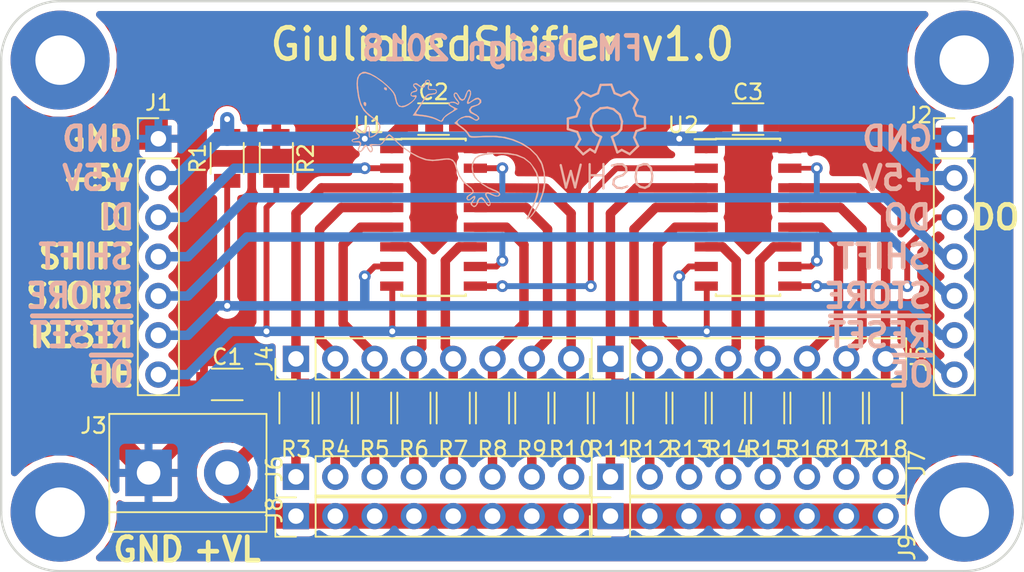
<source format=kicad_pcb>
(kicad_pcb (version 4) (host pcbnew 4.0.7)

  (general
    (links 96)
    (no_connects 0)
    (area 130.734999 83.744999 196.925001 120.725001)
    (thickness 1.6)
    (drawings 34)
    (tracks 249)
    (zones 0)
    (modules 38)
    (nets 47)
  )

  (page A4)
  (layers
    (0 F.Cu signal)
    (31 B.Cu signal)
    (34 B.Paste user)
    (35 F.Paste user)
    (36 B.SilkS user)
    (37 F.SilkS user)
    (38 B.Mask user)
    (39 F.Mask user)
    (41 Cmts.User user)
    (44 Edge.Cuts user)
    (45 Margin user)
  )

  (setup
    (last_trace_width 1.2192)
    (user_trace_width 0.6096)
    (user_trace_width 0.9144)
    (user_trace_width 1.2192)
    (user_trace_width 1.4224)
    (user_trace_width 1.6256)
    (trace_clearance 0.3048)
    (zone_clearance 0.4572)
    (zone_45_only yes)
    (trace_min 0.1524)
    (segment_width 0.2)
    (edge_width 0.15)
    (via_size 0.762)
    (via_drill 0.381)
    (via_min_size 0.6858)
    (via_min_drill 0.3302)
    (uvia_size 0.6858)
    (uvia_drill 0.3302)
    (uvias_allowed no)
    (uvia_min_size 0)
    (uvia_min_drill 0)
    (pcb_text_width 0.3)
    (pcb_text_size 1.5 1.5)
    (mod_edge_width 0.15)
    (mod_text_size 1 1)
    (mod_text_width 0.15)
    (pad_size 1.524 1.524)
    (pad_drill 0.762)
    (pad_to_mask_clearance 0.0508)
    (aux_axis_origin 0 0)
    (visible_elements 7FFEFFF9)
    (pcbplotparams
      (layerselection 0x00030_80000001)
      (usegerberextensions false)
      (excludeedgelayer true)
      (linewidth 0.100000)
      (plotframeref false)
      (viasonmask false)
      (mode 1)
      (useauxorigin false)
      (hpglpennumber 1)
      (hpglpenspeed 20)
      (hpglpendiameter 15)
      (hpglpenoverlay 2)
      (psnegative false)
      (psa4output false)
      (plotreference true)
      (plotvalue true)
      (plotinvisibletext false)
      (padsonsilk false)
      (subtractmaskfromsilk false)
      (outputformat 1)
      (mirror false)
      (drillshape 1)
      (scaleselection 1)
      (outputdirectory ""))
  )

  (net 0 "")
  (net 1 GND)
  (net 2 /SHIFT)
  (net 3 /STORE)
  (net 4 /RESET)
  (net 5 /OE)
  (net 6 VCC)
  (net 7 "Net-(U1-Pad9)")
  (net 8 "Net-(J6-Pad1)")
  (net 9 "Net-(J6-Pad2)")
  (net 10 "Net-(J6-Pad3)")
  (net 11 "Net-(J6-Pad4)")
  (net 12 "Net-(J6-Pad5)")
  (net 13 "Net-(J6-Pad6)")
  (net 14 "Net-(J6-Pad7)")
  (net 15 "Net-(J6-Pad8)")
  (net 16 +VSW)
  (net 17 /DATA_IN)
  (net 18 /DATA_OUT)
  (net 19 "Net-(J7-Pad1)")
  (net 20 "Net-(J7-Pad2)")
  (net 21 "Net-(J7-Pad3)")
  (net 22 "Net-(J7-Pad4)")
  (net 23 "Net-(J7-Pad5)")
  (net 24 "Net-(J7-Pad6)")
  (net 25 "Net-(J7-Pad7)")
  (net 26 "Net-(J7-Pad8)")
  (net 27 "Net-(J4-Pad1)")
  (net 28 "Net-(J4-Pad2)")
  (net 29 "Net-(J4-Pad3)")
  (net 30 "Net-(J4-Pad4)")
  (net 31 "Net-(J4-Pad5)")
  (net 32 "Net-(J4-Pad6)")
  (net 33 "Net-(J4-Pad7)")
  (net 34 "Net-(J4-Pad8)")
  (net 35 "Net-(J5-Pad1)")
  (net 36 "Net-(J5-Pad2)")
  (net 37 "Net-(J5-Pad3)")
  (net 38 "Net-(J5-Pad4)")
  (net 39 "Net-(J5-Pad5)")
  (net 40 "Net-(J5-Pad6)")
  (net 41 "Net-(J5-Pad7)")
  (net 42 "Net-(J5-Pad8)")
  (net 43 "Net-(J10-Pad1)")
  (net 44 "Net-(J11-Pad1)")
  (net 45 "Net-(J12-Pad1)")
  (net 46 "Net-(J13-Pad1)")

  (net_class Default "Ceci est la Netclass par défaut"
    (clearance 0.3048)
    (trace_width 0.381)
    (via_dia 0.762)
    (via_drill 0.381)
    (uvia_dia 0.6858)
    (uvia_drill 0.3302)
    (add_net /DATA_IN)
    (add_net /DATA_OUT)
    (add_net /OE)
    (add_net /RESET)
    (add_net /SHIFT)
    (add_net /STORE)
    (add_net "Net-(J10-Pad1)")
    (add_net "Net-(J11-Pad1)")
    (add_net "Net-(J12-Pad1)")
    (add_net "Net-(J13-Pad1)")
    (add_net "Net-(J4-Pad1)")
    (add_net "Net-(J4-Pad2)")
    (add_net "Net-(J4-Pad3)")
    (add_net "Net-(J4-Pad4)")
    (add_net "Net-(J4-Pad5)")
    (add_net "Net-(J4-Pad6)")
    (add_net "Net-(J4-Pad7)")
    (add_net "Net-(J4-Pad8)")
    (add_net "Net-(J5-Pad1)")
    (add_net "Net-(J5-Pad2)")
    (add_net "Net-(J5-Pad3)")
    (add_net "Net-(J5-Pad4)")
    (add_net "Net-(J5-Pad5)")
    (add_net "Net-(J5-Pad6)")
    (add_net "Net-(J5-Pad7)")
    (add_net "Net-(J5-Pad8)")
    (add_net "Net-(J7-Pad1)")
    (add_net "Net-(J7-Pad2)")
    (add_net "Net-(J7-Pad3)")
    (add_net "Net-(J7-Pad4)")
    (add_net "Net-(J7-Pad5)")
    (add_net "Net-(J7-Pad6)")
    (add_net "Net-(J7-Pad7)")
    (add_net "Net-(J7-Pad8)")
    (add_net "Net-(U1-Pad9)")
    (add_net VCC)
  )

  (net_class Large ""
    (clearance 0.3048)
    (trace_width 1.2192)
    (via_dia 1.27)
    (via_drill 0.635)
    (uvia_dia 0.6858)
    (uvia_drill 0.3302)
    (add_net +VSW)
    (add_net GND)
  )

  (net_class Medium ""
    (clearance 0.3048)
    (trace_width 0.6096)
    (via_dia 1.27)
    (via_drill 0.635)
    (uvia_dia 0.6858)
    (uvia_drill 0.3302)
    (add_net "Net-(J6-Pad1)")
    (add_net "Net-(J6-Pad2)")
    (add_net "Net-(J6-Pad3)")
    (add_net "Net-(J6-Pad4)")
    (add_net "Net-(J6-Pad5)")
    (add_net "Net-(J6-Pad6)")
    (add_net "Net-(J6-Pad7)")
    (add_net "Net-(J6-Pad8)")
  )

  (net_class Small ""
    (clearance 0.1524)
    (trace_width 0.1524)
    (via_dia 0.6858)
    (via_drill 0.3302)
    (uvia_dia 0.6858)
    (uvia_drill 0.3302)
  )

  (module Symbols:gecko-150cn (layer B.Cu) (tedit 5A9C082E) (tstamp 5A9C1B70)
    (at 159.766 93.091 180)
    (fp_text reference G*** (at 0 0.508 180) (layer B.SilkS) hide
      (effects (font (thickness 0.2)) (justify mirror))
    )
    (fp_text value LOGO (at 0.242 0.508 180) (layer B.SilkS) hide
      (effects (font (thickness 0.2)) (justify mirror))
    )
    (fp_poly (pts (xy 5.585012 4.699948) (xy 5.817126 4.56106) (xy 5.951309 4.313927) (xy 5.993265 3.943405)
      (xy 5.976915 3.659254) (xy 5.88799 3.052181) (xy 5.747675 2.578339) (xy 5.538922 2.205145)
      (xy 5.244683 1.900016) (xy 4.946009 1.689012) (xy 4.659963 1.467169) (xy 4.531296 1.24237)
      (xy 4.549112 0.992721) (xy 4.570633 0.934634) (xy 4.704151 0.74693) (xy 4.905212 0.586372)
      (xy 5.101463 0.509027) (xy 5.12118 0.508) (xy 5.138102 0.583353) (xy 5.141412 0.772872)
      (xy 5.138363 0.867833) (xy 5.144014 1.107134) (xy 5.195898 1.213734) (xy 5.249334 1.227666)
      (xy 5.355641 1.151887) (xy 5.403124 0.994833) (xy 5.439877 0.816092) (xy 5.513295 0.778413)
      (xy 5.654781 0.876457) (xy 5.724442 0.940204) (xy 5.905627 1.053748) (xy 6.041718 1.037605)
      (xy 6.095995 0.896303) (xy 6.096 0.89437) (xy 6.03648 0.750515) (xy 5.969 0.677333)
      (xy 5.853334 0.540334) (xy 5.898993 0.450957) (xy 6.074834 0.40779) (xy 6.266744 0.345443)
      (xy 6.316552 0.250559) (xy 6.231864 0.169729) (xy 6.0325 0.148489) (xy 5.826437 0.137475)
      (xy 5.765374 0.049046) (xy 5.840063 -0.13389) (xy 5.861047 -0.168369) (xy 5.921727 -0.322404)
      (xy 5.855433 -0.441694) (xy 5.854727 -0.442387) (xy 5.759867 -0.490967) (xy 5.650451 -0.423881)
      (xy 5.554536 -0.313992) (xy 5.364378 -0.07765) (xy 5.266337 -0.292825) (xy 5.166158 -0.450165)
      (xy 5.079158 -0.508) (xy 4.970662 -0.440395) (xy 4.932408 -0.290909) (xy 4.984652 -0.13987)
      (xy 5.012437 -0.069454) (xy 4.922382 -0.038419) (xy 4.724348 -0.035115) (xy 4.481895 -0.0214)
      (xy 4.324346 0.060228) (xy 4.171907 0.251393) (xy 4.170137 0.254) (xy 4.029359 0.443994)
      (xy 3.919682 0.561718) (xy 3.897197 0.576016) (xy 3.80808 0.531488) (xy 3.641558 0.390148)
      (xy 3.43259 0.181872) (xy 3.418781 0.167167) (xy 3.032634 -0.185086) (xy 2.569257 -0.515316)
      (xy 2.082957 -0.790284) (xy 1.628042 -0.976757) (xy 1.487717 -1.014644) (xy 1.085042 -1.061033)
      (xy 0.621943 -1.021735) (xy 0.553065 -1.010263) (xy 0.168469 -0.96233) (xy -0.091181 -0.98968)
      (xy -0.260011 -1.109533) (xy -0.372143 -1.339109) (xy -0.41752 -1.500059) (xy -0.613981 -2.02153)
      (xy -0.911616 -2.447553) (xy -1.221967 -2.705811) (xy -1.448909 -2.886072) (xy -1.511878 -3.042458)
      (xy -1.410119 -3.170691) (xy -1.312333 -3.217334) (xy -1.147165 -3.333655) (xy -1.103399 -3.480417)
      (xy -1.190668 -3.601631) (xy -1.313281 -3.593123) (xy -1.444668 -3.508839) (xy -1.570912 -3.420857)
      (xy -1.603701 -3.449873) (xy -1.539185 -3.569201) (xy -1.466159 -3.657802) (xy -1.371251 -3.786865)
      (xy -1.398552 -3.885103) (xy -1.46191 -3.953529) (xy -1.593696 -4.043175) (xy -1.715993 -3.995482)
      (xy -1.726334 -3.987079) (xy -1.842567 -3.819028) (xy -1.87875 -3.698883) (xy -1.952254 -3.532338)
      (xy -2.081783 -3.506893) (xy -2.232911 -3.620496) (xy -2.303229 -3.724189) (xy -2.424233 -3.895934)
      (xy -2.529171 -3.97813) (xy -2.538719 -3.979334) (xy -2.653488 -3.918306) (xy -2.667204 -3.762024)
      (xy -2.580433 -3.550683) (xy -2.531677 -3.478184) (xy -2.407024 -3.269335) (xy -2.414024 -3.165788)
      (xy -2.547858 -3.172606) (xy -2.740106 -3.259362) (xy -2.987576 -3.351078) (xy -3.181363 -3.348415)
      (xy -3.284045 -3.257686) (xy -3.287091 -3.167105) (xy -3.195289 -3.054073) (xy -3.002756 -2.945414)
      (xy -2.950141 -2.925567) (xy -2.534552 -2.747764) (xy -2.149492 -2.52009) (xy -1.843079 -2.274455)
      (xy -1.688344 -2.088822) (xy -1.552297 -1.747062) (xy -1.525531 -1.386673) (xy -1.606375 -1.064051)
      (xy -1.723809 -0.89316) (xy -1.966385 -0.750125) (xy -2.35119 -0.651381) (xy -2.856182 -0.60013)
      (xy -3.459318 -0.599572) (xy -3.669254 -0.61061) (xy -4.301809 -0.704418) (xy -4.806417 -0.8988)
      (xy -5.195256 -1.199259) (xy -5.328394 -1.360364) (xy -5.600895 -1.844176) (xy -5.728809 -2.354566)
      (xy -5.712149 -2.907922) (xy -5.550932 -3.520629) (xy -5.330878 -4.037834) (xy -5.183009 -4.348322)
      (xy -5.068406 -4.598239) (xy -5.00374 -4.750775) (xy -4.995333 -4.778668) (xy -5.044671 -4.827582)
      (xy -5.177182 -4.756765) (xy -5.355432 -4.593167) (xy -5.564821 -4.311355) (xy -5.778763 -3.919475)
      (xy -5.971836 -3.474116) (xy -6.118618 -3.03187) (xy -6.17951 -2.758771) (xy -6.196134 -2.493503)
      (xy -6.121239 -2.493503) (xy -5.989041 -3.186082) (xy -5.754556 -3.800438) (xy -5.598923 -4.103257)
      (xy -5.433443 -4.37797) (xy -5.281042 -4.591615) (xy -5.164642 -4.711229) (xy -5.115174 -4.719833)
      (xy -5.140706 -4.640047) (xy -5.226209 -4.442801) (xy -5.356449 -4.162353) (xy -5.444412 -3.979334)
      (xy -5.614664 -3.614714) (xy -5.719201 -3.337661) (xy -5.773856 -3.087337) (xy -5.79446 -2.802904)
      (xy -5.796959 -2.624667) (xy -5.788651 -2.262199) (xy -5.750152 -2.001814) (xy -5.666677 -1.776963)
      (xy -5.568494 -1.596424) (xy -5.248741 -1.161273) (xy -4.861043 -0.845648) (xy -4.383994 -0.639466)
      (xy -3.796185 -0.532643) (xy -3.265466 -0.511687) (xy -2.680175 -0.531257) (xy -2.238323 -0.586327)
      (xy -1.916731 -0.682209) (xy -1.692218 -0.824212) (xy -1.6323 -0.885773) (xy -1.47379 -1.1909)
      (xy -1.439453 -1.557781) (xy -1.529273 -1.933055) (xy -1.632671 -2.125313) (xy -1.839312 -2.350365)
      (xy -2.146453 -2.592658) (xy -2.494939 -2.813005) (xy -2.825614 -2.97222) (xy -2.9845 -3.020816)
      (xy -3.145439 -3.093619) (xy -3.216083 -3.196349) (xy -3.179526 -3.280366) (xy -3.08223 -3.302)
      (xy -2.918182 -3.260748) (xy -2.708667 -3.16111) (xy -2.702061 -3.157236) (xy -2.510551 -3.068055)
      (xy -2.38962 -3.0856) (xy -2.355145 -3.114321) (xy -2.30876 -3.217797) (xy -2.369649 -3.367181)
      (xy -2.438981 -3.467324) (xy -2.561731 -3.655485) (xy -2.623069 -3.792872) (xy -2.624666 -3.806572)
      (xy -2.585434 -3.89509) (xy -2.489715 -3.858287) (xy -2.370475 -3.714618) (xy -2.328333 -3.640667)
      (xy -2.209896 -3.467773) (xy -2.09762 -3.38739) (xy -2.089092 -3.386667) (xy -1.91386 -3.45977)
      (xy -1.796119 -3.632921) (xy -1.778 -3.73727) (xy -1.725959 -3.900738) (xy -1.606544 -3.957719)
      (xy -1.50169 -3.906224) (xy -1.465169 -3.790803) (xy -1.5514 -3.657167) (xy -1.665176 -3.486569)
      (xy -1.688042 -3.352142) (xy -1.619033 -3.302) (xy -1.508692 -3.359926) (xy -1.439333 -3.429)
      (xy -1.301979 -3.541814) (xy -1.206458 -3.52821) (xy -1.185333 -3.449077) (xy -1.254344 -3.336439)
      (xy -1.375339 -3.258577) (xy -1.557206 -3.125676) (xy -1.573998 -2.962665) (xy -1.426436 -2.773857)
      (xy -1.27522 -2.660405) (xy -0.911747 -2.347699) (xy -0.656863 -1.948334) (xy -0.502938 -1.497284)
      (xy -0.389566 -1.169872) (xy -0.228741 -0.971872) (xy 0.010627 -0.886258) (xy 0.359625 -0.896001)
      (xy 0.54375 -0.923974) (xy 1.013842 -0.975612) (xy 1.410717 -0.945672) (xy 1.487717 -0.929978)
      (xy 1.916851 -0.782824) (xy 2.394935 -0.537337) (xy 2.865871 -0.227993) (xy 3.273561 0.11073)
      (xy 3.411316 0.252215) (xy 3.6175 0.467395) (xy 3.788289 0.620301) (xy 3.885372 0.677333)
      (xy 3.980556 0.611386) (xy 4.119555 0.443624) (xy 4.197602 0.328209) (xy 4.338191 0.120192)
      (xy 4.455614 0.024748) (xy 4.614311 0.009539) (xy 4.791331 0.030256) (xy 5.033579 0.041818)
      (xy 5.159261 0.003345) (xy 5.148078 -0.074104) (xy 5.08 -0.127) (xy 5.009049 -0.231031)
      (xy 5.002458 -0.358964) (xy 5.06424 -0.423296) (xy 5.06641 -0.423334) (xy 5.149723 -0.355008)
      (xy 5.233928 -0.211667) (xy 5.333642 -0.05592) (xy 5.418947 0) (xy 5.511322 -0.070118)
      (xy 5.588 -0.211667) (xy 5.681169 -0.368349) (xy 5.778674 -0.422902) (xy 5.838002 -0.35832)
      (xy 5.842 -0.313267) (xy 5.78685 -0.158549) (xy 5.746091 -0.107291) (xy 5.68987 0.045475)
      (xy 5.703688 0.128051) (xy 5.789087 0.221837) (xy 5.966286 0.220804) (xy 6.011264 0.211682)
      (xy 6.203545 0.19556) (xy 6.265334 0.247273) (xy 6.192839 0.315648) (xy 6.05101 0.338666)
      (xy 5.867438 0.388668) (xy 5.776172 0.504665) (xy 5.803162 0.635644) (xy 5.871253 0.692021)
      (xy 5.97194 0.797136) (xy 6.014229 0.926765) (xy 5.980267 1.01041) (xy 5.95329 1.016)
      (xy 5.856618 0.963683) (xy 5.705656 0.837888) (xy 5.705558 0.837796) (xy 5.518398 0.718642)
      (xy 5.38982 0.754582) (xy 5.334942 0.939884) (xy 5.334 0.978663) (xy 5.300629 1.135308)
      (xy 5.238512 1.185333) (xy 5.181065 1.108447) (xy 5.192409 0.877411) (xy 5.196362 0.851777)
      (xy 5.211791 0.625029) (xy 5.182036 0.48273) (xy 5.167337 0.467317) (xy 5.018289 0.462967)
      (xy 4.821431 0.558968) (xy 4.629842 0.719676) (xy 4.496603 0.909446) (xy 4.491567 0.921113)
      (xy 4.436487 1.115519) (xy 4.462815 1.286496) (xy 4.588656 1.465702) (xy 4.832116 1.684793)
      (xy 5.006409 1.821327) (xy 5.338328 2.103825) (xy 5.565976 2.383753) (xy 5.716811 2.711071)
      (xy 5.81829 3.135736) (xy 5.853984 3.36351) (xy 5.904823 3.840438) (xy 5.89789 4.181351)
      (xy 5.828696 4.41097) (xy 5.692753 4.55401) (xy 5.631866 4.586707) (xy 5.397716 4.607471)
      (xy 5.080982 4.509947) (xy 4.706597 4.306668) (xy 4.299493 4.010167) (xy 4.047027 3.79007)
      (xy 3.78147 3.527472) (xy 3.621334 3.319147) (xy 3.535653 3.119003) (xy 3.507662 2.987192)
      (xy 3.408603 2.642484) (xy 3.243868 2.452007) (xy 3.00919 2.412188) (xy 2.863763 2.447842)
      (xy 2.647882 2.552108) (xy 2.443854 2.698079) (xy 2.271762 2.860482) (xy 2.151685 3.014041)
      (xy 2.103707 3.133484) (xy 2.147907 3.193536) (xy 2.286 3.175) (xy 2.423323 3.16908)
      (xy 2.455334 3.253961) (xy 2.384952 3.363784) (xy 2.290997 3.386666) (xy 2.115544 3.435622)
      (xy 2.057883 3.54995) (xy 2.141805 3.680844) (xy 2.146065 3.684011) (xy 2.26063 3.79094)
      (xy 2.286 3.8405) (xy 2.227666 3.894765) (xy 2.090227 3.860783) (xy 1.935987 3.757398)
      (xy 1.747408 3.66369) (xy 1.595843 3.718502) (xy 1.525002 3.903059) (xy 1.524 3.934343)
      (xy 1.478226 4.109333) (xy 1.387942 4.148666) (xy 1.294825 4.105713) (xy 1.314721 4.0005)
      (xy 1.374463 3.784763) (xy 1.387279 3.683) (xy 1.366262 3.568194) (xy 1.254116 3.533065)
      (xy 1.121834 3.540249) (xy 0.92244 3.536504) (xy 0.849206 3.463767) (xy 0.846667 3.434416)
      (xy 0.904548 3.337752) (xy 1.095134 3.302664) (xy 1.141048 3.302) (xy 1.37922 3.265771)
      (xy 1.536544 3.129204) (xy 1.575609 3.069166) (xy 1.697484 2.875709) (xy 1.873843 2.606127)
      (xy 2.037806 2.361325) (xy 2.359823 1.886317) (xy 1.780097 1.837715) (xy 1.364573 1.775126)
      (xy 0.989785 1.669679) (xy 0.8427 1.606643) (xy 0.613287 1.501898) (xy 0.483466 1.482443)
      (xy 0.413145 1.537586) (xy 0.347988 1.670623) (xy 0.339963 1.707238) (xy 0.272846 1.777607)
      (xy 0.0995 1.904342) (xy -0.105652 2.036867) (xy -0.549971 2.31026) (xy -0.274985 2.440491)
      (xy -0.09349 2.543794) (xy -0.002472 2.629579) (xy 0 2.640027) (xy -0.068189 2.69614)
      (xy -0.221478 2.706735) (xy -0.382951 2.675532) (xy -0.470226 2.617289) (xy -0.555845 2.571541)
      (xy -0.618035 2.616168) (xy -0.64593 2.727849) (xy -0.534876 2.892258) (xy -0.523812 2.904169)
      (xy -0.383415 3.092568) (xy -0.340641 3.237316) (xy -0.405358 3.301444) (xy -0.417628 3.302)
      (xy -0.504551 3.232362) (xy -0.547906 3.140312) (xy -0.672484 2.909569) (xy -0.828522 2.830943)
      (xy -0.983025 2.899965) (xy -1.102996 3.112167) (xy -1.13068 3.219232) (xy -1.191317 3.396423)
      (xy -1.26699 3.47132) (xy -1.267883 3.471333) (xy -1.345097 3.405657) (xy -1.332672 3.229657)
      (xy -1.233428 2.974874) (xy -1.221423 2.951261) (xy -1.139587 2.738066) (xy -1.160135 2.633097)
      (xy -1.275832 2.652525) (xy -1.337561 2.691776) (xy -1.629793 2.876977) (xy -1.826515 2.939846)
      (xy -1.944031 2.885215) (xy -1.951817 2.873853) (xy -1.957433 2.736427) (xy -1.843606 2.610944)
      (xy -1.656889 2.542793) (xy -1.609418 2.54) (xy -1.408118 2.466111) (xy -1.284355 2.285803)
      (xy -1.27 2.190966) (xy -1.350218 2.056328) (xy -1.566333 1.947333) (xy -1.760171 1.853835)
      (xy -1.859313 1.748279) (xy -1.862666 1.7291) (xy -1.806067 1.625467) (xy -1.675515 1.625726)
      (xy -1.529881 1.728735) (xy -1.524 1.735667) (xy -1.330146 1.848564) (xy -1.063833 1.854593)
      (xy -0.778739 1.759862) (xy -0.588022 1.62918) (xy -0.326705 1.395694) (xy -0.715189 1.121866)
      (xy -0.952032 0.929634) (xy -1.136329 0.734952) (xy -1.1997 0.637278) (xy -1.248681 0.542386)
      (xy -1.313776 0.483491) (xy -1.429141 0.454845) (xy -1.628934 0.450694) (xy -1.947313 0.46529)
      (xy -2.150698 0.477172) (xy -2.862153 0.490384) (xy -3.472628 0.431276) (xy -4.038334 0.290488)
      (xy -4.588175 0.071321) (xy -5.174873 -0.280554) (xy -5.625265 -0.725379) (xy -5.935615 -1.250747)
      (xy -6.102185 -1.844257) (xy -6.121239 -2.493503) (xy -6.196134 -2.493503) (xy -6.209876 -2.27425)
      (xy -6.162569 -1.760743) (xy -6.047418 -1.292358) (xy -5.956322 -1.076151) (xy -5.668457 -0.659158)
      (xy -5.267137 -0.266794) (xy -4.806171 0.049894) (xy -4.723101 0.09387) (xy -4.154553 0.344259)
      (xy -3.605124 0.499848) (xy -3.017629 0.571624) (xy -2.334886 0.57057) (xy -2.260442 0.566949)
      (xy -1.857576 0.547326) (xy -1.591057 0.542034) (xy -1.428153 0.556113) (xy -1.336133 0.594608)
      (xy -1.282264 0.662561) (xy -1.253491 0.722088) (xy -1.1262 0.893821) (xy -0.917665 1.081607)
      (xy -0.834549 1.140969) (xy -0.60765 1.308464) (xy -0.523962 1.433364) (xy -0.574704 1.547727)
      (xy -0.696172 1.646199) (xy -0.969435 1.757549) (xy -1.267383 1.76109) (xy -1.51575 1.657307)
      (xy -1.535346 1.640731) (xy -1.702245 1.552526) (xy -1.81718 1.553407) (xy -1.937456 1.657085)
      (xy -1.915503 1.79597) (xy -1.764081 1.937063) (xy -1.645457 1.997439) (xy -1.429024 2.13272)
      (xy -1.375372 2.274758) (xy -1.483746 2.401471) (xy -1.661648 2.470813) (xy -1.931787 2.580425)
      (xy -2.069487 2.724516) (xy -2.058399 2.883211) (xy -2.032 2.921) (xy -1.880439 3.033194)
      (xy -1.700801 3.00857) (xy -1.500897 2.878667) (xy -1.311944 2.743564) (xy -1.235095 2.732831)
      (xy -1.261018 2.852821) (xy -1.325714 2.997971) (xy -1.406895 3.250247) (xy -1.400242 3.448473)
      (xy -1.309906 3.550444) (xy -1.270842 3.556) (xy -1.170831 3.480042) (xy -1.058784 3.247344)
      (xy -0.98376 3.028261) (xy -0.896571 2.926163) (xy -0.769221 2.960365) (xy -0.638278 3.116215)
      (xy -0.60595 3.179657) (xy -0.486537 3.350524) (xy -0.367839 3.370233) (xy -0.282964 3.255359)
      (xy -0.300693 3.102234) (xy -0.412622 2.932402) (xy -0.539507 2.775142) (xy -0.589795 2.670171)
      (xy -0.555563 2.648652) (xy -0.470327 2.705466) (xy -0.29729 2.774675) (xy -0.099852 2.764957)
      (xy 0.042756 2.684982) (xy 0.063519 2.647048) (xy 0.021121 2.541098) (xy -0.120349 2.442958)
      (xy -0.286352 2.352003) (xy -0.31597 2.27122) (xy -0.202275 2.171772) (xy -0.03185 2.074609)
      (xy 0.199311 1.91996) (xy 0.37734 1.749677) (xy 0.399626 1.719122) (xy 0.524286 1.528867)
      (xy 0.853768 1.696956) (xy 1.128099 1.800779) (xy 1.476087 1.885634) (xy 1.69446 1.918477)
      (xy 1.973706 1.950755) (xy 2.113636 1.984452) (xy 2.143479 2.037322) (xy 2.092463 2.127119)
      (xy 2.075821 2.150121) (xy 1.961474 2.321107) (xy 1.803666 2.5739) (xy 1.687275 2.768043)
      (xy 1.527691 3.019271) (xy 1.39557 3.1563) (xy 1.244265 3.217183) (xy 1.116455 3.23371)
      (xy 0.902541 3.271672) (xy 0.81449 3.354863) (xy 0.804334 3.429) (xy 0.836022 3.545329)
      (xy 0.961775 3.585831) (xy 1.087327 3.584998) (xy 1.275389 3.588399) (xy 1.33532 3.643357)
      (xy 1.31474 3.754331) (xy 1.252109 4.010339) (xy 1.267419 4.144919) (xy 1.366674 4.189939)
      (xy 1.397 4.191) (xy 1.535518 4.134943) (xy 1.593124 3.958166) (xy 1.663224 3.771249)
      (xy 1.793888 3.736312) (xy 1.947334 3.852333) (xy 2.088835 3.959791) (xy 2.16437 3.979333)
      (xy 2.308679 3.920729) (xy 2.336893 3.791841) (xy 2.256602 3.681988) (xy 2.13162 3.562112)
      (xy 2.167081 3.489814) (xy 2.307167 3.456055) (xy 2.445318 3.38392) (xy 2.503177 3.259176)
      (xy 2.473258 3.14441) (xy 2.3495 3.102092) (xy 2.224102 3.08367) (xy 2.201334 3.053351)
      (xy 2.269004 2.93295) (xy 2.438091 2.778576) (xy 2.657707 2.630268) (xy 2.862911 2.532805)
      (xy 3.108792 2.485651) (xy 3.273374 2.560485) (xy 3.378052 2.774641) (xy 3.422428 2.986098)
      (xy 3.474016 3.192207) (xy 3.575306 3.380033) (xy 3.755367 3.59193) (xy 4.004493 3.834213)
      (xy 4.390092 4.160125) (xy 4.774153 4.42477) (xy 5.126634 4.611691) (xy 5.41749 4.704431)
      (xy 5.585012 4.699948)) (layer B.SilkS) (width 0.01))
    (fp_poly (pts (xy 5.544356 2.682092) (xy 5.50833 2.548085) (xy 5.431623 2.483602) (xy 5.377361 2.538338)
      (xy 5.370273 2.680217) (xy 5.399555 2.724088) (xy 5.496746 2.75955) (xy 5.544356 2.682092)) (layer B.SilkS) (width 0.01))
    (fp_poly (pts (xy 4.220823 3.623473) (xy 4.173745 3.547212) (xy 4.067647 3.505535) (xy 4.029842 3.542772)
      (xy 4.037328 3.657456) (xy 4.068252 3.685628) (xy 4.18845 3.705375) (xy 4.220823 3.623473)) (layer B.SilkS) (width 0.01))
  )

  (module Capacitors_SMD:C_1206 (layer F.Cu) (tedit 5A9C16A5) (tstamp 5A972A46)
    (at 145.415 108.585 180)
    (descr "Capacitor SMD 1206, reflow soldering, AVX (see smccp.pdf)")
    (tags "capacitor 1206")
    (path /5A97328C)
    (attr smd)
    (fp_text reference C1 (at 0 1.778 180) (layer F.SilkS)
      (effects (font (size 1 1) (thickness 0.15)))
    )
    (fp_text value 10µ (at 0 2 180) (layer F.Fab)
      (effects (font (size 1 1) (thickness 0.15)))
    )
    (fp_text user %R (at 0 -1.75 180) (layer F.Fab)
      (effects (font (size 1 1) (thickness 0.15)))
    )
    (fp_line (start -1.6 0.8) (end -1.6 -0.8) (layer F.Fab) (width 0.1))
    (fp_line (start 1.6 0.8) (end -1.6 0.8) (layer F.Fab) (width 0.1))
    (fp_line (start 1.6 -0.8) (end 1.6 0.8) (layer F.Fab) (width 0.1))
    (fp_line (start -1.6 -0.8) (end 1.6 -0.8) (layer F.Fab) (width 0.1))
    (fp_line (start 1 -1.02) (end -1 -1.02) (layer F.SilkS) (width 0.12))
    (fp_line (start -1 1.02) (end 1 1.02) (layer F.SilkS) (width 0.12))
    (fp_line (start -2.25 -1.05) (end 2.25 -1.05) (layer F.CrtYd) (width 0.05))
    (fp_line (start -2.25 -1.05) (end -2.25 1.05) (layer F.CrtYd) (width 0.05))
    (fp_line (start 2.25 1.05) (end 2.25 -1.05) (layer F.CrtYd) (width 0.05))
    (fp_line (start 2.25 1.05) (end -2.25 1.05) (layer F.CrtYd) (width 0.05))
    (pad 1 smd rect (at -1.5 0 180) (size 1 1.6) (layers F.Cu F.Paste F.Mask)
      (net 16 +VSW))
    (pad 2 smd rect (at 1.5 0 180) (size 1 1.6) (layers F.Cu F.Paste F.Mask)
      (net 1 GND))
    (model Capacitors_SMD.3dshapes/C_1206.wrl
      (at (xyz 0 0 0))
      (scale (xyz 1 1 1))
      (rotate (xyz 0 0 0))
    )
  )

  (module Capacitors_SMD:C_1206 (layer F.Cu) (tedit 58AA84B8) (tstamp 5A972A4C)
    (at 158.75 91.44)
    (descr "Capacitor SMD 1206, reflow soldering, AVX (see smccp.pdf)")
    (tags "capacitor 1206")
    (path /5A972797)
    (attr smd)
    (fp_text reference C2 (at 0 -1.75) (layer F.SilkS)
      (effects (font (size 1 1) (thickness 0.15)))
    )
    (fp_text value 100n (at 0 2) (layer F.Fab)
      (effects (font (size 1 1) (thickness 0.15)))
    )
    (fp_text user %R (at 0 -1.75) (layer F.Fab)
      (effects (font (size 1 1) (thickness 0.15)))
    )
    (fp_line (start -1.6 0.8) (end -1.6 -0.8) (layer F.Fab) (width 0.1))
    (fp_line (start 1.6 0.8) (end -1.6 0.8) (layer F.Fab) (width 0.1))
    (fp_line (start 1.6 -0.8) (end 1.6 0.8) (layer F.Fab) (width 0.1))
    (fp_line (start -1.6 -0.8) (end 1.6 -0.8) (layer F.Fab) (width 0.1))
    (fp_line (start 1 -1.02) (end -1 -1.02) (layer F.SilkS) (width 0.12))
    (fp_line (start -1 1.02) (end 1 1.02) (layer F.SilkS) (width 0.12))
    (fp_line (start -2.25 -1.05) (end 2.25 -1.05) (layer F.CrtYd) (width 0.05))
    (fp_line (start -2.25 -1.05) (end -2.25 1.05) (layer F.CrtYd) (width 0.05))
    (fp_line (start 2.25 1.05) (end 2.25 -1.05) (layer F.CrtYd) (width 0.05))
    (fp_line (start 2.25 1.05) (end -2.25 1.05) (layer F.CrtYd) (width 0.05))
    (pad 1 smd rect (at -1.5 0) (size 1 1.6) (layers F.Cu F.Paste F.Mask)
      (net 6 VCC))
    (pad 2 smd rect (at 1.5 0) (size 1 1.6) (layers F.Cu F.Paste F.Mask)
      (net 1 GND))
    (model Capacitors_SMD.3dshapes/C_1206.wrl
      (at (xyz 0 0 0))
      (scale (xyz 1 1 1))
      (rotate (xyz 0 0 0))
    )
  )

  (module Capacitors_SMD:C_1206 (layer F.Cu) (tedit 58AA84B8) (tstamp 5A972A52)
    (at 179.07 91.44)
    (descr "Capacitor SMD 1206, reflow soldering, AVX (see smccp.pdf)")
    (tags "capacitor 1206")
    (path /5A9728A7)
    (attr smd)
    (fp_text reference C3 (at 0 -1.75) (layer F.SilkS)
      (effects (font (size 1 1) (thickness 0.15)))
    )
    (fp_text value 100n (at 0 2) (layer F.Fab)
      (effects (font (size 1 1) (thickness 0.15)))
    )
    (fp_text user %R (at 0 -1.75) (layer F.Fab)
      (effects (font (size 1 1) (thickness 0.15)))
    )
    (fp_line (start -1.6 0.8) (end -1.6 -0.8) (layer F.Fab) (width 0.1))
    (fp_line (start 1.6 0.8) (end -1.6 0.8) (layer F.Fab) (width 0.1))
    (fp_line (start 1.6 -0.8) (end 1.6 0.8) (layer F.Fab) (width 0.1))
    (fp_line (start -1.6 -0.8) (end 1.6 -0.8) (layer F.Fab) (width 0.1))
    (fp_line (start 1 -1.02) (end -1 -1.02) (layer F.SilkS) (width 0.12))
    (fp_line (start -1 1.02) (end 1 1.02) (layer F.SilkS) (width 0.12))
    (fp_line (start -2.25 -1.05) (end 2.25 -1.05) (layer F.CrtYd) (width 0.05))
    (fp_line (start -2.25 -1.05) (end -2.25 1.05) (layer F.CrtYd) (width 0.05))
    (fp_line (start 2.25 1.05) (end 2.25 -1.05) (layer F.CrtYd) (width 0.05))
    (fp_line (start 2.25 1.05) (end -2.25 1.05) (layer F.CrtYd) (width 0.05))
    (pad 1 smd rect (at -1.5 0) (size 1 1.6) (layers F.Cu F.Paste F.Mask)
      (net 6 VCC))
    (pad 2 smd rect (at 1.5 0) (size 1 1.6) (layers F.Cu F.Paste F.Mask)
      (net 1 GND))
    (model Capacitors_SMD.3dshapes/C_1206.wrl
      (at (xyz 0 0 0))
      (scale (xyz 1 1 1))
      (rotate (xyz 0 0 0))
    )
  )

  (module Housings_SOIC:SOIC-16_3.9x9.9mm_Pitch1.27mm (layer F.Cu) (tedit 5A9C120C) (tstamp 5A972A94)
    (at 158.75 97.79)
    (descr "16-Lead Plastic Small Outline (SL) - Narrow, 3.90 mm Body [SOIC] (see Microchip Packaging Specification 00000049BS.pdf)")
    (tags "SOIC 1.27")
    (path /5A971F44)
    (attr smd)
    (fp_text reference U1 (at -4.191 -5.969) (layer F.SilkS)
      (effects (font (size 1 1) (thickness 0.15)))
    )
    (fp_text value NPIC6C595 (at 0 6) (layer F.Fab)
      (effects (font (size 1 1) (thickness 0.15)))
    )
    (fp_text user %R (at 0 0) (layer F.Fab)
      (effects (font (size 0.9 0.9) (thickness 0.135)))
    )
    (fp_line (start -0.95 -4.95) (end 1.95 -4.95) (layer F.Fab) (width 0.15))
    (fp_line (start 1.95 -4.95) (end 1.95 4.95) (layer F.Fab) (width 0.15))
    (fp_line (start 1.95 4.95) (end -1.95 4.95) (layer F.Fab) (width 0.15))
    (fp_line (start -1.95 4.95) (end -1.95 -3.95) (layer F.Fab) (width 0.15))
    (fp_line (start -1.95 -3.95) (end -0.95 -4.95) (layer F.Fab) (width 0.15))
    (fp_line (start -3.7 -5.25) (end -3.7 5.25) (layer F.CrtYd) (width 0.05))
    (fp_line (start 3.7 -5.25) (end 3.7 5.25) (layer F.CrtYd) (width 0.05))
    (fp_line (start -3.7 -5.25) (end 3.7 -5.25) (layer F.CrtYd) (width 0.05))
    (fp_line (start -3.7 5.25) (end 3.7 5.25) (layer F.CrtYd) (width 0.05))
    (fp_line (start -2.075 -5.075) (end -2.075 -5.05) (layer F.SilkS) (width 0.15))
    (fp_line (start 2.075 -5.075) (end 2.075 -4.97) (layer F.SilkS) (width 0.15))
    (fp_line (start 2.075 5.075) (end 2.075 4.97) (layer F.SilkS) (width 0.15))
    (fp_line (start -2.075 5.075) (end -2.075 4.97) (layer F.SilkS) (width 0.15))
    (fp_line (start -2.075 -5.075) (end 2.075 -5.075) (layer F.SilkS) (width 0.15))
    (fp_line (start -2.075 5.075) (end 2.075 5.075) (layer F.SilkS) (width 0.15))
    (fp_line (start -2.075 -5.05) (end -3.45 -5.05) (layer F.SilkS) (width 0.15))
    (pad 1 smd rect (at -2.7 -4.445) (size 1.5 0.6) (layers F.Cu F.Paste F.Mask)
      (net 6 VCC))
    (pad 2 smd rect (at -2.7 -3.175) (size 1.5 0.6) (layers F.Cu F.Paste F.Mask)
      (net 17 /DATA_IN))
    (pad 3 smd rect (at -2.7 -1.905) (size 1.5 0.6) (layers F.Cu F.Paste F.Mask)
      (net 27 "Net-(J4-Pad1)"))
    (pad 4 smd rect (at -2.7 -0.635) (size 1.5 0.6) (layers F.Cu F.Paste F.Mask)
      (net 28 "Net-(J4-Pad2)"))
    (pad 5 smd rect (at -2.7 0.635) (size 1.5 0.6) (layers F.Cu F.Paste F.Mask)
      (net 29 "Net-(J4-Pad3)"))
    (pad 6 smd rect (at -2.7 1.905) (size 1.5 0.6) (layers F.Cu F.Paste F.Mask)
      (net 30 "Net-(J4-Pad4)"))
    (pad 7 smd rect (at -2.7 3.175) (size 1.5 0.6) (layers F.Cu F.Paste F.Mask)
      (net 4 /RESET))
    (pad 8 smd rect (at -2.7 4.445) (size 1.5 0.6) (layers F.Cu F.Paste F.Mask)
      (net 5 /OE))
    (pad 9 smd rect (at 2.7 4.445) (size 1.5 0.6) (layers F.Cu F.Paste F.Mask)
      (net 7 "Net-(U1-Pad9)"))
    (pad 10 smd rect (at 2.7 3.175) (size 1.5 0.6) (layers F.Cu F.Paste F.Mask)
      (net 3 /STORE))
    (pad 11 smd rect (at 2.7 1.905) (size 1.5 0.6) (layers F.Cu F.Paste F.Mask)
      (net 31 "Net-(J4-Pad5)"))
    (pad 12 smd rect (at 2.7 0.635) (size 1.5 0.6) (layers F.Cu F.Paste F.Mask)
      (net 32 "Net-(J4-Pad6)"))
    (pad 13 smd rect (at 2.7 -0.635) (size 1.5 0.6) (layers F.Cu F.Paste F.Mask)
      (net 33 "Net-(J4-Pad7)"))
    (pad 14 smd rect (at 2.7 -1.905) (size 1.5 0.6) (layers F.Cu F.Paste F.Mask)
      (net 34 "Net-(J4-Pad8)"))
    (pad 15 smd rect (at 2.7 -3.175) (size 1.5 0.6) (layers F.Cu F.Paste F.Mask)
      (net 2 /SHIFT))
    (pad 16 smd rect (at 2.7 -4.445) (size 1.5 0.6) (layers F.Cu F.Paste F.Mask)
      (net 1 GND))
    (model ${KISYS3DMOD}/Housings_SOIC.3dshapes/SOIC-16_3.9x9.9mm_Pitch1.27mm.wrl
      (at (xyz 0 0 0))
      (scale (xyz 1 1 1))
      (rotate (xyz 0 0 0))
    )
  )

  (module Housings_SOIC:SOIC-16_3.9x9.9mm_Pitch1.27mm (layer F.Cu) (tedit 5A9C1206) (tstamp 5A972AA8)
    (at 179.07 97.79)
    (descr "16-Lead Plastic Small Outline (SL) - Narrow, 3.90 mm Body [SOIC] (see Microchip Packaging Specification 00000049BS.pdf)")
    (tags "SOIC 1.27")
    (path /5A971FE9)
    (attr smd)
    (fp_text reference U2 (at -4.191 -5.969) (layer F.SilkS)
      (effects (font (size 1 1) (thickness 0.15)))
    )
    (fp_text value NPIC6C595 (at 0 6) (layer F.Fab)
      (effects (font (size 1 1) (thickness 0.15)))
    )
    (fp_text user %R (at 0 0) (layer F.Fab)
      (effects (font (size 0.9 0.9) (thickness 0.135)))
    )
    (fp_line (start -0.95 -4.95) (end 1.95 -4.95) (layer F.Fab) (width 0.15))
    (fp_line (start 1.95 -4.95) (end 1.95 4.95) (layer F.Fab) (width 0.15))
    (fp_line (start 1.95 4.95) (end -1.95 4.95) (layer F.Fab) (width 0.15))
    (fp_line (start -1.95 4.95) (end -1.95 -3.95) (layer F.Fab) (width 0.15))
    (fp_line (start -1.95 -3.95) (end -0.95 -4.95) (layer F.Fab) (width 0.15))
    (fp_line (start -3.7 -5.25) (end -3.7 5.25) (layer F.CrtYd) (width 0.05))
    (fp_line (start 3.7 -5.25) (end 3.7 5.25) (layer F.CrtYd) (width 0.05))
    (fp_line (start -3.7 -5.25) (end 3.7 -5.25) (layer F.CrtYd) (width 0.05))
    (fp_line (start -3.7 5.25) (end 3.7 5.25) (layer F.CrtYd) (width 0.05))
    (fp_line (start -2.075 -5.075) (end -2.075 -5.05) (layer F.SilkS) (width 0.15))
    (fp_line (start 2.075 -5.075) (end 2.075 -4.97) (layer F.SilkS) (width 0.15))
    (fp_line (start 2.075 5.075) (end 2.075 4.97) (layer F.SilkS) (width 0.15))
    (fp_line (start -2.075 5.075) (end -2.075 4.97) (layer F.SilkS) (width 0.15))
    (fp_line (start -2.075 -5.075) (end 2.075 -5.075) (layer F.SilkS) (width 0.15))
    (fp_line (start -2.075 5.075) (end 2.075 5.075) (layer F.SilkS) (width 0.15))
    (fp_line (start -2.075 -5.05) (end -3.45 -5.05) (layer F.SilkS) (width 0.15))
    (pad 1 smd rect (at -2.7 -4.445) (size 1.5 0.6) (layers F.Cu F.Paste F.Mask)
      (net 6 VCC))
    (pad 2 smd rect (at -2.7 -3.175) (size 1.5 0.6) (layers F.Cu F.Paste F.Mask)
      (net 7 "Net-(U1-Pad9)"))
    (pad 3 smd rect (at -2.7 -1.905) (size 1.5 0.6) (layers F.Cu F.Paste F.Mask)
      (net 35 "Net-(J5-Pad1)"))
    (pad 4 smd rect (at -2.7 -0.635) (size 1.5 0.6) (layers F.Cu F.Paste F.Mask)
      (net 36 "Net-(J5-Pad2)"))
    (pad 5 smd rect (at -2.7 0.635) (size 1.5 0.6) (layers F.Cu F.Paste F.Mask)
      (net 37 "Net-(J5-Pad3)"))
    (pad 6 smd rect (at -2.7 1.905) (size 1.5 0.6) (layers F.Cu F.Paste F.Mask)
      (net 38 "Net-(J5-Pad4)"))
    (pad 7 smd rect (at -2.7 3.175) (size 1.5 0.6) (layers F.Cu F.Paste F.Mask)
      (net 4 /RESET))
    (pad 8 smd rect (at -2.7 4.445) (size 1.5 0.6) (layers F.Cu F.Paste F.Mask)
      (net 5 /OE))
    (pad 9 smd rect (at 2.7 4.445) (size 1.5 0.6) (layers F.Cu F.Paste F.Mask)
      (net 18 /DATA_OUT))
    (pad 10 smd rect (at 2.7 3.175) (size 1.5 0.6) (layers F.Cu F.Paste F.Mask)
      (net 3 /STORE))
    (pad 11 smd rect (at 2.7 1.905) (size 1.5 0.6) (layers F.Cu F.Paste F.Mask)
      (net 39 "Net-(J5-Pad5)"))
    (pad 12 smd rect (at 2.7 0.635) (size 1.5 0.6) (layers F.Cu F.Paste F.Mask)
      (net 40 "Net-(J5-Pad6)"))
    (pad 13 smd rect (at 2.7 -0.635) (size 1.5 0.6) (layers F.Cu F.Paste F.Mask)
      (net 41 "Net-(J5-Pad7)"))
    (pad 14 smd rect (at 2.7 -1.905) (size 1.5 0.6) (layers F.Cu F.Paste F.Mask)
      (net 42 "Net-(J5-Pad8)"))
    (pad 15 smd rect (at 2.7 -3.175) (size 1.5 0.6) (layers F.Cu F.Paste F.Mask)
      (net 2 /SHIFT))
    (pad 16 smd rect (at 2.7 -4.445) (size 1.5 0.6) (layers F.Cu F.Paste F.Mask)
      (net 1 GND))
    (model ${KISYS3DMOD}/Housings_SOIC.3dshapes/SOIC-16_3.9x9.9mm_Pitch1.27mm.wrl
      (at (xyz 0 0 0))
      (scale (xyz 1 1 1))
      (rotate (xyz 0 0 0))
    )
  )

  (module Resistors_SMD:R_1206 (layer F.Cu) (tedit 5A9C1676) (tstamp 5A973085)
    (at 149.86 110.109 270)
    (descr "Resistor SMD 1206, reflow soldering, Vishay (see dcrcw.pdf)")
    (tags "resistor 1206")
    (path /5A976FDB)
    (attr smd)
    (fp_text reference R3 (at 2.667 0 360) (layer F.SilkS)
      (effects (font (size 1 1) (thickness 0.15)))
    )
    (fp_text value 330 (at 0 1.95 270) (layer F.Fab)
      (effects (font (size 1 1) (thickness 0.15)))
    )
    (fp_text user %R (at 0 0 270) (layer F.Fab)
      (effects (font (size 0.7 0.7) (thickness 0.105)))
    )
    (fp_line (start -1.6 0.8) (end -1.6 -0.8) (layer F.Fab) (width 0.1))
    (fp_line (start 1.6 0.8) (end -1.6 0.8) (layer F.Fab) (width 0.1))
    (fp_line (start 1.6 -0.8) (end 1.6 0.8) (layer F.Fab) (width 0.1))
    (fp_line (start -1.6 -0.8) (end 1.6 -0.8) (layer F.Fab) (width 0.1))
    (fp_line (start 1 1.07) (end -1 1.07) (layer F.SilkS) (width 0.12))
    (fp_line (start -1 -1.07) (end 1 -1.07) (layer F.SilkS) (width 0.12))
    (fp_line (start -2.15 -1.11) (end 2.15 -1.11) (layer F.CrtYd) (width 0.05))
    (fp_line (start -2.15 -1.11) (end -2.15 1.1) (layer F.CrtYd) (width 0.05))
    (fp_line (start 2.15 1.1) (end 2.15 -1.11) (layer F.CrtYd) (width 0.05))
    (fp_line (start 2.15 1.1) (end -2.15 1.1) (layer F.CrtYd) (width 0.05))
    (pad 1 smd rect (at -1.45 0 270) (size 0.9 1.7) (layers F.Cu F.Paste F.Mask)
      (net 27 "Net-(J4-Pad1)"))
    (pad 2 smd rect (at 1.45 0 270) (size 0.9 1.7) (layers F.Cu F.Paste F.Mask)
      (net 8 "Net-(J6-Pad1)"))
    (model ${KISYS3DMOD}/Resistors_SMD.3dshapes/R_1206.wrl
      (at (xyz 0 0 0))
      (scale (xyz 1 1 1))
      (rotate (xyz 0 0 0))
    )
  )

  (module Resistors_SMD:R_1206 (layer F.Cu) (tedit 5A9C1127) (tstamp 5A97308B)
    (at 152.4 110.109 270)
    (descr "Resistor SMD 1206, reflow soldering, Vishay (see dcrcw.pdf)")
    (tags "resistor 1206")
    (path /5A97758E)
    (attr smd)
    (fp_text reference R4 (at 2.667 0 360) (layer F.SilkS)
      (effects (font (size 1 1) (thickness 0.15)))
    )
    (fp_text value 330 (at 0 1.95 270) (layer F.Fab)
      (effects (font (size 1 1) (thickness 0.15)))
    )
    (fp_text user %R (at 0 0 270) (layer F.Fab)
      (effects (font (size 0.7 0.7) (thickness 0.105)))
    )
    (fp_line (start -1.6 0.8) (end -1.6 -0.8) (layer F.Fab) (width 0.1))
    (fp_line (start 1.6 0.8) (end -1.6 0.8) (layer F.Fab) (width 0.1))
    (fp_line (start 1.6 -0.8) (end 1.6 0.8) (layer F.Fab) (width 0.1))
    (fp_line (start -1.6 -0.8) (end 1.6 -0.8) (layer F.Fab) (width 0.1))
    (fp_line (start 1 1.07) (end -1 1.07) (layer F.SilkS) (width 0.12))
    (fp_line (start -1 -1.07) (end 1 -1.07) (layer F.SilkS) (width 0.12))
    (fp_line (start -2.15 -1.11) (end 2.15 -1.11) (layer F.CrtYd) (width 0.05))
    (fp_line (start -2.15 -1.11) (end -2.15 1.1) (layer F.CrtYd) (width 0.05))
    (fp_line (start 2.15 1.1) (end 2.15 -1.11) (layer F.CrtYd) (width 0.05))
    (fp_line (start 2.15 1.1) (end -2.15 1.1) (layer F.CrtYd) (width 0.05))
    (pad 1 smd rect (at -1.45 0 270) (size 0.9 1.7) (layers F.Cu F.Paste F.Mask)
      (net 28 "Net-(J4-Pad2)"))
    (pad 2 smd rect (at 1.45 0 270) (size 0.9 1.7) (layers F.Cu F.Paste F.Mask)
      (net 9 "Net-(J6-Pad2)"))
    (model ${KISYS3DMOD}/Resistors_SMD.3dshapes/R_1206.wrl
      (at (xyz 0 0 0))
      (scale (xyz 1 1 1))
      (rotate (xyz 0 0 0))
    )
  )

  (module Resistors_SMD:R_1206 (layer F.Cu) (tedit 5A9C116A) (tstamp 5A973091)
    (at 154.94 110.109 270)
    (descr "Resistor SMD 1206, reflow soldering, Vishay (see dcrcw.pdf)")
    (tags "resistor 1206")
    (path /5A9775E0)
    (attr smd)
    (fp_text reference R5 (at 2.667 0 360) (layer F.SilkS)
      (effects (font (size 1 1) (thickness 0.15)))
    )
    (fp_text value 330 (at 0 1.95 270) (layer F.Fab)
      (effects (font (size 1 1) (thickness 0.15)))
    )
    (fp_text user %R (at 0 0 270) (layer F.Fab)
      (effects (font (size 0.7 0.7) (thickness 0.105)))
    )
    (fp_line (start -1.6 0.8) (end -1.6 -0.8) (layer F.Fab) (width 0.1))
    (fp_line (start 1.6 0.8) (end -1.6 0.8) (layer F.Fab) (width 0.1))
    (fp_line (start 1.6 -0.8) (end 1.6 0.8) (layer F.Fab) (width 0.1))
    (fp_line (start -1.6 -0.8) (end 1.6 -0.8) (layer F.Fab) (width 0.1))
    (fp_line (start 1 1.07) (end -1 1.07) (layer F.SilkS) (width 0.12))
    (fp_line (start -1 -1.07) (end 1 -1.07) (layer F.SilkS) (width 0.12))
    (fp_line (start -2.15 -1.11) (end 2.15 -1.11) (layer F.CrtYd) (width 0.05))
    (fp_line (start -2.15 -1.11) (end -2.15 1.1) (layer F.CrtYd) (width 0.05))
    (fp_line (start 2.15 1.1) (end 2.15 -1.11) (layer F.CrtYd) (width 0.05))
    (fp_line (start 2.15 1.1) (end -2.15 1.1) (layer F.CrtYd) (width 0.05))
    (pad 1 smd rect (at -1.45 0 270) (size 0.9 1.7) (layers F.Cu F.Paste F.Mask)
      (net 29 "Net-(J4-Pad3)"))
    (pad 2 smd rect (at 1.45 0 270) (size 0.9 1.7) (layers F.Cu F.Paste F.Mask)
      (net 10 "Net-(J6-Pad3)"))
    (model ${KISYS3DMOD}/Resistors_SMD.3dshapes/R_1206.wrl
      (at (xyz 0 0 0))
      (scale (xyz 1 1 1))
      (rotate (xyz 0 0 0))
    )
  )

  (module Resistors_SMD:R_1206 (layer F.Cu) (tedit 5A9C1183) (tstamp 5A973097)
    (at 157.48 110.109 270)
    (descr "Resistor SMD 1206, reflow soldering, Vishay (see dcrcw.pdf)")
    (tags "resistor 1206")
    (path /5A977629)
    (attr smd)
    (fp_text reference R6 (at 2.667 0 360) (layer F.SilkS)
      (effects (font (size 1 1) (thickness 0.15)))
    )
    (fp_text value 330 (at 0 1.95 270) (layer F.Fab)
      (effects (font (size 1 1) (thickness 0.15)))
    )
    (fp_text user %R (at 0 0 270) (layer F.Fab)
      (effects (font (size 0.7 0.7) (thickness 0.105)))
    )
    (fp_line (start -1.6 0.8) (end -1.6 -0.8) (layer F.Fab) (width 0.1))
    (fp_line (start 1.6 0.8) (end -1.6 0.8) (layer F.Fab) (width 0.1))
    (fp_line (start 1.6 -0.8) (end 1.6 0.8) (layer F.Fab) (width 0.1))
    (fp_line (start -1.6 -0.8) (end 1.6 -0.8) (layer F.Fab) (width 0.1))
    (fp_line (start 1 1.07) (end -1 1.07) (layer F.SilkS) (width 0.12))
    (fp_line (start -1 -1.07) (end 1 -1.07) (layer F.SilkS) (width 0.12))
    (fp_line (start -2.15 -1.11) (end 2.15 -1.11) (layer F.CrtYd) (width 0.05))
    (fp_line (start -2.15 -1.11) (end -2.15 1.1) (layer F.CrtYd) (width 0.05))
    (fp_line (start 2.15 1.1) (end 2.15 -1.11) (layer F.CrtYd) (width 0.05))
    (fp_line (start 2.15 1.1) (end -2.15 1.1) (layer F.CrtYd) (width 0.05))
    (pad 1 smd rect (at -1.45 0 270) (size 0.9 1.7) (layers F.Cu F.Paste F.Mask)
      (net 30 "Net-(J4-Pad4)"))
    (pad 2 smd rect (at 1.45 0 270) (size 0.9 1.7) (layers F.Cu F.Paste F.Mask)
      (net 11 "Net-(J6-Pad4)"))
    (model ${KISYS3DMOD}/Resistors_SMD.3dshapes/R_1206.wrl
      (at (xyz 0 0 0))
      (scale (xyz 1 1 1))
      (rotate (xyz 0 0 0))
    )
  )

  (module Resistors_SMD:R_1206 (layer F.Cu) (tedit 5A9C117E) (tstamp 5A97309D)
    (at 160.02 110.109 270)
    (descr "Resistor SMD 1206, reflow soldering, Vishay (see dcrcw.pdf)")
    (tags "resistor 1206")
    (path /5A97767B)
    (attr smd)
    (fp_text reference R7 (at 2.667 0 360) (layer F.SilkS)
      (effects (font (size 1 1) (thickness 0.15)))
    )
    (fp_text value 330 (at 0 1.95 270) (layer F.Fab)
      (effects (font (size 1 1) (thickness 0.15)))
    )
    (fp_text user %R (at 0 0 270) (layer F.Fab)
      (effects (font (size 0.7 0.7) (thickness 0.105)))
    )
    (fp_line (start -1.6 0.8) (end -1.6 -0.8) (layer F.Fab) (width 0.1))
    (fp_line (start 1.6 0.8) (end -1.6 0.8) (layer F.Fab) (width 0.1))
    (fp_line (start 1.6 -0.8) (end 1.6 0.8) (layer F.Fab) (width 0.1))
    (fp_line (start -1.6 -0.8) (end 1.6 -0.8) (layer F.Fab) (width 0.1))
    (fp_line (start 1 1.07) (end -1 1.07) (layer F.SilkS) (width 0.12))
    (fp_line (start -1 -1.07) (end 1 -1.07) (layer F.SilkS) (width 0.12))
    (fp_line (start -2.15 -1.11) (end 2.15 -1.11) (layer F.CrtYd) (width 0.05))
    (fp_line (start -2.15 -1.11) (end -2.15 1.1) (layer F.CrtYd) (width 0.05))
    (fp_line (start 2.15 1.1) (end 2.15 -1.11) (layer F.CrtYd) (width 0.05))
    (fp_line (start 2.15 1.1) (end -2.15 1.1) (layer F.CrtYd) (width 0.05))
    (pad 1 smd rect (at -1.45 0 270) (size 0.9 1.7) (layers F.Cu F.Paste F.Mask)
      (net 31 "Net-(J4-Pad5)"))
    (pad 2 smd rect (at 1.45 0 270) (size 0.9 1.7) (layers F.Cu F.Paste F.Mask)
      (net 12 "Net-(J6-Pad5)"))
    (model ${KISYS3DMOD}/Resistors_SMD.3dshapes/R_1206.wrl
      (at (xyz 0 0 0))
      (scale (xyz 1 1 1))
      (rotate (xyz 0 0 0))
    )
  )

  (module Resistors_SMD:R_1206 (layer F.Cu) (tedit 5A9C118D) (tstamp 5A9730A3)
    (at 162.56 110.109 270)
    (descr "Resistor SMD 1206, reflow soldering, Vishay (see dcrcw.pdf)")
    (tags "resistor 1206")
    (path /5A97770B)
    (attr smd)
    (fp_text reference R8 (at 2.667 0 360) (layer F.SilkS)
      (effects (font (size 1 1) (thickness 0.15)))
    )
    (fp_text value 330 (at 0 1.95 270) (layer F.Fab)
      (effects (font (size 1 1) (thickness 0.15)))
    )
    (fp_text user %R (at 0 0 270) (layer F.Fab)
      (effects (font (size 0.7 0.7) (thickness 0.105)))
    )
    (fp_line (start -1.6 0.8) (end -1.6 -0.8) (layer F.Fab) (width 0.1))
    (fp_line (start 1.6 0.8) (end -1.6 0.8) (layer F.Fab) (width 0.1))
    (fp_line (start 1.6 -0.8) (end 1.6 0.8) (layer F.Fab) (width 0.1))
    (fp_line (start -1.6 -0.8) (end 1.6 -0.8) (layer F.Fab) (width 0.1))
    (fp_line (start 1 1.07) (end -1 1.07) (layer F.SilkS) (width 0.12))
    (fp_line (start -1 -1.07) (end 1 -1.07) (layer F.SilkS) (width 0.12))
    (fp_line (start -2.15 -1.11) (end 2.15 -1.11) (layer F.CrtYd) (width 0.05))
    (fp_line (start -2.15 -1.11) (end -2.15 1.1) (layer F.CrtYd) (width 0.05))
    (fp_line (start 2.15 1.1) (end 2.15 -1.11) (layer F.CrtYd) (width 0.05))
    (fp_line (start 2.15 1.1) (end -2.15 1.1) (layer F.CrtYd) (width 0.05))
    (pad 1 smd rect (at -1.45 0 270) (size 0.9 1.7) (layers F.Cu F.Paste F.Mask)
      (net 32 "Net-(J4-Pad6)"))
    (pad 2 smd rect (at 1.45 0 270) (size 0.9 1.7) (layers F.Cu F.Paste F.Mask)
      (net 13 "Net-(J6-Pad6)"))
    (model ${KISYS3DMOD}/Resistors_SMD.3dshapes/R_1206.wrl
      (at (xyz 0 0 0))
      (scale (xyz 1 1 1))
      (rotate (xyz 0 0 0))
    )
  )

  (module Resistors_SMD:R_1206 (layer F.Cu) (tedit 5A9C1192) (tstamp 5A9730A9)
    (at 165.1 110.109 270)
    (descr "Resistor SMD 1206, reflow soldering, Vishay (see dcrcw.pdf)")
    (tags "resistor 1206")
    (path /5A97775B)
    (attr smd)
    (fp_text reference R9 (at 2.667 0 360) (layer F.SilkS)
      (effects (font (size 1 1) (thickness 0.15)))
    )
    (fp_text value 330 (at 0 1.95 270) (layer F.Fab)
      (effects (font (size 1 1) (thickness 0.15)))
    )
    (fp_text user %R (at 0 0 270) (layer F.Fab)
      (effects (font (size 0.7 0.7) (thickness 0.105)))
    )
    (fp_line (start -1.6 0.8) (end -1.6 -0.8) (layer F.Fab) (width 0.1))
    (fp_line (start 1.6 0.8) (end -1.6 0.8) (layer F.Fab) (width 0.1))
    (fp_line (start 1.6 -0.8) (end 1.6 0.8) (layer F.Fab) (width 0.1))
    (fp_line (start -1.6 -0.8) (end 1.6 -0.8) (layer F.Fab) (width 0.1))
    (fp_line (start 1 1.07) (end -1 1.07) (layer F.SilkS) (width 0.12))
    (fp_line (start -1 -1.07) (end 1 -1.07) (layer F.SilkS) (width 0.12))
    (fp_line (start -2.15 -1.11) (end 2.15 -1.11) (layer F.CrtYd) (width 0.05))
    (fp_line (start -2.15 -1.11) (end -2.15 1.1) (layer F.CrtYd) (width 0.05))
    (fp_line (start 2.15 1.1) (end 2.15 -1.11) (layer F.CrtYd) (width 0.05))
    (fp_line (start 2.15 1.1) (end -2.15 1.1) (layer F.CrtYd) (width 0.05))
    (pad 1 smd rect (at -1.45 0 270) (size 0.9 1.7) (layers F.Cu F.Paste F.Mask)
      (net 33 "Net-(J4-Pad7)"))
    (pad 2 smd rect (at 1.45 0 270) (size 0.9 1.7) (layers F.Cu F.Paste F.Mask)
      (net 14 "Net-(J6-Pad7)"))
    (model ${KISYS3DMOD}/Resistors_SMD.3dshapes/R_1206.wrl
      (at (xyz 0 0 0))
      (scale (xyz 1 1 1))
      (rotate (xyz 0 0 0))
    )
  )

  (module Resistors_SMD:R_1206 (layer F.Cu) (tedit 5A9C119B) (tstamp 5A9730AF)
    (at 167.64 110.109 270)
    (descr "Resistor SMD 1206, reflow soldering, Vishay (see dcrcw.pdf)")
    (tags "resistor 1206")
    (path /5A9777B0)
    (attr smd)
    (fp_text reference R10 (at 2.667 0 360) (layer F.SilkS)
      (effects (font (size 1 1) (thickness 0.15)))
    )
    (fp_text value 330 (at 0 1.95 270) (layer F.Fab)
      (effects (font (size 1 1) (thickness 0.15)))
    )
    (fp_text user %R (at 0 0 270) (layer F.Fab)
      (effects (font (size 0.7 0.7) (thickness 0.105)))
    )
    (fp_line (start -1.6 0.8) (end -1.6 -0.8) (layer F.Fab) (width 0.1))
    (fp_line (start 1.6 0.8) (end -1.6 0.8) (layer F.Fab) (width 0.1))
    (fp_line (start 1.6 -0.8) (end 1.6 0.8) (layer F.Fab) (width 0.1))
    (fp_line (start -1.6 -0.8) (end 1.6 -0.8) (layer F.Fab) (width 0.1))
    (fp_line (start 1 1.07) (end -1 1.07) (layer F.SilkS) (width 0.12))
    (fp_line (start -1 -1.07) (end 1 -1.07) (layer F.SilkS) (width 0.12))
    (fp_line (start -2.15 -1.11) (end 2.15 -1.11) (layer F.CrtYd) (width 0.05))
    (fp_line (start -2.15 -1.11) (end -2.15 1.1) (layer F.CrtYd) (width 0.05))
    (fp_line (start 2.15 1.1) (end 2.15 -1.11) (layer F.CrtYd) (width 0.05))
    (fp_line (start 2.15 1.1) (end -2.15 1.1) (layer F.CrtYd) (width 0.05))
    (pad 1 smd rect (at -1.45 0 270) (size 0.9 1.7) (layers F.Cu F.Paste F.Mask)
      (net 34 "Net-(J4-Pad8)"))
    (pad 2 smd rect (at 1.45 0 270) (size 0.9 1.7) (layers F.Cu F.Paste F.Mask)
      (net 15 "Net-(J6-Pad8)"))
    (model ${KISYS3DMOD}/Resistors_SMD.3dshapes/R_1206.wrl
      (at (xyz 0 0 0))
      (scale (xyz 1 1 1))
      (rotate (xyz 0 0 0))
    )
  )

  (module Resistors_SMD:R_1206 (layer F.Cu) (tedit 5A9C11A6) (tstamp 5A9730B5)
    (at 170.18 110.109 270)
    (descr "Resistor SMD 1206, reflow soldering, Vishay (see dcrcw.pdf)")
    (tags "resistor 1206")
    (path /5A977F40)
    (attr smd)
    (fp_text reference R11 (at 2.667 0 360) (layer F.SilkS)
      (effects (font (size 1 1) (thickness 0.15)))
    )
    (fp_text value 330 (at 0 1.95 270) (layer F.Fab)
      (effects (font (size 1 1) (thickness 0.15)))
    )
    (fp_text user %R (at 0 0 270) (layer F.Fab)
      (effects (font (size 0.7 0.7) (thickness 0.105)))
    )
    (fp_line (start -1.6 0.8) (end -1.6 -0.8) (layer F.Fab) (width 0.1))
    (fp_line (start 1.6 0.8) (end -1.6 0.8) (layer F.Fab) (width 0.1))
    (fp_line (start 1.6 -0.8) (end 1.6 0.8) (layer F.Fab) (width 0.1))
    (fp_line (start -1.6 -0.8) (end 1.6 -0.8) (layer F.Fab) (width 0.1))
    (fp_line (start 1 1.07) (end -1 1.07) (layer F.SilkS) (width 0.12))
    (fp_line (start -1 -1.07) (end 1 -1.07) (layer F.SilkS) (width 0.12))
    (fp_line (start -2.15 -1.11) (end 2.15 -1.11) (layer F.CrtYd) (width 0.05))
    (fp_line (start -2.15 -1.11) (end -2.15 1.1) (layer F.CrtYd) (width 0.05))
    (fp_line (start 2.15 1.1) (end 2.15 -1.11) (layer F.CrtYd) (width 0.05))
    (fp_line (start 2.15 1.1) (end -2.15 1.1) (layer F.CrtYd) (width 0.05))
    (pad 1 smd rect (at -1.45 0 270) (size 0.9 1.7) (layers F.Cu F.Paste F.Mask)
      (net 35 "Net-(J5-Pad1)"))
    (pad 2 smd rect (at 1.45 0 270) (size 0.9 1.7) (layers F.Cu F.Paste F.Mask)
      (net 19 "Net-(J7-Pad1)"))
    (model ${KISYS3DMOD}/Resistors_SMD.3dshapes/R_1206.wrl
      (at (xyz 0 0 0))
      (scale (xyz 1 1 1))
      (rotate (xyz 0 0 0))
    )
  )

  (module Resistors_SMD:R_1206 (layer F.Cu) (tedit 5A9C11C2) (tstamp 5A9730BB)
    (at 172.72 110.109 270)
    (descr "Resistor SMD 1206, reflow soldering, Vishay (see dcrcw.pdf)")
    (tags "resistor 1206")
    (path /5A977F46)
    (attr smd)
    (fp_text reference R12 (at 2.667 0 360) (layer F.SilkS)
      (effects (font (size 1 1) (thickness 0.15)))
    )
    (fp_text value 330 (at 0 1.95 270) (layer F.Fab)
      (effects (font (size 1 1) (thickness 0.15)))
    )
    (fp_text user %R (at 0 0 270) (layer F.Fab)
      (effects (font (size 0.7 0.7) (thickness 0.105)))
    )
    (fp_line (start -1.6 0.8) (end -1.6 -0.8) (layer F.Fab) (width 0.1))
    (fp_line (start 1.6 0.8) (end -1.6 0.8) (layer F.Fab) (width 0.1))
    (fp_line (start 1.6 -0.8) (end 1.6 0.8) (layer F.Fab) (width 0.1))
    (fp_line (start -1.6 -0.8) (end 1.6 -0.8) (layer F.Fab) (width 0.1))
    (fp_line (start 1 1.07) (end -1 1.07) (layer F.SilkS) (width 0.12))
    (fp_line (start -1 -1.07) (end 1 -1.07) (layer F.SilkS) (width 0.12))
    (fp_line (start -2.15 -1.11) (end 2.15 -1.11) (layer F.CrtYd) (width 0.05))
    (fp_line (start -2.15 -1.11) (end -2.15 1.1) (layer F.CrtYd) (width 0.05))
    (fp_line (start 2.15 1.1) (end 2.15 -1.11) (layer F.CrtYd) (width 0.05))
    (fp_line (start 2.15 1.1) (end -2.15 1.1) (layer F.CrtYd) (width 0.05))
    (pad 1 smd rect (at -1.45 0 270) (size 0.9 1.7) (layers F.Cu F.Paste F.Mask)
      (net 36 "Net-(J5-Pad2)"))
    (pad 2 smd rect (at 1.45 0 270) (size 0.9 1.7) (layers F.Cu F.Paste F.Mask)
      (net 20 "Net-(J7-Pad2)"))
    (model ${KISYS3DMOD}/Resistors_SMD.3dshapes/R_1206.wrl
      (at (xyz 0 0 0))
      (scale (xyz 1 1 1))
      (rotate (xyz 0 0 0))
    )
  )

  (module Resistors_SMD:R_1206 (layer F.Cu) (tedit 5A9C11CA) (tstamp 5A9730C1)
    (at 175.26 110.109 270)
    (descr "Resistor SMD 1206, reflow soldering, Vishay (see dcrcw.pdf)")
    (tags "resistor 1206")
    (path /5A977F4C)
    (attr smd)
    (fp_text reference R13 (at 2.667 0 360) (layer F.SilkS)
      (effects (font (size 1 1) (thickness 0.15)))
    )
    (fp_text value 330 (at 0 1.95 270) (layer F.Fab)
      (effects (font (size 1 1) (thickness 0.15)))
    )
    (fp_text user %R (at 0 0 270) (layer F.Fab)
      (effects (font (size 0.7 0.7) (thickness 0.105)))
    )
    (fp_line (start -1.6 0.8) (end -1.6 -0.8) (layer F.Fab) (width 0.1))
    (fp_line (start 1.6 0.8) (end -1.6 0.8) (layer F.Fab) (width 0.1))
    (fp_line (start 1.6 -0.8) (end 1.6 0.8) (layer F.Fab) (width 0.1))
    (fp_line (start -1.6 -0.8) (end 1.6 -0.8) (layer F.Fab) (width 0.1))
    (fp_line (start 1 1.07) (end -1 1.07) (layer F.SilkS) (width 0.12))
    (fp_line (start -1 -1.07) (end 1 -1.07) (layer F.SilkS) (width 0.12))
    (fp_line (start -2.15 -1.11) (end 2.15 -1.11) (layer F.CrtYd) (width 0.05))
    (fp_line (start -2.15 -1.11) (end -2.15 1.1) (layer F.CrtYd) (width 0.05))
    (fp_line (start 2.15 1.1) (end 2.15 -1.11) (layer F.CrtYd) (width 0.05))
    (fp_line (start 2.15 1.1) (end -2.15 1.1) (layer F.CrtYd) (width 0.05))
    (pad 1 smd rect (at -1.45 0 270) (size 0.9 1.7) (layers F.Cu F.Paste F.Mask)
      (net 37 "Net-(J5-Pad3)"))
    (pad 2 smd rect (at 1.45 0 270) (size 0.9 1.7) (layers F.Cu F.Paste F.Mask)
      (net 21 "Net-(J7-Pad3)"))
    (model ${KISYS3DMOD}/Resistors_SMD.3dshapes/R_1206.wrl
      (at (xyz 0 0 0))
      (scale (xyz 1 1 1))
      (rotate (xyz 0 0 0))
    )
  )

  (module Resistors_SMD:R_1206 (layer F.Cu) (tedit 5A9C11D3) (tstamp 5A9730C7)
    (at 177.8 110.109 270)
    (descr "Resistor SMD 1206, reflow soldering, Vishay (see dcrcw.pdf)")
    (tags "resistor 1206")
    (path /5A977F52)
    (attr smd)
    (fp_text reference R14 (at 2.667 0 360) (layer F.SilkS)
      (effects (font (size 1 1) (thickness 0.15)))
    )
    (fp_text value 330 (at 0 1.95 270) (layer F.Fab)
      (effects (font (size 1 1) (thickness 0.15)))
    )
    (fp_text user %R (at 0 0 270) (layer F.Fab)
      (effects (font (size 0.7 0.7) (thickness 0.105)))
    )
    (fp_line (start -1.6 0.8) (end -1.6 -0.8) (layer F.Fab) (width 0.1))
    (fp_line (start 1.6 0.8) (end -1.6 0.8) (layer F.Fab) (width 0.1))
    (fp_line (start 1.6 -0.8) (end 1.6 0.8) (layer F.Fab) (width 0.1))
    (fp_line (start -1.6 -0.8) (end 1.6 -0.8) (layer F.Fab) (width 0.1))
    (fp_line (start 1 1.07) (end -1 1.07) (layer F.SilkS) (width 0.12))
    (fp_line (start -1 -1.07) (end 1 -1.07) (layer F.SilkS) (width 0.12))
    (fp_line (start -2.15 -1.11) (end 2.15 -1.11) (layer F.CrtYd) (width 0.05))
    (fp_line (start -2.15 -1.11) (end -2.15 1.1) (layer F.CrtYd) (width 0.05))
    (fp_line (start 2.15 1.1) (end 2.15 -1.11) (layer F.CrtYd) (width 0.05))
    (fp_line (start 2.15 1.1) (end -2.15 1.1) (layer F.CrtYd) (width 0.05))
    (pad 1 smd rect (at -1.45 0 270) (size 0.9 1.7) (layers F.Cu F.Paste F.Mask)
      (net 38 "Net-(J5-Pad4)"))
    (pad 2 smd rect (at 1.45 0 270) (size 0.9 1.7) (layers F.Cu F.Paste F.Mask)
      (net 22 "Net-(J7-Pad4)"))
    (model ${KISYS3DMOD}/Resistors_SMD.3dshapes/R_1206.wrl
      (at (xyz 0 0 0))
      (scale (xyz 1 1 1))
      (rotate (xyz 0 0 0))
    )
  )

  (module Resistors_SMD:R_1206 (layer F.Cu) (tedit 5A9C11DD) (tstamp 5A9730CD)
    (at 180.34 110.109 270)
    (descr "Resistor SMD 1206, reflow soldering, Vishay (see dcrcw.pdf)")
    (tags "resistor 1206")
    (path /5A977F58)
    (attr smd)
    (fp_text reference R15 (at 2.667 0 360) (layer F.SilkS)
      (effects (font (size 1 1) (thickness 0.15)))
    )
    (fp_text value 330 (at 0 1.95 270) (layer F.Fab)
      (effects (font (size 1 1) (thickness 0.15)))
    )
    (fp_text user %R (at 0 0 270) (layer F.Fab)
      (effects (font (size 0.7 0.7) (thickness 0.105)))
    )
    (fp_line (start -1.6 0.8) (end -1.6 -0.8) (layer F.Fab) (width 0.1))
    (fp_line (start 1.6 0.8) (end -1.6 0.8) (layer F.Fab) (width 0.1))
    (fp_line (start 1.6 -0.8) (end 1.6 0.8) (layer F.Fab) (width 0.1))
    (fp_line (start -1.6 -0.8) (end 1.6 -0.8) (layer F.Fab) (width 0.1))
    (fp_line (start 1 1.07) (end -1 1.07) (layer F.SilkS) (width 0.12))
    (fp_line (start -1 -1.07) (end 1 -1.07) (layer F.SilkS) (width 0.12))
    (fp_line (start -2.15 -1.11) (end 2.15 -1.11) (layer F.CrtYd) (width 0.05))
    (fp_line (start -2.15 -1.11) (end -2.15 1.1) (layer F.CrtYd) (width 0.05))
    (fp_line (start 2.15 1.1) (end 2.15 -1.11) (layer F.CrtYd) (width 0.05))
    (fp_line (start 2.15 1.1) (end -2.15 1.1) (layer F.CrtYd) (width 0.05))
    (pad 1 smd rect (at -1.45 0 270) (size 0.9 1.7) (layers F.Cu F.Paste F.Mask)
      (net 39 "Net-(J5-Pad5)"))
    (pad 2 smd rect (at 1.45 0 270) (size 0.9 1.7) (layers F.Cu F.Paste F.Mask)
      (net 23 "Net-(J7-Pad5)"))
    (model ${KISYS3DMOD}/Resistors_SMD.3dshapes/R_1206.wrl
      (at (xyz 0 0 0))
      (scale (xyz 1 1 1))
      (rotate (xyz 0 0 0))
    )
  )

  (module Resistors_SMD:R_1206 (layer F.Cu) (tedit 5A9C11E3) (tstamp 5A9730D3)
    (at 182.88 110.109 270)
    (descr "Resistor SMD 1206, reflow soldering, Vishay (see dcrcw.pdf)")
    (tags "resistor 1206")
    (path /5A977F5E)
    (attr smd)
    (fp_text reference R16 (at 2.667 0 360) (layer F.SilkS)
      (effects (font (size 1 1) (thickness 0.15)))
    )
    (fp_text value 330 (at 0 1.95 270) (layer F.Fab)
      (effects (font (size 1 1) (thickness 0.15)))
    )
    (fp_text user %R (at 0 0 270) (layer F.Fab)
      (effects (font (size 0.7 0.7) (thickness 0.105)))
    )
    (fp_line (start -1.6 0.8) (end -1.6 -0.8) (layer F.Fab) (width 0.1))
    (fp_line (start 1.6 0.8) (end -1.6 0.8) (layer F.Fab) (width 0.1))
    (fp_line (start 1.6 -0.8) (end 1.6 0.8) (layer F.Fab) (width 0.1))
    (fp_line (start -1.6 -0.8) (end 1.6 -0.8) (layer F.Fab) (width 0.1))
    (fp_line (start 1 1.07) (end -1 1.07) (layer F.SilkS) (width 0.12))
    (fp_line (start -1 -1.07) (end 1 -1.07) (layer F.SilkS) (width 0.12))
    (fp_line (start -2.15 -1.11) (end 2.15 -1.11) (layer F.CrtYd) (width 0.05))
    (fp_line (start -2.15 -1.11) (end -2.15 1.1) (layer F.CrtYd) (width 0.05))
    (fp_line (start 2.15 1.1) (end 2.15 -1.11) (layer F.CrtYd) (width 0.05))
    (fp_line (start 2.15 1.1) (end -2.15 1.1) (layer F.CrtYd) (width 0.05))
    (pad 1 smd rect (at -1.45 0 270) (size 0.9 1.7) (layers F.Cu F.Paste F.Mask)
      (net 40 "Net-(J5-Pad6)"))
    (pad 2 smd rect (at 1.45 0 270) (size 0.9 1.7) (layers F.Cu F.Paste F.Mask)
      (net 24 "Net-(J7-Pad6)"))
    (model ${KISYS3DMOD}/Resistors_SMD.3dshapes/R_1206.wrl
      (at (xyz 0 0 0))
      (scale (xyz 1 1 1))
      (rotate (xyz 0 0 0))
    )
  )

  (module Resistors_SMD:R_1206 (layer F.Cu) (tedit 5A9C11EF) (tstamp 5A9730D9)
    (at 185.42 110.109 270)
    (descr "Resistor SMD 1206, reflow soldering, Vishay (see dcrcw.pdf)")
    (tags "resistor 1206")
    (path /5A977F64)
    (attr smd)
    (fp_text reference R17 (at 2.667 0 360) (layer F.SilkS)
      (effects (font (size 1 1) (thickness 0.15)))
    )
    (fp_text value 330 (at 0 1.95 270) (layer F.Fab)
      (effects (font (size 1 1) (thickness 0.15)))
    )
    (fp_text user %R (at 0 0 270) (layer F.Fab)
      (effects (font (size 0.7 0.7) (thickness 0.105)))
    )
    (fp_line (start -1.6 0.8) (end -1.6 -0.8) (layer F.Fab) (width 0.1))
    (fp_line (start 1.6 0.8) (end -1.6 0.8) (layer F.Fab) (width 0.1))
    (fp_line (start 1.6 -0.8) (end 1.6 0.8) (layer F.Fab) (width 0.1))
    (fp_line (start -1.6 -0.8) (end 1.6 -0.8) (layer F.Fab) (width 0.1))
    (fp_line (start 1 1.07) (end -1 1.07) (layer F.SilkS) (width 0.12))
    (fp_line (start -1 -1.07) (end 1 -1.07) (layer F.SilkS) (width 0.12))
    (fp_line (start -2.15 -1.11) (end 2.15 -1.11) (layer F.CrtYd) (width 0.05))
    (fp_line (start -2.15 -1.11) (end -2.15 1.1) (layer F.CrtYd) (width 0.05))
    (fp_line (start 2.15 1.1) (end 2.15 -1.11) (layer F.CrtYd) (width 0.05))
    (fp_line (start 2.15 1.1) (end -2.15 1.1) (layer F.CrtYd) (width 0.05))
    (pad 1 smd rect (at -1.45 0 270) (size 0.9 1.7) (layers F.Cu F.Paste F.Mask)
      (net 41 "Net-(J5-Pad7)"))
    (pad 2 smd rect (at 1.45 0 270) (size 0.9 1.7) (layers F.Cu F.Paste F.Mask)
      (net 25 "Net-(J7-Pad7)"))
    (model ${KISYS3DMOD}/Resistors_SMD.3dshapes/R_1206.wrl
      (at (xyz 0 0 0))
      (scale (xyz 1 1 1))
      (rotate (xyz 0 0 0))
    )
  )

  (module Resistors_SMD:R_1206 (layer F.Cu) (tedit 5A9C11F5) (tstamp 5A9730DF)
    (at 187.96 110.109 270)
    (descr "Resistor SMD 1206, reflow soldering, Vishay (see dcrcw.pdf)")
    (tags "resistor 1206")
    (path /5A977F6A)
    (attr smd)
    (fp_text reference R18 (at 2.667 0 360) (layer F.SilkS)
      (effects (font (size 1 1) (thickness 0.15)))
    )
    (fp_text value 330 (at 0 1.95 270) (layer F.Fab)
      (effects (font (size 1 1) (thickness 0.15)))
    )
    (fp_text user %R (at 0 0 270) (layer F.Fab)
      (effects (font (size 0.7 0.7) (thickness 0.105)))
    )
    (fp_line (start -1.6 0.8) (end -1.6 -0.8) (layer F.Fab) (width 0.1))
    (fp_line (start 1.6 0.8) (end -1.6 0.8) (layer F.Fab) (width 0.1))
    (fp_line (start 1.6 -0.8) (end 1.6 0.8) (layer F.Fab) (width 0.1))
    (fp_line (start -1.6 -0.8) (end 1.6 -0.8) (layer F.Fab) (width 0.1))
    (fp_line (start 1 1.07) (end -1 1.07) (layer F.SilkS) (width 0.12))
    (fp_line (start -1 -1.07) (end 1 -1.07) (layer F.SilkS) (width 0.12))
    (fp_line (start -2.15 -1.11) (end 2.15 -1.11) (layer F.CrtYd) (width 0.05))
    (fp_line (start -2.15 -1.11) (end -2.15 1.1) (layer F.CrtYd) (width 0.05))
    (fp_line (start 2.15 1.1) (end 2.15 -1.11) (layer F.CrtYd) (width 0.05))
    (fp_line (start 2.15 1.1) (end -2.15 1.1) (layer F.CrtYd) (width 0.05))
    (pad 1 smd rect (at -1.45 0 270) (size 0.9 1.7) (layers F.Cu F.Paste F.Mask)
      (net 42 "Net-(J5-Pad8)"))
    (pad 2 smd rect (at 1.45 0 270) (size 0.9 1.7) (layers F.Cu F.Paste F.Mask)
      (net 26 "Net-(J7-Pad8)"))
    (model ${KISYS3DMOD}/Resistors_SMD.3dshapes/R_1206.wrl
      (at (xyz 0 0 0))
      (scale (xyz 1 1 1))
      (rotate (xyz 0 0 0))
    )
  )

  (module Connectors:bornier2 (layer F.Cu) (tedit 5A9C168B) (tstamp 5A98471F)
    (at 140.335 114.3)
    (descr "Bornier d'alimentation 2 pins")
    (tags DEV)
    (path /5A979C85)
    (fp_text reference J3 (at -3.556 -3.048) (layer F.SilkS)
      (effects (font (size 1 1) (thickness 0.15)))
    )
    (fp_text value POW (at 2.54 5.08) (layer F.Fab)
      (effects (font (size 1 1) (thickness 0.15)))
    )
    (fp_line (start -2.41 2.55) (end 7.49 2.55) (layer F.Fab) (width 0.1))
    (fp_line (start -2.46 -3.75) (end -2.46 3.75) (layer F.Fab) (width 0.1))
    (fp_line (start -2.46 3.75) (end 7.54 3.75) (layer F.Fab) (width 0.1))
    (fp_line (start 7.54 3.75) (end 7.54 -3.75) (layer F.Fab) (width 0.1))
    (fp_line (start 7.54 -3.75) (end -2.46 -3.75) (layer F.Fab) (width 0.1))
    (fp_line (start 7.62 2.54) (end -2.54 2.54) (layer F.SilkS) (width 0.12))
    (fp_line (start 7.62 3.81) (end 7.62 -3.81) (layer F.SilkS) (width 0.12))
    (fp_line (start 7.62 -3.81) (end -2.54 -3.81) (layer F.SilkS) (width 0.12))
    (fp_line (start -2.54 -3.81) (end -2.54 3.81) (layer F.SilkS) (width 0.12))
    (fp_line (start -2.54 3.81) (end 7.62 3.81) (layer F.SilkS) (width 0.12))
    (fp_line (start -2.71 -4) (end 7.79 -4) (layer F.CrtYd) (width 0.05))
    (fp_line (start -2.71 -4) (end -2.71 4) (layer F.CrtYd) (width 0.05))
    (fp_line (start 7.79 4) (end 7.79 -4) (layer F.CrtYd) (width 0.05))
    (fp_line (start 7.79 4) (end -2.71 4) (layer F.CrtYd) (width 0.05))
    (pad 1 thru_hole rect (at 0 0) (size 3 3) (drill 1.52) (layers *.Cu *.Mask)
      (net 1 GND))
    (pad 2 thru_hole circle (at 5.08 0) (size 3 3) (drill 1.52) (layers *.Cu *.Mask)
      (net 16 +VSW))
    (model ${KISYS3DMOD}/Connectors.3dshapes/bornier2.wrl
      (at (xyz 0 0 0))
      (scale (xyz 1 1 1))
      (rotate (xyz 0 0 0))
    )
  )

  (module Resistors_SMD:R_1206 (layer F.Cu) (tedit 5A997A27) (tstamp 5A9F9912)
    (at 145.415 93.98 270)
    (descr "Resistor SMD 1206, reflow soldering, Vishay (see dcrcw.pdf)")
    (tags "resistor 1206")
    (path /5A99CAB5)
    (attr smd)
    (fp_text reference R1 (at 0 1.905 270) (layer F.SilkS)
      (effects (font (size 1 1) (thickness 0.15)))
    )
    (fp_text value 22k (at 0 1.95 270) (layer F.Fab)
      (effects (font (size 1 1) (thickness 0.15)))
    )
    (fp_text user %R (at 0 0 270) (layer F.Fab)
      (effects (font (size 0.7 0.7) (thickness 0.105)))
    )
    (fp_line (start -1.6 0.8) (end -1.6 -0.8) (layer F.Fab) (width 0.1))
    (fp_line (start 1.6 0.8) (end -1.6 0.8) (layer F.Fab) (width 0.1))
    (fp_line (start 1.6 -0.8) (end 1.6 0.8) (layer F.Fab) (width 0.1))
    (fp_line (start -1.6 -0.8) (end 1.6 -0.8) (layer F.Fab) (width 0.1))
    (fp_line (start 1 1.07) (end -1 1.07) (layer F.SilkS) (width 0.12))
    (fp_line (start -1 -1.07) (end 1 -1.07) (layer F.SilkS) (width 0.12))
    (fp_line (start -2.15 -1.11) (end 2.15 -1.11) (layer F.CrtYd) (width 0.05))
    (fp_line (start -2.15 -1.11) (end -2.15 1.1) (layer F.CrtYd) (width 0.05))
    (fp_line (start 2.15 1.1) (end 2.15 -1.11) (layer F.CrtYd) (width 0.05))
    (fp_line (start 2.15 1.1) (end -2.15 1.1) (layer F.CrtYd) (width 0.05))
    (pad 1 smd rect (at -1.45 0 270) (size 0.9 1.7) (layers F.Cu F.Paste F.Mask)
      (net 6 VCC))
    (pad 2 smd rect (at 1.45 0 270) (size 0.9 1.7) (layers F.Cu F.Paste F.Mask)
      (net 4 /RESET))
    (model ${KISYS3DMOD}/Resistors_SMD.3dshapes/R_1206.wrl
      (at (xyz 0 0 0))
      (scale (xyz 1 1 1))
      (rotate (xyz 0 0 0))
    )
  )

  (module Resistors_SMD:R_1206 (layer F.Cu) (tedit 5A997A2D) (tstamp 5A9F9918)
    (at 148.59 93.98 90)
    (descr "Resistor SMD 1206, reflow soldering, Vishay (see dcrcw.pdf)")
    (tags "resistor 1206")
    (path /5A99CBE9)
    (attr smd)
    (fp_text reference R2 (at 0 1.905 90) (layer F.SilkS)
      (effects (font (size 1 1) (thickness 0.15)))
    )
    (fp_text value 22k (at 0 1.95 90) (layer F.Fab)
      (effects (font (size 1 1) (thickness 0.15)))
    )
    (fp_text user %R (at 0 0 90) (layer F.Fab)
      (effects (font (size 0.7 0.7) (thickness 0.105)))
    )
    (fp_line (start -1.6 0.8) (end -1.6 -0.8) (layer F.Fab) (width 0.1))
    (fp_line (start 1.6 0.8) (end -1.6 0.8) (layer F.Fab) (width 0.1))
    (fp_line (start 1.6 -0.8) (end 1.6 0.8) (layer F.Fab) (width 0.1))
    (fp_line (start -1.6 -0.8) (end 1.6 -0.8) (layer F.Fab) (width 0.1))
    (fp_line (start 1 1.07) (end -1 1.07) (layer F.SilkS) (width 0.12))
    (fp_line (start -1 -1.07) (end 1 -1.07) (layer F.SilkS) (width 0.12))
    (fp_line (start -2.15 -1.11) (end 2.15 -1.11) (layer F.CrtYd) (width 0.05))
    (fp_line (start -2.15 -1.11) (end -2.15 1.1) (layer F.CrtYd) (width 0.05))
    (fp_line (start 2.15 1.1) (end 2.15 -1.11) (layer F.CrtYd) (width 0.05))
    (fp_line (start 2.15 1.1) (end -2.15 1.1) (layer F.CrtYd) (width 0.05))
    (pad 1 smd rect (at -1.45 0 90) (size 0.9 1.7) (layers F.Cu F.Paste F.Mask)
      (net 5 /OE))
    (pad 2 smd rect (at 1.45 0 90) (size 0.9 1.7) (layers F.Cu F.Paste F.Mask)
      (net 1 GND))
    (model ${KISYS3DMOD}/Resistors_SMD.3dshapes/R_1206.wrl
      (at (xyz 0 0 0))
      (scale (xyz 1 1 1))
      (rotate (xyz 0 0 0))
    )
  )

  (module Conn_Pin_Header2.54:PinHeader_1x07_P2.54mm_Vertical (layer F.Cu) (tedit 59FED5CC) (tstamp 5A997744)
    (at 140.97 92.71)
    (descr "Through hole straight pin header, 1x07, 2.54mm pitch, single row")
    (tags "Through hole pin header THT 1x07 2.54mm single row")
    (path /5A972C1A)
    (fp_text reference J1 (at 0 -2.33) (layer F.SilkS)
      (effects (font (size 1 1) (thickness 0.15)))
    )
    (fp_text value D_IN (at 0 17.57) (layer F.Fab)
      (effects (font (size 1 1) (thickness 0.15)))
    )
    (fp_line (start -0.635 -1.27) (end 1.27 -1.27) (layer F.Fab) (width 0.1))
    (fp_line (start 1.27 -1.27) (end 1.27 16.51) (layer F.Fab) (width 0.1))
    (fp_line (start 1.27 16.51) (end -1.27 16.51) (layer F.Fab) (width 0.1))
    (fp_line (start -1.27 16.51) (end -1.27 -0.635) (layer F.Fab) (width 0.1))
    (fp_line (start -1.27 -0.635) (end -0.635 -1.27) (layer F.Fab) (width 0.1))
    (fp_line (start -1.33 16.57) (end 1.33 16.57) (layer F.SilkS) (width 0.12))
    (fp_line (start -1.33 1.27) (end -1.33 16.57) (layer F.SilkS) (width 0.12))
    (fp_line (start 1.33 1.27) (end 1.33 16.57) (layer F.SilkS) (width 0.12))
    (fp_line (start -1.33 1.27) (end 1.33 1.27) (layer F.SilkS) (width 0.12))
    (fp_line (start -1.33 0) (end -1.33 -1.33) (layer F.SilkS) (width 0.12))
    (fp_line (start -1.33 -1.33) (end 0 -1.33) (layer F.SilkS) (width 0.12))
    (fp_line (start -1.8 -1.8) (end -1.8 17.05) (layer F.CrtYd) (width 0.05))
    (fp_line (start -1.8 17.05) (end 1.8 17.05) (layer F.CrtYd) (width 0.05))
    (fp_line (start 1.8 17.05) (end 1.8 -1.8) (layer F.CrtYd) (width 0.05))
    (fp_line (start 1.8 -1.8) (end -1.8 -1.8) (layer F.CrtYd) (width 0.05))
    (fp_text user %R (at 0 7.62 90) (layer F.Fab)
      (effects (font (size 1 1) (thickness 0.15)))
    )
    (pad 1 thru_hole rect (at 0 0) (size 1.7 1.7) (drill 1) (layers *.Cu *.Mask)
      (net 1 GND))
    (pad 2 thru_hole oval (at 0 2.54) (size 1.7 1.7) (drill 1) (layers *.Cu *.Mask)
      (net 6 VCC))
    (pad 3 thru_hole oval (at 0 5.08) (size 1.7 1.7) (drill 1) (layers *.Cu *.Mask)
      (net 17 /DATA_IN))
    (pad 4 thru_hole oval (at 0 7.62) (size 1.7 1.7) (drill 1) (layers *.Cu *.Mask)
      (net 2 /SHIFT))
    (pad 5 thru_hole oval (at 0 10.16) (size 1.7 1.7) (drill 1) (layers *.Cu *.Mask)
      (net 3 /STORE))
    (pad 6 thru_hole oval (at 0 12.7) (size 1.7 1.7) (drill 1) (layers *.Cu *.Mask)
      (net 4 /RESET))
    (pad 7 thru_hole oval (at 0 15.24) (size 1.7 1.7) (drill 1) (layers *.Cu *.Mask)
      (net 5 /OE))
    (model ${KISYS3DMOD}/Connector_PinHeader_2.54mm.3dshapes/PinHeader_1x07_P2.54mm_Vertical.wrl
      (at (xyz 0 0 0))
      (scale (xyz 1 1 1))
      (rotate (xyz 0 0 0))
    )
  )

  (module Conn_Pin_Header2.54:PinHeader_1x07_P2.54mm_Vertical (layer F.Cu) (tedit 5A997EE2) (tstamp 5A99774E)
    (at 192.405 92.71)
    (descr "Through hole straight pin header, 1x07, 2.54mm pitch, single row")
    (tags "Through hole pin header THT 1x07 2.54mm single row")
    (path /5A9747A3)
    (fp_text reference J2 (at -2.286 -1.524) (layer F.SilkS)
      (effects (font (size 1 1) (thickness 0.15)))
    )
    (fp_text value D_OUT (at 0 17.57) (layer F.Fab)
      (effects (font (size 1 1) (thickness 0.15)))
    )
    (fp_line (start -0.635 -1.27) (end 1.27 -1.27) (layer F.Fab) (width 0.1))
    (fp_line (start 1.27 -1.27) (end 1.27 16.51) (layer F.Fab) (width 0.1))
    (fp_line (start 1.27 16.51) (end -1.27 16.51) (layer F.Fab) (width 0.1))
    (fp_line (start -1.27 16.51) (end -1.27 -0.635) (layer F.Fab) (width 0.1))
    (fp_line (start -1.27 -0.635) (end -0.635 -1.27) (layer F.Fab) (width 0.1))
    (fp_line (start -1.33 16.57) (end 1.33 16.57) (layer F.SilkS) (width 0.12))
    (fp_line (start -1.33 1.27) (end -1.33 16.57) (layer F.SilkS) (width 0.12))
    (fp_line (start 1.33 1.27) (end 1.33 16.57) (layer F.SilkS) (width 0.12))
    (fp_line (start -1.33 1.27) (end 1.33 1.27) (layer F.SilkS) (width 0.12))
    (fp_line (start -1.33 0) (end -1.33 -1.33) (layer F.SilkS) (width 0.12))
    (fp_line (start -1.33 -1.33) (end 0 -1.33) (layer F.SilkS) (width 0.12))
    (fp_line (start -1.8 -1.8) (end -1.8 17.05) (layer F.CrtYd) (width 0.05))
    (fp_line (start -1.8 17.05) (end 1.8 17.05) (layer F.CrtYd) (width 0.05))
    (fp_line (start 1.8 17.05) (end 1.8 -1.8) (layer F.CrtYd) (width 0.05))
    (fp_line (start 1.8 -1.8) (end -1.8 -1.8) (layer F.CrtYd) (width 0.05))
    (fp_text user %R (at 0 7.62 90) (layer F.Fab)
      (effects (font (size 1 1) (thickness 0.15)))
    )
    (pad 1 thru_hole rect (at 0 0) (size 1.7 1.7) (drill 1) (layers *.Cu *.Mask)
      (net 1 GND))
    (pad 2 thru_hole oval (at 0 2.54) (size 1.7 1.7) (drill 1) (layers *.Cu *.Mask)
      (net 6 VCC))
    (pad 3 thru_hole oval (at 0 5.08) (size 1.7 1.7) (drill 1) (layers *.Cu *.Mask)
      (net 18 /DATA_OUT))
    (pad 4 thru_hole oval (at 0 7.62) (size 1.7 1.7) (drill 1) (layers *.Cu *.Mask)
      (net 2 /SHIFT))
    (pad 5 thru_hole oval (at 0 10.16) (size 1.7 1.7) (drill 1) (layers *.Cu *.Mask)
      (net 3 /STORE))
    (pad 6 thru_hole oval (at 0 12.7) (size 1.7 1.7) (drill 1) (layers *.Cu *.Mask)
      (net 4 /RESET))
    (pad 7 thru_hole oval (at 0 15.24) (size 1.7 1.7) (drill 1) (layers *.Cu *.Mask)
      (net 5 /OE))
    (model ${KISYS3DMOD}/Connector_PinHeader_2.54mm.3dshapes/PinHeader_1x07_P2.54mm_Vertical.wrl
      (at (xyz 0 0 0))
      (scale (xyz 1 1 1))
      (rotate (xyz 0 0 0))
    )
  )

  (module Conn_Pin_Header2.54:PinHeader_1x08_P2.54mm_Vertical (layer F.Cu) (tedit 5A9C1695) (tstamp 5A997758)
    (at 149.86 106.934 90)
    (descr "Through hole straight pin header, 1x08, 2.54mm pitch, single row")
    (tags "Through hole pin header THT 1x08 2.54mm single row")
    (path /5A989C65)
    (fp_text reference J4 (at 0 -2.032 90) (layer F.SilkS)
      (effects (font (size 1 1) (thickness 0.15)))
    )
    (fp_text value OD1 (at 0 20.11 90) (layer F.Fab)
      (effects (font (size 1 1) (thickness 0.15)))
    )
    (fp_line (start -0.635 -1.27) (end 1.27 -1.27) (layer F.Fab) (width 0.1))
    (fp_line (start 1.27 -1.27) (end 1.27 19.05) (layer F.Fab) (width 0.1))
    (fp_line (start 1.27 19.05) (end -1.27 19.05) (layer F.Fab) (width 0.1))
    (fp_line (start -1.27 19.05) (end -1.27 -0.635) (layer F.Fab) (width 0.1))
    (fp_line (start -1.27 -0.635) (end -0.635 -1.27) (layer F.Fab) (width 0.1))
    (fp_line (start -1.33 19.11) (end 1.33 19.11) (layer F.SilkS) (width 0.12))
    (fp_line (start -1.33 1.27) (end -1.33 19.11) (layer F.SilkS) (width 0.12))
    (fp_line (start 1.33 1.27) (end 1.33 19.11) (layer F.SilkS) (width 0.12))
    (fp_line (start -1.33 1.27) (end 1.33 1.27) (layer F.SilkS) (width 0.12))
    (fp_line (start -1.33 0) (end -1.33 -1.33) (layer F.SilkS) (width 0.12))
    (fp_line (start -1.33 -1.33) (end 0 -1.33) (layer F.SilkS) (width 0.12))
    (fp_line (start -1.8 -1.8) (end -1.8 19.55) (layer F.CrtYd) (width 0.05))
    (fp_line (start -1.8 19.55) (end 1.8 19.55) (layer F.CrtYd) (width 0.05))
    (fp_line (start 1.8 19.55) (end 1.8 -1.8) (layer F.CrtYd) (width 0.05))
    (fp_line (start 1.8 -1.8) (end -1.8 -1.8) (layer F.CrtYd) (width 0.05))
    (fp_text user %R (at 0 8.89 180) (layer F.Fab)
      (effects (font (size 1 1) (thickness 0.15)))
    )
    (pad 1 thru_hole rect (at 0 0 90) (size 1.7 1.7) (drill 1) (layers *.Cu *.Mask)
      (net 27 "Net-(J4-Pad1)"))
    (pad 2 thru_hole oval (at 0 2.54 90) (size 1.7 1.7) (drill 1) (layers *.Cu *.Mask)
      (net 28 "Net-(J4-Pad2)"))
    (pad 3 thru_hole oval (at 0 5.08 90) (size 1.7 1.7) (drill 1) (layers *.Cu *.Mask)
      (net 29 "Net-(J4-Pad3)"))
    (pad 4 thru_hole oval (at 0 7.62 90) (size 1.7 1.7) (drill 1) (layers *.Cu *.Mask)
      (net 30 "Net-(J4-Pad4)"))
    (pad 5 thru_hole oval (at 0 10.16 90) (size 1.7 1.7) (drill 1) (layers *.Cu *.Mask)
      (net 31 "Net-(J4-Pad5)"))
    (pad 6 thru_hole oval (at 0 12.7 90) (size 1.7 1.7) (drill 1) (layers *.Cu *.Mask)
      (net 32 "Net-(J4-Pad6)"))
    (pad 7 thru_hole oval (at 0 15.24 90) (size 1.7 1.7) (drill 1) (layers *.Cu *.Mask)
      (net 33 "Net-(J4-Pad7)"))
    (pad 8 thru_hole oval (at 0 17.78 90) (size 1.7 1.7) (drill 1) (layers *.Cu *.Mask)
      (net 34 "Net-(J4-Pad8)"))
    (model ${KISYS3DMOD}/Connector_PinHeader_2.54mm.3dshapes/PinHeader_1x08_P2.54mm_Vertical.wrl
      (at (xyz 0 0 0))
      (scale (xyz 1 1 1))
      (rotate (xyz 0 0 0))
    )
  )

  (module Conn_Pin_Header2.54:PinHeader_1x08_P2.54mm_Vertical (layer F.Cu) (tedit 5A9C20D7) (tstamp 5A997763)
    (at 170.18 106.934 90)
    (descr "Through hole straight pin header, 1x08, 2.54mm pitch, single row")
    (tags "Through hole pin header THT 1x08 2.54mm single row")
    (path /5A98A07F)
    (fp_text reference J5 (at 0 19.939 90) (layer F.SilkS)
      (effects (font (size 1 1) (thickness 0.15)))
    )
    (fp_text value OD2 (at 0 20.11 90) (layer F.Fab)
      (effects (font (size 1 1) (thickness 0.15)))
    )
    (fp_line (start -0.635 -1.27) (end 1.27 -1.27) (layer F.Fab) (width 0.1))
    (fp_line (start 1.27 -1.27) (end 1.27 19.05) (layer F.Fab) (width 0.1))
    (fp_line (start 1.27 19.05) (end -1.27 19.05) (layer F.Fab) (width 0.1))
    (fp_line (start -1.27 19.05) (end -1.27 -0.635) (layer F.Fab) (width 0.1))
    (fp_line (start -1.27 -0.635) (end -0.635 -1.27) (layer F.Fab) (width 0.1))
    (fp_line (start -1.33 19.11) (end 1.33 19.11) (layer F.SilkS) (width 0.12))
    (fp_line (start -1.33 1.27) (end -1.33 19.11) (layer F.SilkS) (width 0.12))
    (fp_line (start 1.33 1.27) (end 1.33 19.11) (layer F.SilkS) (width 0.12))
    (fp_line (start -1.33 1.27) (end 1.33 1.27) (layer F.SilkS) (width 0.12))
    (fp_line (start -1.33 0) (end -1.33 -1.33) (layer F.SilkS) (width 0.12))
    (fp_line (start -1.33 -1.33) (end 0 -1.33) (layer F.SilkS) (width 0.12))
    (fp_line (start -1.8 -1.8) (end -1.8 19.55) (layer F.CrtYd) (width 0.05))
    (fp_line (start -1.8 19.55) (end 1.8 19.55) (layer F.CrtYd) (width 0.05))
    (fp_line (start 1.8 19.55) (end 1.8 -1.8) (layer F.CrtYd) (width 0.05))
    (fp_line (start 1.8 -1.8) (end -1.8 -1.8) (layer F.CrtYd) (width 0.05))
    (fp_text user %R (at 0 8.89 180) (layer F.Fab)
      (effects (font (size 1 1) (thickness 0.15)))
    )
    (pad 1 thru_hole rect (at 0 0 90) (size 1.7 1.7) (drill 1) (layers *.Cu *.Mask)
      (net 35 "Net-(J5-Pad1)"))
    (pad 2 thru_hole oval (at 0 2.54 90) (size 1.7 1.7) (drill 1) (layers *.Cu *.Mask)
      (net 36 "Net-(J5-Pad2)"))
    (pad 3 thru_hole oval (at 0 5.08 90) (size 1.7 1.7) (drill 1) (layers *.Cu *.Mask)
      (net 37 "Net-(J5-Pad3)"))
    (pad 4 thru_hole oval (at 0 7.62 90) (size 1.7 1.7) (drill 1) (layers *.Cu *.Mask)
      (net 38 "Net-(J5-Pad4)"))
    (pad 5 thru_hole oval (at 0 10.16 90) (size 1.7 1.7) (drill 1) (layers *.Cu *.Mask)
      (net 39 "Net-(J5-Pad5)"))
    (pad 6 thru_hole oval (at 0 12.7 90) (size 1.7 1.7) (drill 1) (layers *.Cu *.Mask)
      (net 40 "Net-(J5-Pad6)"))
    (pad 7 thru_hole oval (at 0 15.24 90) (size 1.7 1.7) (drill 1) (layers *.Cu *.Mask)
      (net 41 "Net-(J5-Pad7)"))
    (pad 8 thru_hole oval (at 0 17.78 90) (size 1.7 1.7) (drill 1) (layers *.Cu *.Mask)
      (net 42 "Net-(J5-Pad8)"))
    (model ${KISYS3DMOD}/Connector_PinHeader_2.54mm.3dshapes/PinHeader_1x08_P2.54mm_Vertical.wrl
      (at (xyz 0 0 0))
      (scale (xyz 1 1 1))
      (rotate (xyz 0 0 0))
    )
  )

  (module Conn_Pin_Header2.54:PinHeader_1x08_P2.54mm_Vertical (layer F.Cu) (tedit 5A9C1159) (tstamp 5A99776E)
    (at 149.86 114.554 90)
    (descr "Through hole straight pin header, 1x08, 2.54mm pitch, single row")
    (tags "Through hole pin header THT 1x08 2.54mm single row")
    (path /5A976CA0)
    (fp_text reference J6 (at 0.508 -1.397 90) (layer F.SilkS)
      (effects (font (size 1 1) (thickness 0.15)))
    )
    (fp_text value OUT1 (at 0 20.11 90) (layer F.Fab)
      (effects (font (size 1 1) (thickness 0.15)))
    )
    (fp_line (start -0.635 -1.27) (end 1.27 -1.27) (layer F.Fab) (width 0.1))
    (fp_line (start 1.27 -1.27) (end 1.27 19.05) (layer F.Fab) (width 0.1))
    (fp_line (start 1.27 19.05) (end -1.27 19.05) (layer F.Fab) (width 0.1))
    (fp_line (start -1.27 19.05) (end -1.27 -0.635) (layer F.Fab) (width 0.1))
    (fp_line (start -1.27 -0.635) (end -0.635 -1.27) (layer F.Fab) (width 0.1))
    (fp_line (start -1.33 19.11) (end 1.33 19.11) (layer F.SilkS) (width 0.12))
    (fp_line (start -1.33 1.27) (end -1.33 19.11) (layer F.SilkS) (width 0.12))
    (fp_line (start 1.33 1.27) (end 1.33 19.11) (layer F.SilkS) (width 0.12))
    (fp_line (start -1.33 1.27) (end 1.33 1.27) (layer F.SilkS) (width 0.12))
    (fp_line (start -1.33 0) (end -1.33 -1.33) (layer F.SilkS) (width 0.12))
    (fp_line (start -1.33 -1.33) (end 0 -1.33) (layer F.SilkS) (width 0.12))
    (fp_line (start -1.8 -1.8) (end -1.8 19.55) (layer F.CrtYd) (width 0.05))
    (fp_line (start -1.8 19.55) (end 1.8 19.55) (layer F.CrtYd) (width 0.05))
    (fp_line (start 1.8 19.55) (end 1.8 -1.8) (layer F.CrtYd) (width 0.05))
    (fp_line (start 1.8 -1.8) (end -1.8 -1.8) (layer F.CrtYd) (width 0.05))
    (fp_text user %R (at 0 8.89 180) (layer F.Fab)
      (effects (font (size 1 1) (thickness 0.15)))
    )
    (pad 1 thru_hole rect (at 0 0 90) (size 1.7 1.7) (drill 1) (layers *.Cu *.Mask)
      (net 8 "Net-(J6-Pad1)"))
    (pad 2 thru_hole oval (at 0 2.54 90) (size 1.7 1.7) (drill 1) (layers *.Cu *.Mask)
      (net 9 "Net-(J6-Pad2)"))
    (pad 3 thru_hole oval (at 0 5.08 90) (size 1.7 1.7) (drill 1) (layers *.Cu *.Mask)
      (net 10 "Net-(J6-Pad3)"))
    (pad 4 thru_hole oval (at 0 7.62 90) (size 1.7 1.7) (drill 1) (layers *.Cu *.Mask)
      (net 11 "Net-(J6-Pad4)"))
    (pad 5 thru_hole oval (at 0 10.16 90) (size 1.7 1.7) (drill 1) (layers *.Cu *.Mask)
      (net 12 "Net-(J6-Pad5)"))
    (pad 6 thru_hole oval (at 0 12.7 90) (size 1.7 1.7) (drill 1) (layers *.Cu *.Mask)
      (net 13 "Net-(J6-Pad6)"))
    (pad 7 thru_hole oval (at 0 15.24 90) (size 1.7 1.7) (drill 1) (layers *.Cu *.Mask)
      (net 14 "Net-(J6-Pad7)"))
    (pad 8 thru_hole oval (at 0 17.78 90) (size 1.7 1.7) (drill 1) (layers *.Cu *.Mask)
      (net 15 "Net-(J6-Pad8)"))
    (model ${KISYS3DMOD}/Connector_PinHeader_2.54mm.3dshapes/PinHeader_1x08_P2.54mm_Vertical.wrl
      (at (xyz 0 0 0))
      (scale (xyz 1 1 1))
      (rotate (xyz 0 0 0))
    )
  )

  (module Conn_Pin_Header2.54:PinHeader_1x08_P2.54mm_Vertical (layer F.Cu) (tedit 5A9C16BB) (tstamp 5A997779)
    (at 170.18 114.554 90)
    (descr "Through hole straight pin header, 1x08, 2.54mm pitch, single row")
    (tags "Through hole pin header THT 1x08 2.54mm single row")
    (path /5A977F3A)
    (fp_text reference J7 (at 0.889 19.812 90) (layer F.SilkS)
      (effects (font (size 1 1) (thickness 0.15)))
    )
    (fp_text value OUT2 (at 0 20.11 90) (layer F.Fab)
      (effects (font (size 1 1) (thickness 0.15)))
    )
    (fp_line (start -0.635 -1.27) (end 1.27 -1.27) (layer F.Fab) (width 0.1))
    (fp_line (start 1.27 -1.27) (end 1.27 19.05) (layer F.Fab) (width 0.1))
    (fp_line (start 1.27 19.05) (end -1.27 19.05) (layer F.Fab) (width 0.1))
    (fp_line (start -1.27 19.05) (end -1.27 -0.635) (layer F.Fab) (width 0.1))
    (fp_line (start -1.27 -0.635) (end -0.635 -1.27) (layer F.Fab) (width 0.1))
    (fp_line (start -1.33 19.11) (end 1.33 19.11) (layer F.SilkS) (width 0.12))
    (fp_line (start -1.33 1.27) (end -1.33 19.11) (layer F.SilkS) (width 0.12))
    (fp_line (start 1.33 1.27) (end 1.33 19.11) (layer F.SilkS) (width 0.12))
    (fp_line (start -1.33 1.27) (end 1.33 1.27) (layer F.SilkS) (width 0.12))
    (fp_line (start -1.33 0) (end -1.33 -1.33) (layer F.SilkS) (width 0.12))
    (fp_line (start -1.33 -1.33) (end 0 -1.33) (layer F.SilkS) (width 0.12))
    (fp_line (start -1.8 -1.8) (end -1.8 19.55) (layer F.CrtYd) (width 0.05))
    (fp_line (start -1.8 19.55) (end 1.8 19.55) (layer F.CrtYd) (width 0.05))
    (fp_line (start 1.8 19.55) (end 1.8 -1.8) (layer F.CrtYd) (width 0.05))
    (fp_line (start 1.8 -1.8) (end -1.8 -1.8) (layer F.CrtYd) (width 0.05))
    (fp_text user %R (at 0 8.89 180) (layer F.Fab)
      (effects (font (size 1 1) (thickness 0.15)))
    )
    (pad 1 thru_hole rect (at 0 0 90) (size 1.7 1.7) (drill 1) (layers *.Cu *.Mask)
      (net 19 "Net-(J7-Pad1)"))
    (pad 2 thru_hole oval (at 0 2.54 90) (size 1.7 1.7) (drill 1) (layers *.Cu *.Mask)
      (net 20 "Net-(J7-Pad2)"))
    (pad 3 thru_hole oval (at 0 5.08 90) (size 1.7 1.7) (drill 1) (layers *.Cu *.Mask)
      (net 21 "Net-(J7-Pad3)"))
    (pad 4 thru_hole oval (at 0 7.62 90) (size 1.7 1.7) (drill 1) (layers *.Cu *.Mask)
      (net 22 "Net-(J7-Pad4)"))
    (pad 5 thru_hole oval (at 0 10.16 90) (size 1.7 1.7) (drill 1) (layers *.Cu *.Mask)
      (net 23 "Net-(J7-Pad5)"))
    (pad 6 thru_hole oval (at 0 12.7 90) (size 1.7 1.7) (drill 1) (layers *.Cu *.Mask)
      (net 24 "Net-(J7-Pad6)"))
    (pad 7 thru_hole oval (at 0 15.24 90) (size 1.7 1.7) (drill 1) (layers *.Cu *.Mask)
      (net 25 "Net-(J7-Pad7)"))
    (pad 8 thru_hole oval (at 0 17.78 90) (size 1.7 1.7) (drill 1) (layers *.Cu *.Mask)
      (net 26 "Net-(J7-Pad8)"))
    (model ${KISYS3DMOD}/Connector_PinHeader_2.54mm.3dshapes/PinHeader_1x08_P2.54mm_Vertical.wrl
      (at (xyz 0 0 0))
      (scale (xyz 1 1 1))
      (rotate (xyz 0 0 0))
    )
  )

  (module Conn_Pin_Header2.54:PinHeader_1x08_P2.54mm_Vertical (layer F.Cu) (tedit 5A9C114D) (tstamp 5A997784)
    (at 149.86 117.094 90)
    (descr "Through hole straight pin header, 1x08, 2.54mm pitch, single row")
    (tags "Through hole pin header THT 1x08 2.54mm single row")
    (path /5A979567)
    (fp_text reference J8 (at 0.381 -1.397 90) (layer F.SilkS)
      (effects (font (size 1 1) (thickness 0.15)))
    )
    (fp_text value POS1 (at 0 20.11 90) (layer F.Fab)
      (effects (font (size 1 1) (thickness 0.15)))
    )
    (fp_line (start -0.635 -1.27) (end 1.27 -1.27) (layer F.Fab) (width 0.1))
    (fp_line (start 1.27 -1.27) (end 1.27 19.05) (layer F.Fab) (width 0.1))
    (fp_line (start 1.27 19.05) (end -1.27 19.05) (layer F.Fab) (width 0.1))
    (fp_line (start -1.27 19.05) (end -1.27 -0.635) (layer F.Fab) (width 0.1))
    (fp_line (start -1.27 -0.635) (end -0.635 -1.27) (layer F.Fab) (width 0.1))
    (fp_line (start -1.33 19.11) (end 1.33 19.11) (layer F.SilkS) (width 0.12))
    (fp_line (start -1.33 1.27) (end -1.33 19.11) (layer F.SilkS) (width 0.12))
    (fp_line (start 1.33 1.27) (end 1.33 19.11) (layer F.SilkS) (width 0.12))
    (fp_line (start -1.33 1.27) (end 1.33 1.27) (layer F.SilkS) (width 0.12))
    (fp_line (start -1.33 0) (end -1.33 -1.33) (layer F.SilkS) (width 0.12))
    (fp_line (start -1.33 -1.33) (end 0 -1.33) (layer F.SilkS) (width 0.12))
    (fp_line (start -1.8 -1.8) (end -1.8 19.55) (layer F.CrtYd) (width 0.05))
    (fp_line (start -1.8 19.55) (end 1.8 19.55) (layer F.CrtYd) (width 0.05))
    (fp_line (start 1.8 19.55) (end 1.8 -1.8) (layer F.CrtYd) (width 0.05))
    (fp_line (start 1.8 -1.8) (end -1.8 -1.8) (layer F.CrtYd) (width 0.05))
    (fp_text user %R (at 0 8.89 180) (layer F.Fab)
      (effects (font (size 1 1) (thickness 0.15)))
    )
    (pad 1 thru_hole rect (at 0 0 90) (size 1.7 1.7) (drill 1) (layers *.Cu *.Mask)
      (net 16 +VSW))
    (pad 2 thru_hole oval (at 0 2.54 90) (size 1.7 1.7) (drill 1) (layers *.Cu *.Mask)
      (net 16 +VSW))
    (pad 3 thru_hole oval (at 0 5.08 90) (size 1.7 1.7) (drill 1) (layers *.Cu *.Mask)
      (net 16 +VSW))
    (pad 4 thru_hole oval (at 0 7.62 90) (size 1.7 1.7) (drill 1) (layers *.Cu *.Mask)
      (net 16 +VSW))
    (pad 5 thru_hole oval (at 0 10.16 90) (size 1.7 1.7) (drill 1) (layers *.Cu *.Mask)
      (net 16 +VSW))
    (pad 6 thru_hole oval (at 0 12.7 90) (size 1.7 1.7) (drill 1) (layers *.Cu *.Mask)
      (net 16 +VSW))
    (pad 7 thru_hole oval (at 0 15.24 90) (size 1.7 1.7) (drill 1) (layers *.Cu *.Mask)
      (net 16 +VSW))
    (pad 8 thru_hole oval (at 0 17.78 90) (size 1.7 1.7) (drill 1) (layers *.Cu *.Mask)
      (net 16 +VSW))
    (model ${KISYS3DMOD}/Connector_PinHeader_2.54mm.3dshapes/PinHeader_1x08_P2.54mm_Vertical.wrl
      (at (xyz 0 0 0))
      (scale (xyz 1 1 1))
      (rotate (xyz 0 0 0))
    )
  )

  (module Conn_Pin_Header2.54:PinHeader_1x08_P2.54mm_Vertical (layer F.Cu) (tedit 5A9C16D9) (tstamp 5A99778F)
    (at 170.18 117.094 90)
    (descr "Through hole straight pin header, 1x08, 2.54mm pitch, single row")
    (tags "Through hole pin header THT 1x08 2.54mm single row")
    (path /5A9795EF)
    (fp_text reference J9 (at -2.032 19.177 90) (layer F.SilkS)
      (effects (font (size 1 1) (thickness 0.15)))
    )
    (fp_text value POS2 (at 0 20.11 90) (layer F.Fab)
      (effects (font (size 1 1) (thickness 0.15)))
    )
    (fp_line (start -0.635 -1.27) (end 1.27 -1.27) (layer F.Fab) (width 0.1))
    (fp_line (start 1.27 -1.27) (end 1.27 19.05) (layer F.Fab) (width 0.1))
    (fp_line (start 1.27 19.05) (end -1.27 19.05) (layer F.Fab) (width 0.1))
    (fp_line (start -1.27 19.05) (end -1.27 -0.635) (layer F.Fab) (width 0.1))
    (fp_line (start -1.27 -0.635) (end -0.635 -1.27) (layer F.Fab) (width 0.1))
    (fp_line (start -1.33 19.11) (end 1.33 19.11) (layer F.SilkS) (width 0.12))
    (fp_line (start -1.33 1.27) (end -1.33 19.11) (layer F.SilkS) (width 0.12))
    (fp_line (start 1.33 1.27) (end 1.33 19.11) (layer F.SilkS) (width 0.12))
    (fp_line (start -1.33 1.27) (end 1.33 1.27) (layer F.SilkS) (width 0.12))
    (fp_line (start -1.33 0) (end -1.33 -1.33) (layer F.SilkS) (width 0.12))
    (fp_line (start -1.33 -1.33) (end 0 -1.33) (layer F.SilkS) (width 0.12))
    (fp_line (start -1.8 -1.8) (end -1.8 19.55) (layer F.CrtYd) (width 0.05))
    (fp_line (start -1.8 19.55) (end 1.8 19.55) (layer F.CrtYd) (width 0.05))
    (fp_line (start 1.8 19.55) (end 1.8 -1.8) (layer F.CrtYd) (width 0.05))
    (fp_line (start 1.8 -1.8) (end -1.8 -1.8) (layer F.CrtYd) (width 0.05))
    (fp_text user %R (at 0 8.89 180) (layer F.Fab)
      (effects (font (size 1 1) (thickness 0.15)))
    )
    (pad 1 thru_hole rect (at 0 0 90) (size 1.7 1.7) (drill 1) (layers *.Cu *.Mask)
      (net 16 +VSW))
    (pad 2 thru_hole oval (at 0 2.54 90) (size 1.7 1.7) (drill 1) (layers *.Cu *.Mask)
      (net 16 +VSW))
    (pad 3 thru_hole oval (at 0 5.08 90) (size 1.7 1.7) (drill 1) (layers *.Cu *.Mask)
      (net 16 +VSW))
    (pad 4 thru_hole oval (at 0 7.62 90) (size 1.7 1.7) (drill 1) (layers *.Cu *.Mask)
      (net 16 +VSW))
    (pad 5 thru_hole oval (at 0 10.16 90) (size 1.7 1.7) (drill 1) (layers *.Cu *.Mask)
      (net 16 +VSW))
    (pad 6 thru_hole oval (at 0 12.7 90) (size 1.7 1.7) (drill 1) (layers *.Cu *.Mask)
      (net 16 +VSW))
    (pad 7 thru_hole oval (at 0 15.24 90) (size 1.7 1.7) (drill 1) (layers *.Cu *.Mask)
      (net 16 +VSW))
    (pad 8 thru_hole oval (at 0 17.78 90) (size 1.7 1.7) (drill 1) (layers *.Cu *.Mask)
      (net 16 +VSW))
    (model ${KISYS3DMOD}/Connector_PinHeader_2.54mm.3dshapes/PinHeader_1x08_P2.54mm_Vertical.wrl
      (at (xyz 0 0 0))
      (scale (xyz 1 1 1))
      (rotate (xyz 0 0 0))
    )
  )

  (module Mounting_Holes:MountingHole_3.2mm_M3_Pad (layer F.Cu) (tedit 5A9C2388) (tstamp 5A997874)
    (at 134.62 87.63)
    (descr "Mounting Hole 3.2mm, M3")
    (tags "mounting hole 3.2mm m3")
    (path /5A9977C1)
    (fp_text reference J10 (at 0.127 -4.826) (layer F.SilkS) hide
      (effects (font (size 1 1) (thickness 0.15)))
    )
    (fp_text value Conn_01x01 (at 0 4.2) (layer F.Fab)
      (effects (font (size 1 1) (thickness 0.15)))
    )
    (fp_circle (center 0 0) (end 3.2 0) (layer Cmts.User) (width 0.15))
    (fp_circle (center 0 0) (end 3.45 0) (layer F.CrtYd) (width 0.05))
    (pad 1 thru_hole circle (at 0 0) (size 6.4 6.4) (drill 3.2) (layers *.Cu *.Mask)
      (net 43 "Net-(J10-Pad1)"))
  )

  (module Mounting_Holes:MountingHole_3.2mm_M3_Pad (layer F.Cu) (tedit 5A9C2392) (tstamp 5A997879)
    (at 193.04 87.63)
    (descr "Mounting Hole 3.2mm, M3")
    (tags "mounting hole 3.2mm m3")
    (path /5A997879)
    (fp_text reference J11 (at 0.254 -4.826) (layer F.SilkS) hide
      (effects (font (size 1 1) (thickness 0.15)))
    )
    (fp_text value Conn_01x01 (at 0 4.2) (layer F.Fab)
      (effects (font (size 1 1) (thickness 0.15)))
    )
    (fp_circle (center 0 0) (end 3.2 0) (layer Cmts.User) (width 0.15))
    (fp_circle (center 0 0) (end 3.45 0) (layer F.CrtYd) (width 0.05))
    (pad 1 thru_hole circle (at 0 0) (size 6.4 6.4) (drill 3.2) (layers *.Cu *.Mask)
      (net 44 "Net-(J11-Pad1)"))
  )

  (module Mounting_Holes:MountingHole_3.2mm_M3_Pad (layer F.Cu) (tedit 5A9C239B) (tstamp 5A99787E)
    (at 134.62 116.84)
    (descr "Mounting Hole 3.2mm, M3")
    (tags "mounting hole 3.2mm m3")
    (path /5A9978F3)
    (fp_text reference J12 (at -5.588 -3.937) (layer F.SilkS) hide
      (effects (font (size 1 1) (thickness 0.15)))
    )
    (fp_text value Conn_01x01 (at 0 4.2) (layer F.Fab)
      (effects (font (size 1 1) (thickness 0.15)))
    )
    (fp_circle (center 0 0) (end 3.2 0) (layer Cmts.User) (width 0.15))
    (fp_circle (center 0 0) (end 3.45 0) (layer F.CrtYd) (width 0.05))
    (pad 1 thru_hole circle (at 0 0) (size 6.4 6.4) (drill 3.2) (layers *.Cu *.Mask)
      (net 45 "Net-(J12-Pad1)"))
  )

  (module Mounting_Holes:MountingHole_3.2mm_M3_Pad (layer F.Cu) (tedit 5A9C2397) (tstamp 5A997883)
    (at 193.04 116.84)
    (descr "Mounting Hole 3.2mm, M3")
    (tags "mounting hole 3.2mm m3")
    (path /5A997970)
    (fp_text reference J13 (at 5.715 -3.683) (layer F.SilkS) hide
      (effects (font (size 1 1) (thickness 0.15)))
    )
    (fp_text value Conn_01x01 (at 0 4.2) (layer F.Fab)
      (effects (font (size 1 1) (thickness 0.15)))
    )
    (fp_circle (center 0 0) (end 3.2 0) (layer Cmts.User) (width 0.15))
    (fp_circle (center 0 0) (end 3.45 0) (layer F.CrtYd) (width 0.05))
    (pad 1 thru_hole circle (at 0 0) (size 6.4 6.4) (drill 3.2) (layers *.Cu *.Mask)
      (net 46 "Net-(J13-Pad1)"))
  )

  (module Symbols:Symbol_OSHW-Logo_SilkScreen (layer B.Cu) (tedit 5A9C2366) (tstamp 5A9C30E2)
    (at 169.926 91.694 180)
    (descr "Symbol, OSHW-Logo, Silk Screen,")
    (tags "Symbol, OSHW-Logo, Silk Screen,")
    (fp_text reference REF** (at 0.254 11.176 180) (layer B.SilkS) hide
      (effects (font (size 1 1) (thickness 0.15)) (justify mirror))
    )
    (fp_text value Symbol_OSHW-Logo_SilkScreen (at 0.30988 -6.56082 180) (layer B.Fab)
      (effects (font (size 1 1) (thickness 0.15)) (justify mirror))
    )
    (fp_line (start 1.66878 -2.68986) (end 2.02946 -4.16052) (layer B.SilkS) (width 0.15))
    (fp_line (start 2.02946 -4.16052) (end 2.30886 -3.0988) (layer B.SilkS) (width 0.15))
    (fp_line (start 2.30886 -3.0988) (end 2.61874 -4.17068) (layer B.SilkS) (width 0.15))
    (fp_line (start 2.61874 -4.17068) (end 2.9591 -2.72034) (layer B.SilkS) (width 0.15))
    (fp_line (start 0.24892 -3.38074) (end 1.03886 -3.37058) (layer B.SilkS) (width 0.15))
    (fp_line (start 1.03886 -3.37058) (end 1.04902 -3.38074) (layer B.SilkS) (width 0.15))
    (fp_line (start 1.04902 -3.38074) (end 1.04902 -3.37058) (layer B.SilkS) (width 0.15))
    (fp_line (start 1.08966 -2.65938) (end 1.08966 -4.20116) (layer B.SilkS) (width 0.15))
    (fp_line (start 0.20066 -2.64922) (end 0.20066 -4.21894) (layer B.SilkS) (width 0.15))
    (fp_line (start 0.20066 -4.21894) (end 0.21082 -4.20878) (layer B.SilkS) (width 0.15))
    (fp_line (start -0.35052 -2.75082) (end -0.70104 -2.66954) (layer B.SilkS) (width 0.15))
    (fp_line (start -0.70104 -2.66954) (end -1.02108 -2.65938) (layer B.SilkS) (width 0.15))
    (fp_line (start -1.02108 -2.65938) (end -1.25984 -2.86004) (layer B.SilkS) (width 0.15))
    (fp_line (start -1.25984 -2.86004) (end -1.29032 -3.12928) (layer B.SilkS) (width 0.15))
    (fp_line (start -1.29032 -3.12928) (end -1.04902 -3.37058) (layer B.SilkS) (width 0.15))
    (fp_line (start -1.04902 -3.37058) (end -0.6604 -3.50012) (layer B.SilkS) (width 0.15))
    (fp_line (start -0.6604 -3.50012) (end -0.48006 -3.66014) (layer B.SilkS) (width 0.15))
    (fp_line (start -0.48006 -3.66014) (end -0.43942 -3.95986) (layer B.SilkS) (width 0.15))
    (fp_line (start -0.43942 -3.95986) (end -0.67056 -4.18084) (layer B.SilkS) (width 0.15))
    (fp_line (start -0.67056 -4.18084) (end -0.9906 -4.20878) (layer B.SilkS) (width 0.15))
    (fp_line (start -0.9906 -4.20878) (end -1.34112 -4.09956) (layer B.SilkS) (width 0.15))
    (fp_line (start -2.37998 -2.64922) (end -2.6289 -2.66954) (layer B.SilkS) (width 0.15))
    (fp_line (start -2.6289 -2.66954) (end -2.8702 -2.91084) (layer B.SilkS) (width 0.15))
    (fp_line (start -2.8702 -2.91084) (end -2.9591 -3.40106) (layer B.SilkS) (width 0.15))
    (fp_line (start -2.9591 -3.40106) (end -2.93116 -3.74904) (layer B.SilkS) (width 0.15))
    (fp_line (start -2.93116 -3.74904) (end -2.7305 -4.06908) (layer B.SilkS) (width 0.15))
    (fp_line (start -2.7305 -4.06908) (end -2.47904 -4.191) (layer B.SilkS) (width 0.15))
    (fp_line (start -2.47904 -4.191) (end -2.16916 -4.11988) (layer B.SilkS) (width 0.15))
    (fp_line (start -2.16916 -4.11988) (end -1.95072 -3.93954) (layer B.SilkS) (width 0.15))
    (fp_line (start -1.95072 -3.93954) (end -1.8796 -3.4798) (layer B.SilkS) (width 0.15))
    (fp_line (start -1.8796 -3.4798) (end -1.9304 -3.07086) (layer B.SilkS) (width 0.15))
    (fp_line (start -1.9304 -3.07086) (end -2.03962 -2.78892) (layer B.SilkS) (width 0.15))
    (fp_line (start -2.03962 -2.78892) (end -2.4003 -2.65938) (layer B.SilkS) (width 0.15))
    (fp_line (start -1.78054 -0.92964) (end -2.03962 -1.49098) (layer B.SilkS) (width 0.15))
    (fp_line (start -2.03962 -1.49098) (end -1.50114 -2.00914) (layer B.SilkS) (width 0.15))
    (fp_line (start -1.50114 -2.00914) (end -0.98044 -1.7399) (layer B.SilkS) (width 0.15))
    (fp_line (start -0.98044 -1.7399) (end -0.70104 -1.89992) (layer B.SilkS) (width 0.15))
    (fp_line (start 0.73914 -1.8796) (end 1.06934 -1.6891) (layer B.SilkS) (width 0.15))
    (fp_line (start 1.06934 -1.6891) (end 1.50876 -2.0193) (layer B.SilkS) (width 0.15))
    (fp_line (start 1.50876 -2.0193) (end 1.9812 -1.52908) (layer B.SilkS) (width 0.15))
    (fp_line (start 1.9812 -1.52908) (end 1.69926 -1.04902) (layer B.SilkS) (width 0.15))
    (fp_line (start 1.69926 -1.04902) (end 1.88976 -0.57912) (layer B.SilkS) (width 0.15))
    (fp_line (start 1.88976 -0.57912) (end 2.49936 -0.39116) (layer B.SilkS) (width 0.15))
    (fp_line (start 2.49936 -0.39116) (end 2.49936 0.28956) (layer B.SilkS) (width 0.15))
    (fp_line (start 2.49936 0.28956) (end 1.94056 0.42926) (layer B.SilkS) (width 0.15))
    (fp_line (start 1.94056 0.42926) (end 1.7399 1.00076) (layer B.SilkS) (width 0.15))
    (fp_line (start 1.7399 1.00076) (end 2.00914 1.47066) (layer B.SilkS) (width 0.15))
    (fp_line (start 2.00914 1.47066) (end 1.53924 1.9812) (layer B.SilkS) (width 0.15))
    (fp_line (start 1.53924 1.9812) (end 1.02108 1.71958) (layer B.SilkS) (width 0.15))
    (fp_line (start 1.02108 1.71958) (end 0.55118 1.92024) (layer B.SilkS) (width 0.15))
    (fp_line (start 0.55118 1.92024) (end 0.381 2.46126) (layer B.SilkS) (width 0.15))
    (fp_line (start 0.381 2.46126) (end -0.30988 2.47904) (layer B.SilkS) (width 0.15))
    (fp_line (start -0.30988 2.47904) (end -0.5207 1.9304) (layer B.SilkS) (width 0.15))
    (fp_line (start -0.5207 1.9304) (end -0.9398 1.76022) (layer B.SilkS) (width 0.15))
    (fp_line (start -0.9398 1.76022) (end -1.49098 2.02946) (layer B.SilkS) (width 0.15))
    (fp_line (start -1.49098 2.02946) (end -2.00914 1.50114) (layer B.SilkS) (width 0.15))
    (fp_line (start -2.00914 1.50114) (end -1.76022 0.96012) (layer B.SilkS) (width 0.15))
    (fp_line (start -1.76022 0.96012) (end -1.9304 0.48006) (layer B.SilkS) (width 0.15))
    (fp_line (start -1.9304 0.48006) (end -2.47904 0.381) (layer B.SilkS) (width 0.15))
    (fp_line (start -2.47904 0.381) (end -2.4892 -0.32004) (layer B.SilkS) (width 0.15))
    (fp_line (start -2.4892 -0.32004) (end -1.9304 -0.5207) (layer B.SilkS) (width 0.15))
    (fp_line (start -1.9304 -0.5207) (end -1.7907 -0.91948) (layer B.SilkS) (width 0.15))
    (fp_line (start 0.35052 -0.89916) (end 0.65024 -0.7493) (layer B.SilkS) (width 0.15))
    (fp_line (start 0.65024 -0.7493) (end 0.8509 -0.55118) (layer B.SilkS) (width 0.15))
    (fp_line (start 0.8509 -0.55118) (end 1.00076 -0.14986) (layer B.SilkS) (width 0.15))
    (fp_line (start 1.00076 -0.14986) (end 1.00076 0.24892) (layer B.SilkS) (width 0.15))
    (fp_line (start 1.00076 0.24892) (end 0.8509 0.59944) (layer B.SilkS) (width 0.15))
    (fp_line (start 0.8509 0.59944) (end 0.39878 0.94996) (layer B.SilkS) (width 0.15))
    (fp_line (start 0.39878 0.94996) (end -0.0508 1.00076) (layer B.SilkS) (width 0.15))
    (fp_line (start -0.0508 1.00076) (end -0.44958 0.89916) (layer B.SilkS) (width 0.15))
    (fp_line (start -0.44958 0.89916) (end -0.8509 0.55118) (layer B.SilkS) (width 0.15))
    (fp_line (start -0.8509 0.55118) (end -1.00076 0.09906) (layer B.SilkS) (width 0.15))
    (fp_line (start -1.00076 0.09906) (end -0.94996 -0.39878) (layer B.SilkS) (width 0.15))
    (fp_line (start -0.94996 -0.39878) (end -0.70104 -0.70104) (layer B.SilkS) (width 0.15))
    (fp_line (start -0.70104 -0.70104) (end -0.35052 -0.89916) (layer B.SilkS) (width 0.15))
    (fp_line (start -0.35052 -0.89916) (end -0.70104 -1.89992) (layer B.SilkS) (width 0.15))
    (fp_line (start 0.35052 -0.89916) (end 0.7493 -1.89992) (layer B.SilkS) (width 0.15))
  )

  (gr_arc (start 193.04 116.84) (end 196.85 116.84) (angle 90) (layer Edge.Cuts) (width 0.15))
  (gr_arc (start 193.04 87.63) (end 193.04 83.82) (angle 90) (layer Edge.Cuts) (width 0.15))
  (gr_arc (start 134.62 87.63) (end 130.81 87.63) (angle 90) (layer Edge.Cuts) (width 0.15))
  (gr_arc (start 134.62 116.84) (end 134.62 120.65) (angle 90) (layer Edge.Cuts) (width 0.15))
  (gr_text +VL (at 145.415 119.253) (layer F.SilkS)
    (effects (font (size 1.524 1.4732) (thickness 0.3048)))
  )
  (gr_text GND (at 140.335 119.253) (layer F.SilkS)
    (effects (font (size 1.524 1.4732) (thickness 0.3048)))
  )
  (gr_text DO (at 195.072 97.79) (layer F.SilkS)
    (effects (font (size 1.524 1.4732) (thickness 0.3048)))
  )
  (gr_text GND (at 137.033 92.71) (layer F.SilkS)
    (effects (font (size 1.524 1.4732) (thickness 0.3048)))
  )
  (gr_text +5V (at 137.033 95.25) (layer F.SilkS)
    (effects (font (size 1.524 1.4732) (thickness 0.3048)))
  )
  (gr_text DI (at 138.176 97.79) (layer F.SilkS)
    (effects (font (size 1.524 1.4732) (thickness 0.3048)))
  )
  (gr_text SHIFT (at 136.271 100.33) (layer F.SilkS)
    (effects (font (size 1.524 1.4732) (thickness 0.3048)))
  )
  (gr_text STORE (at 135.89 102.87) (layer F.SilkS)
    (effects (font (size 1.524 1.4732) (thickness 0.3048)))
  )
  (gr_text ~RESET (at 136.017 105.41) (layer F.SilkS)
    (effects (font (size 1.524 1.4732) (thickness 0.3048)))
  )
  (gr_text ~OE (at 137.922 107.95) (layer F.SilkS)
    (effects (font (size 1.524 1.4732) (thickness 0.3048)))
  )
  (gr_text GND (at 188.722 92.71) (layer B.SilkS) (tstamp 5A9B68DC)
    (effects (font (size 1.524 1.4732) (thickness 0.3048)) (justify mirror))
  )
  (gr_text +5V (at 188.722 95.25) (layer B.SilkS) (tstamp 5A9B68DB)
    (effects (font (size 1.524 1.4732) (thickness 0.3048)) (justify mirror))
  )
  (gr_text DO (at 189.357 97.79) (layer B.SilkS) (tstamp 5A9B68DA)
    (effects (font (size 1.524 1.4732) (thickness 0.3048)) (justify mirror))
  )
  (gr_text SHIFT (at 187.833 100.33) (layer B.SilkS) (tstamp 5A9B68D9)
    (effects (font (size 1.524 1.4732) (thickness 0.3048)) (justify mirror))
  )
  (gr_text STORE (at 187.452 102.87) (layer B.SilkS) (tstamp 5A9B68D8)
    (effects (font (size 1.524 1.4732) (thickness 0.3048)) (justify mirror))
  )
  (gr_text ~RESET (at 187.579 105.41) (layer B.SilkS) (tstamp 5A9B68D7)
    (effects (font (size 1.524 1.4732) (thickness 0.3048)) (justify mirror))
  )
  (gr_text ~OE (at 189.611 107.95) (layer B.SilkS) (tstamp 5A9B68D6)
    (effects (font (size 1.524 1.4732) (thickness 0.3048)) (justify mirror))
  )
  (gr_text ~OE (at 137.922 107.95) (layer B.SilkS)
    (effects (font (size 1.524 1.4732) (thickness 0.3048)) (justify mirror))
  )
  (gr_text ~RESET (at 136.017 105.41) (layer B.SilkS)
    (effects (font (size 1.524 1.4732) (thickness 0.3048)) (justify mirror))
  )
  (gr_text STORE (at 135.89 102.87) (layer B.SilkS)
    (effects (font (size 1.524 1.4732) (thickness 0.3048)) (justify mirror))
  )
  (gr_text SHIFT (at 136.271 100.33) (layer B.SilkS)
    (effects (font (size 1.524 1.4732) (thickness 0.3048)) (justify mirror))
  )
  (gr_text DI (at 138.303 97.79) (layer B.SilkS)
    (effects (font (size 1.524 1.4732) (thickness 0.3048)) (justify mirror))
  )
  (gr_text +5V (at 137.033 95.25) (layer B.SilkS)
    (effects (font (size 1.524 1.4732) (thickness 0.3048)) (justify mirror))
  )
  (gr_text GND (at 137.033 92.71) (layer B.SilkS)
    (effects (font (size 1.524 1.4732) (thickness 0.3048)) (justify mirror))
  )
  (gr_text "FM Design 2018" (at 163.195 86.868) (layer B.SilkS)
    (effects (font (size 1.524 1.4732) (thickness 0.3048)) (justify mirror))
  )
  (gr_text "GiulioLedShifter v1.0" (at 163.195 86.614) (layer F.SilkS)
    (effects (font (size 2.032 1.905) (thickness 0.3048)))
  )
  (gr_line (start 193.04 83.82) (end 134.62 83.82) (angle 90) (layer Edge.Cuts) (width 0.15))
  (gr_line (start 196.85 116.84) (end 196.85 87.63) (angle 90) (layer Edge.Cuts) (width 0.15))
  (gr_line (start 134.62 120.65) (end 193.04 120.65) (angle 90) (layer Edge.Cuts) (width 0.15))
  (gr_line (start 130.81 87.63) (end 130.81 116.84) (angle 90) (layer Edge.Cuts) (width 0.15))

  (segment (start 148.59 92.53) (end 148.59 88.9) (width 0.6096) (layer F.Cu) (net 1))
  (segment (start 150.495 88.9) (end 161.29 88.9) (width 1.4224) (layer F.Cu) (net 1) (tstamp 5A987D8A))
  (segment (start 160.25 91.44) (end 161.45 91.44) (width 0.6096) (layer F.Cu) (net 1) (status 10))
  (segment (start 161.45 91.44) (end 161.45 93.345) (width 0.6096) (layer F.Cu) (net 1) (tstamp 5A9B65C3) (status 20))
  (segment (start 161.45 91.44) (end 161.45 88.9) (width 1.4224) (layer F.Cu) (net 1))
  (segment (start 161.45 88.9) (end 161.29 88.9) (width 1.4224) (layer F.Cu) (net 1) (tstamp 5A9B65B6))
  (segment (start 161.45 92.964) (end 161.45 91.44) (width 1.4224) (layer F.Cu) (net 1) (tstamp 5A9B658B))
  (segment (start 181.77 92.964) (end 181.77 91.44) (width 1.4224) (layer F.Cu) (net 1))
  (segment (start 180.57 91.44) (end 181.77 91.44) (width 0.6096) (layer F.Cu) (net 1) (status 10))
  (segment (start 181.737 91.313) (end 181.77 91.313) (width 0.6096) (layer F.Cu) (net 1) (tstamp 5A9B64F3))
  (segment (start 181.77 91.44) (end 181.737 91.407) (width 0.6096) (layer F.Cu) (net 1) (tstamp 5A9B64F1))
  (segment (start 181.737 91.407) (end 181.737 91.313) (width 0.6096) (layer F.Cu) (net 1) (tstamp 5A9B64F2))
  (segment (start 181.77 93.345) (end 181.77 92.964) (width 0.6096) (layer F.Cu) (net 1) (status 10))
  (segment (start 181.77 92.964) (end 181.77 91.313) (width 0.6096) (layer F.Cu) (net 1) (tstamp 5A9B64FA))
  (segment (start 181.77 91.313) (end 181.77 89.06) (width 1.4224) (layer F.Cu) (net 1) (tstamp 5A9B64F4))
  (segment (start 181.77 89.06) (end 181.61 88.9) (width 0.6096) (layer F.Cu) (net 1) (tstamp 5A9B64EE))
  (segment (start 140.335 114.3) (end 143.915 110.72) (width 0.9144) (layer F.Cu) (net 1) (status 10))
  (segment (start 143.915 110.72) (end 143.915 108.585) (width 0.9144) (layer F.Cu) (net 1) (tstamp 5A9B6492) (status 20))
  (segment (start 142.875 88.9) (end 148.59 88.9) (width 1.4224) (layer F.Cu) (net 1) (tstamp 5A982C8B))
  (segment (start 148.59 88.9) (end 150.495 88.9) (width 1.4224) (layer F.Cu) (net 1) (tstamp 5A9865A0))
  (segment (start 161.29 88.9) (end 181.61 88.9) (width 1.4224) (layer F.Cu) (net 1) (tstamp 5A9B65B9))
  (segment (start 181.61 88.9) (end 185.42 88.9) (width 1.4224) (layer F.Cu) (net 1) (tstamp 5A9B64D2))
  (segment (start 185.42 88.9) (end 189.23 92.71) (width 1.4224) (layer F.Cu) (net 1) (tstamp 5A984A99))
  (segment (start 137.16 111.125) (end 140.335 114.3) (width 1.4224) (layer F.Cu) (net 1) (tstamp 5A982C1F) (status 20))
  (segment (start 140.97 90.805) (end 142.875 88.9) (width 1.4224) (layer F.Cu) (net 1) (tstamp 5A984A3A))
  (segment (start 140.97 90.805) (end 139.065 92.71) (width 1.4224) (layer F.Cu) (net 1))
  (segment (start 189.23 92.71) (end 192.405 92.71) (width 1.4224) (layer F.Cu) (net 1) (tstamp 5A984A64) (status 20))
  (segment (start 139.065 92.71) (end 137.16 94.615) (width 1.4224) (layer F.Cu) (net 1) (tstamp 5A982C0E))
  (segment (start 137.16 94.615) (end 137.16 111.125) (width 1.4224) (layer F.Cu) (net 1) (tstamp 5A982C1B))
  (segment (start 140.97 92.71) (end 139.065 92.71) (width 1.4224) (layer F.Cu) (net 1) (status 10))
  (segment (start 140.97 92.71) (end 140.97 90.805) (width 1.2192) (layer F.Cu) (net 1) (status 10))
  (segment (start 183.515 94.615) (end 183.515 96.52) (width 0.381) (layer B.Cu) (net 2) (tstamp 5A982FB4))
  (segment (start 181.77 94.615) (end 183.515 94.615) (width 0.3048) (layer F.Cu) (net 2) (status 10))
  (via (at 183.515 94.615) (size 0.762) (drill 0.381) (layers F.Cu B.Cu) (net 2))
  (segment (start 161.45 94.615) (end 163.195 94.615) (width 0.381) (layer F.Cu) (net 2) (status 10))
  (segment (start 163.195 94.615) (end 163.195 96.52) (width 0.381) (layer B.Cu) (net 2) (tstamp 5A982FA3))
  (via (at 163.195 94.615) (size 0.762) (drill 0.381) (layers F.Cu B.Cu) (net 2))
  (segment (start 140.97 100.33) (end 142.875 100.33) (width 0.6096) (layer B.Cu) (net 2) (status 10))
  (segment (start 142.875 100.33) (end 146.685 96.52) (width 0.6096) (layer B.Cu) (net 2) (tstamp 5A986507))
  (segment (start 146.685 96.52) (end 163.195 96.52) (width 0.6096) (layer B.Cu) (net 2) (tstamp 5A986503))
  (segment (start 163.195 96.52) (end 183.515 96.52) (width 0.6096) (layer B.Cu) (net 2) (tstamp 5A982FA7))
  (segment (start 183.515 96.52) (end 187.96 96.52) (width 0.6096) (layer B.Cu) (net 2) (tstamp 5A982FB9))
  (segment (start 187.96 96.52) (end 191.77 100.33) (width 0.6096) (layer B.Cu) (net 2) (tstamp 5A984BFF) (status 20))
  (segment (start 191.77 100.33) (end 192.405 100.33) (width 0.6096) (layer B.Cu) (net 2) (tstamp 5A984C14) (status 30))
  (via (at 163.195 100.584) (size 0.762) (drill 0.381) (layers F.Cu B.Cu) (net 3))
  (segment (start 183.515 100.584) (end 183.515 99.06) (width 0.381) (layer B.Cu) (net 3) (tstamp 5A982F57))
  (segment (start 181.77 100.965) (end 183.134 100.965) (width 0.381) (layer F.Cu) (net 3) (status 10))
  (via (at 183.515 100.584) (size 0.762) (drill 0.381) (layers F.Cu B.Cu) (net 3))
  (segment (start 183.134 100.965) (end 183.515 100.584) (width 0.381) (layer F.Cu) (net 3) (tstamp 5A9841D7))
  (segment (start 161.45 100.965) (end 162.814 100.965) (width 0.381) (layer F.Cu) (net 3) (status 10))
  (segment (start 162.814 100.965) (end 163.195 100.584) (width 0.381) (layer F.Cu) (net 3) (tstamp 5A9841A7))
  (segment (start 163.195 100.584) (end 163.195 99.06) (width 0.381) (layer B.Cu) (net 3) (tstamp 5A982F76))
  (segment (start 146.685 99.06) (end 163.195 99.06) (width 0.6096) (layer B.Cu) (net 3) (tstamp 5A986538))
  (segment (start 163.195 99.06) (end 183.515 99.06) (width 0.6096) (layer B.Cu) (net 3) (tstamp 5A982F79))
  (segment (start 183.515 99.06) (end 188.214 99.06) (width 0.6096) (layer B.Cu) (net 3) (tstamp 5A982F5B))
  (segment (start 192.405 102.87) (end 192.024 102.87) (width 0.6096) (layer B.Cu) (net 3) (status 30))
  (segment (start 188.214 99.06) (end 192.024 102.87) (width 0.6096) (layer B.Cu) (net 3) (tstamp 5A984C45) (status 20))
  (segment (start 140.97 102.87) (end 142.875 102.87) (width 0.6096) (layer B.Cu) (net 3) (status 10))
  (segment (start 142.875 102.87) (end 146.685 99.06) (width 0.6096) (layer B.Cu) (net 3) (tstamp 5A986534))
  (segment (start 145.415 95.43) (end 145.415 103.505) (width 0.381) (layer F.Cu) (net 4))
  (via (at 145.415 103.505) (size 0.762) (drill 0.381) (layers F.Cu B.Cu) (net 4))
  (segment (start 154.305 103.505) (end 145.415 103.505) (width 0.6096) (layer B.Cu) (net 4))
  (segment (start 145.415 103.505) (end 144.78 103.505) (width 0.6096) (layer B.Cu) (net 4) (tstamp 5A997A8B))
  (segment (start 144.78 103.505) (end 142.875 105.41) (width 0.6096) (layer B.Cu) (net 4) (tstamp 5A9864A6))
  (segment (start 154.305 101.6) (end 154.305 103.505) (width 0.6096) (layer B.Cu) (net 4))
  (segment (start 154.305 103.505) (end 174.625 103.505) (width 0.6096) (layer B.Cu) (net 4))
  (segment (start 189.611 103.505) (end 174.625 103.505) (width 0.6096) (layer B.Cu) (net 4) (tstamp 5A986490))
  (segment (start 174.625 103.505) (end 174.625 101.6) (width 0.381) (layer B.Cu) (net 4) (tstamp 5A986491))
  (segment (start 175.26 100.965) (end 174.625 101.6) (width 0.381) (layer F.Cu) (net 4) (tstamp 5A9841EB))
  (segment (start 176.37 100.965) (end 175.26 100.965) (width 0.381) (layer F.Cu) (net 4) (status 10))
  (via (at 174.625 101.6) (size 0.762) (drill 0.381) (layers F.Cu B.Cu) (net 4))
  (segment (start 156.05 100.965) (end 154.94 100.965) (width 0.381) (layer F.Cu) (net 4) (status 10))
  (via (at 154.305 101.6) (size 0.762) (drill 0.381) (layers F.Cu B.Cu) (net 4))
  (segment (start 154.94 100.965) (end 154.305 101.6) (width 0.381) (layer F.Cu) (net 4) (tstamp 5A984161))
  (segment (start 192.405 105.41) (end 191.516 105.41) (width 0.6096) (layer B.Cu) (net 4) (status 10))
  (segment (start 191.516 105.41) (end 189.611 103.505) (width 0.6096) (layer B.Cu) (net 4) (tstamp 5A98648F))
  (segment (start 142.875 105.41) (end 140.97 105.41) (width 0.6096) (layer B.Cu) (net 4) (tstamp 5A9864A7) (status 20))
  (segment (start 147.955 97.155) (end 148.59 96.52) (width 0.381) (layer F.Cu) (net 5))
  (segment (start 147.955 105.156) (end 147.955 97.155) (width 0.381) (layer F.Cu) (net 5) (tstamp 5A98373B))
  (via (at 147.955 105.156) (size 0.762) (drill 0.381) (layers F.Cu B.Cu) (net 5))
  (segment (start 148.59 96.52) (end 148.59 95.43) (width 0.381) (layer F.Cu) (net 5) (tstamp 5A997A50))
  (segment (start 147.955 105.156) (end 156.083 105.156) (width 0.6096) (layer B.Cu) (net 5) (tstamp 5A983760))
  (segment (start 145.669 105.156) (end 147.955 105.156) (width 0.6096) (layer B.Cu) (net 5) (tstamp 5A9B64AC))
  (via (at 156.083 105.156) (size 0.762) (drill 0.381) (layers F.Cu B.Cu) (net 5))
  (segment (start 156.083 105.156) (end 176.403 105.156) (width 0.6096) (layer B.Cu) (net 5) (tstamp 5A982FE7))
  (segment (start 142.875 107.95) (end 145.669 105.156) (width 0.6096) (layer B.Cu) (net 5) (tstamp 5A9864A0))
  (via (at 176.403 105.156) (size 0.762) (drill 0.381) (layers F.Cu B.Cu) (net 5))
  (segment (start 176.403 105.156) (end 189.23 105.156) (width 0.6096) (layer B.Cu) (net 5) (tstamp 5A982FFE))
  (segment (start 140.97 107.95) (end 142.875 107.95) (width 0.6096) (layer B.Cu) (net 5) (status 10))
  (segment (start 189.23 105.156) (end 192.024 107.95) (width 0.6096) (layer B.Cu) (net 5) (tstamp 5A984BBA) (status 20))
  (segment (start 192.024 107.95) (end 192.405 107.95) (width 0.6096) (layer B.Cu) (net 5) (tstamp 5A984BC0) (status 30))
  (segment (start 176.37 102.235) (end 176.403 102.268) (width 0.3048) (layer F.Cu) (net 5) (status 30))
  (segment (start 176.403 102.268) (end 176.403 105.156) (width 0.381) (layer F.Cu) (net 5) (tstamp 5A982FF5) (status 10))
  (segment (start 156.05 102.235) (end 156.083 102.268) (width 0.3048) (layer F.Cu) (net 5) (status 30))
  (segment (start 156.083 102.268) (end 156.083 105.156) (width 0.381) (layer F.Cu) (net 5) (tstamp 5A982FDF) (status 10))
  (segment (start 145.415 92.53) (end 145.415 91.44) (width 0.6096) (layer F.Cu) (net 6))
  (segment (start 145.415 91.44) (end 145.415 92.71) (width 0.9144) (layer B.Cu) (net 6) (tstamp 5A9B655E))
  (via (at 145.415 91.44) (size 0.762) (drill 0.381) (layers F.Cu B.Cu) (net 6))
  (segment (start 174.625 92.71) (end 187.96 92.71) (width 0.9144) (layer B.Cu) (net 6) (tstamp 5A9837FA))
  (segment (start 154.305 92.71) (end 174.625 92.71) (width 0.9144) (layer B.Cu) (net 6) (tstamp 5A983836))
  (segment (start 145.415 92.71) (end 154.305 92.71) (width 0.9144) (layer B.Cu) (net 6) (tstamp 5A9837A7))
  (segment (start 144.78 92.71) (end 145.415 92.71) (width 0.9144) (layer B.Cu) (net 6) (tstamp 5A98624C))
  (segment (start 142.24 95.25) (end 144.78 92.71) (width 0.9144) (layer B.Cu) (net 6) (tstamp 5A986245))
  (via (at 154.305 92.71) (size 0.762) (drill 0.381) (layers F.Cu B.Cu) (net 6))
  (segment (start 154.305 92.71) (end 155.98 92.71) (width 0.9144) (layer F.Cu) (net 6))
  (segment (start 155.98 92.71) (end 156.05 92.64) (width 0.9144) (layer F.Cu) (net 6) (tstamp 5A9B655A))
  (via (at 174.625 92.71) (size 0.762) (drill 0.381) (layers F.Cu B.Cu) (net 6))
  (segment (start 176.3 92.71) (end 174.625 92.71) (width 0.9144) (layer F.Cu) (net 6) (tstamp 5A9B654D))
  (segment (start 176.415 92.595) (end 176.3 92.71) (width 0.6096) (layer F.Cu) (net 6))
  (segment (start 176.415 92.595) (end 176.37 92.64) (width 0.6096) (layer F.Cu) (net 6) (tstamp 5A9B654B))
  (segment (start 187.96 92.71) (end 190.5 95.25) (width 0.9144) (layer B.Cu) (net 6) (tstamp 5A984B28))
  (segment (start 140.97 95.25) (end 142.24 95.25) (width 0.9144) (layer B.Cu) (net 6) (status 10))
  (segment (start 190.5 95.25) (end 192.405 95.25) (width 0.9144) (layer B.Cu) (net 6) (tstamp 5A984B2E) (status 20))
  (segment (start 157.25 91.44) (end 156.05 92.64) (width 0.9144) (layer F.Cu) (net 6) (status 10))
  (segment (start 156.05 92.64) (end 156.05 93.345) (width 0.6096) (layer F.Cu) (net 6) (tstamp 5A9B652B) (status 20))
  (segment (start 177.57 91.44) (end 176.415 92.595) (width 0.9144) (layer F.Cu) (net 6) (status 10))
  (segment (start 176.37 92.64) (end 176.37 93.345) (width 0.6096) (layer F.Cu) (net 6) (tstamp 5A9B6519) (status 20))
  (segment (start 161.45 102.235) (end 163.195 102.235) (width 0.381) (layer F.Cu) (net 7) (status 10))
  (segment (start 170.563659 94.617286) (end 176.37 94.615) (width 0.381) (layer F.Cu) (net 7) (tstamp 5A9830AD) (status 20))
  (segment (start 168.91 96.266) (end 170.563659 94.617286) (width 0.381) (layer F.Cu) (net 7) (tstamp 5A983094))
  (segment (start 168.91 102.235) (end 168.91 96.266) (width 0.381) (layer F.Cu) (net 7) (tstamp 5A983093))
  (via (at 168.91 102.235) (size 0.762) (drill 0.381) (layers F.Cu B.Cu) (net 7))
  (segment (start 163.195 102.235) (end 168.91 102.235) (width 0.381) (layer B.Cu) (net 7) (tstamp 5A983086))
  (via (at 163.195 102.235) (size 0.762) (drill 0.381) (layers F.Cu B.Cu) (net 7))
  (segment (start 149.86 111.559) (end 149.86 114.554) (width 0.6096) (layer F.Cu) (net 8) (status 30))
  (segment (start 152.4 111.559) (end 152.4 114.554) (width 0.6096) (layer F.Cu) (net 9) (status 30))
  (segment (start 154.94 111.559) (end 154.94 114.554) (width 0.6096) (layer F.Cu) (net 10) (status 30))
  (segment (start 157.48 111.559) (end 157.48 114.554) (width 0.6096) (layer F.Cu) (net 11) (status 30))
  (segment (start 160.02 111.559) (end 160.02 114.554) (width 0.6096) (layer F.Cu) (net 12) (status 30))
  (segment (start 162.56 111.559) (end 162.56 114.554) (width 0.6096) (layer F.Cu) (net 13) (status 30))
  (segment (start 165.1 111.559) (end 165.1 114.554) (width 0.6096) (layer F.Cu) (net 14) (status 30))
  (segment (start 167.64 111.559) (end 167.64 114.554) (width 0.6096) (layer F.Cu) (net 15) (status 30))
  (segment (start 145.415 114.3) (end 145.415 114.935) (width 1.4224) (layer F.Cu) (net 16) (status 30))
  (segment (start 145.415 114.935) (end 147.574 117.094) (width 1.6256) (layer F.Cu) (net 16) (tstamp 5A9B649F) (status 10))
  (segment (start 147.574 117.094) (end 149.86 117.094) (width 1.6256) (layer F.Cu) (net 16) (tstamp 5A9B64A0) (status 20))
  (segment (start 145.415 114.3) (end 146.915 112.8) (width 0.9144) (layer F.Cu) (net 16) (status 10))
  (segment (start 146.915 112.8) (end 146.915 108.585) (width 0.9144) (layer F.Cu) (net 16) (tstamp 5A9B6497) (status 20))
  (segment (start 149.86 117.094) (end 152.4 117.094) (width 1.6256) (layer F.Cu) (net 16) (status 30))
  (segment (start 152.4 117.094) (end 154.94 117.094) (width 1.6256) (layer F.Cu) (net 16) (tstamp 5A983CD6) (status 30))
  (segment (start 154.94 117.094) (end 157.48 117.094) (width 1.6256) (layer F.Cu) (net 16) (tstamp 5A983CD7) (status 30))
  (segment (start 157.48 117.094) (end 160.02 117.094) (width 1.6256) (layer F.Cu) (net 16) (tstamp 5A983CDA) (status 30))
  (segment (start 160.02 117.094) (end 162.56 117.094) (width 1.6256) (layer F.Cu) (net 16) (tstamp 5A983CDC) (status 30))
  (segment (start 162.56 117.094) (end 165.1 117.094) (width 1.6256) (layer F.Cu) (net 16) (tstamp 5A983CDE) (status 30))
  (segment (start 165.1 117.094) (end 167.64 117.094) (width 1.6256) (layer F.Cu) (net 16) (tstamp 5A983CE0) (status 30))
  (segment (start 167.64 117.094) (end 170.18 117.094) (width 1.6256) (layer F.Cu) (net 16) (tstamp 5A983CE2) (status 30))
  (segment (start 170.18 117.094) (end 172.72 117.094) (width 1.6256) (layer F.Cu) (net 16) (tstamp 5A983CE3) (status 30))
  (segment (start 172.72 117.094) (end 175.26 117.094) (width 1.6256) (layer F.Cu) (net 16) (tstamp 5A983CE4) (status 30))
  (segment (start 175.26 117.094) (end 177.8 117.094) (width 1.6256) (layer F.Cu) (net 16) (tstamp 5A983CE7) (status 30))
  (segment (start 177.8 117.094) (end 180.34 117.094) (width 1.6256) (layer F.Cu) (net 16) (tstamp 5A983CEE) (status 30))
  (segment (start 180.34 117.094) (end 182.88 117.094) (width 1.6256) (layer F.Cu) (net 16) (tstamp 5A983CF0) (status 30))
  (segment (start 182.88 117.094) (end 185.42 117.094) (width 1.6256) (layer F.Cu) (net 16) (tstamp 5A983CF1) (status 30))
  (segment (start 185.42 117.094) (end 187.96 117.094) (width 1.6256) (layer F.Cu) (net 16) (tstamp 5A983CF2) (status 30))
  (segment (start 140.97 97.79) (end 142.695 97.79) (width 0.6096) (layer B.Cu) (net 17) (status 10))
  (segment (start 142.695 97.79) (end 145.87 94.615) (width 0.6096) (layer B.Cu) (net 17) (tstamp 5A98625B))
  (segment (start 145.87 94.615) (end 154.305 94.615) (width 0.6096) (layer B.Cu) (net 17) (tstamp 5A983624))
  (via (at 154.305 94.615) (size 0.762) (drill 0.381) (layers F.Cu B.Cu) (net 17))
  (segment (start 154.305 94.615) (end 156.05 94.615) (width 0.381) (layer F.Cu) (net 17) (tstamp 5A983637) (status 20))
  (segment (start 189.357 102.235) (end 189.357 99.695) (width 0.381) (layer F.Cu) (net 18) (tstamp 5A9838D9))
  (segment (start 189.357 99.695) (end 191.262 97.79) (width 0.381) (layer F.Cu) (net 18) (tstamp 5A9838DA) (status 20))
  (segment (start 191.262 97.79) (end 192.405 97.79) (width 0.381) (layer F.Cu) (net 18) (tstamp 5A984B55) (status 30))
  (via (at 189.357 102.235) (size 0.762) (drill 0.381) (layers F.Cu B.Cu) (net 18))
  (segment (start 181.77 102.235) (end 183.515 102.235) (width 0.381) (layer F.Cu) (net 18) (tstamp 5A9841D1) (status 10))
  (segment (start 183.515 102.235) (end 189.357 102.235) (width 0.381) (layer B.Cu) (net 18) (tstamp 5A982F33))
  (via (at 183.515 102.235) (size 0.762) (drill 0.381) (layers F.Cu B.Cu) (net 18))
  (segment (start 170.18 111.559) (end 170.18 114.554) (width 0.6096) (layer F.Cu) (net 19) (status 30))
  (segment (start 172.72 111.559) (end 172.72 114.554) (width 0.6096) (layer F.Cu) (net 20) (status 30))
  (segment (start 175.26 114.554) (end 175.26 111.559) (width 0.6096) (layer F.Cu) (net 21) (status 30))
  (segment (start 177.8 111.559) (end 177.8 114.554) (width 0.6096) (layer F.Cu) (net 22) (status 30))
  (segment (start 180.34 111.559) (end 180.34 114.554) (width 0.6096) (layer F.Cu) (net 23) (status 30))
  (segment (start 182.88 111.559) (end 182.88 114.554) (width 0.6096) (layer F.Cu) (net 24) (status 30))
  (segment (start 185.42 111.559) (end 185.42 114.554) (width 0.6096) (layer F.Cu) (net 25) (status 30))
  (segment (start 187.96 111.559) (end 187.96 114.554) (width 0.6096) (layer F.Cu) (net 26) (status 30))
  (segment (start 149.86 106.68) (end 149.86 108.659) (width 0.6096) (layer F.Cu) (net 27) (status 30))
  (segment (start 149.86 108.659) (end 149.86 97.536) (width 0.6096) (layer F.Cu) (net 27) (status 10))
  (segment (start 149.86 97.536) (end 151.511 95.885) (width 0.6096) (layer F.Cu) (net 27) (tstamp 5A9833E7))
  (segment (start 151.511 95.885) (end 156.05 95.885) (width 0.6096) (layer F.Cu) (net 27) (tstamp 5A9833F2) (status 20))
  (segment (start 152.4 108.659) (end 152.4 106.68) (width 0.6096) (layer F.Cu) (net 28) (status 30))
  (segment (start 152.4 106.68) (end 151.384 105.664) (width 0.6096) (layer F.Cu) (net 28) (tstamp 5A9833BF) (status 10))
  (segment (start 151.384 105.664) (end 151.384 98.552) (width 0.6096) (layer F.Cu) (net 28) (tstamp 5A9833C0))
  (segment (start 151.384 98.552) (end 152.781 97.155) (width 0.6096) (layer F.Cu) (net 28) (tstamp 5A9833CB))
  (segment (start 152.781 97.155) (end 156.05 97.155) (width 0.6096) (layer F.Cu) (net 28) (tstamp 5A9833E0) (status 20))
  (segment (start 154.94 108.659) (end 154.94 106.68) (width 0.6096) (layer F.Cu) (net 29) (status 30))
  (segment (start 154.94 106.68) (end 152.908 104.648) (width 0.6096) (layer F.Cu) (net 29) (tstamp 5A9833AE) (status 10))
  (segment (start 152.908 104.648) (end 152.908 99.568) (width 0.6096) (layer F.Cu) (net 29) (tstamp 5A9833AF))
  (segment (start 152.908 99.568) (end 154.051 98.425) (width 0.6096) (layer F.Cu) (net 29) (tstamp 5A9833B4))
  (segment (start 154.051 98.425) (end 156.05 98.425) (width 0.6096) (layer F.Cu) (net 29) (tstamp 5A9833B8) (status 20))
  (segment (start 157.48 108.659) (end 157.48 106.68) (width 0.6096) (layer F.Cu) (net 30) (status 30))
  (segment (start 157.099 99.695) (end 156.05 99.695) (width 0.6096) (layer F.Cu) (net 30) (tstamp 5A983152) (status 20))
  (segment (start 157.988 100.584) (end 157.099 99.695) (width 0.6096) (layer F.Cu) (net 30) (tstamp 5A98314F))
  (segment (start 157.988 106.172) (end 157.988 100.584) (width 0.6096) (layer F.Cu) (net 30) (tstamp 5A98314B))
  (segment (start 157.48 106.68) (end 157.988 106.172) (width 0.6096) (layer F.Cu) (net 30) (tstamp 5A983149) (status 10))
  (segment (start 159.512 106.172) (end 159.512 100.584) (width 0.6096) (layer F.Cu) (net 31) (tstamp 5A983122))
  (segment (start 161.45 99.695) (end 160.401 99.695) (width 0.6096) (layer F.Cu) (net 31) (tstamp 5A983133) (status 10))
  (segment (start 159.512 100.584) (end 160.401 99.695) (width 0.6096) (layer F.Cu) (net 31) (tstamp 5A983128))
  (segment (start 160.02 106.68) (end 159.512 106.172) (width 0.6096) (layer F.Cu) (net 31) (tstamp 5A98311B) (status 10))
  (segment (start 160.02 106.68) (end 160.02 108.659) (width 0.6096) (layer F.Cu) (net 31) (status 30))
  (segment (start 162.56 108.659) (end 162.56 106.68) (width 0.6096) (layer F.Cu) (net 32) (status 30))
  (segment (start 163.449 98.425) (end 161.45 98.425) (width 0.6096) (layer F.Cu) (net 32) (tstamp 5A9833A5) (status 20))
  (segment (start 164.592 99.568) (end 163.449 98.425) (width 0.6096) (layer F.Cu) (net 32) (tstamp 5A98339C))
  (segment (start 164.592 104.648) (end 164.592 99.568) (width 0.6096) (layer F.Cu) (net 32) (tstamp 5A983395))
  (segment (start 162.56 106.68) (end 164.592 104.648) (width 0.6096) (layer F.Cu) (net 32) (tstamp 5A983392) (status 10))
  (segment (start 165.1 108.659) (end 165.1 106.68) (width 0.6096) (layer F.Cu) (net 33) (status 30))
  (segment (start 165.1 106.68) (end 166.116 105.664) (width 0.6096) (layer F.Cu) (net 33) (tstamp 5A9830FD) (status 10))
  (segment (start 166.116 105.664) (end 166.116 98.552) (width 0.6096) (layer F.Cu) (net 33) (tstamp 5A98310A))
  (segment (start 166.116 98.552) (end 164.719 97.155) (width 0.6096) (layer F.Cu) (net 33) (tstamp 5A98310E))
  (segment (start 164.719 97.155) (end 161.45 97.155) (width 0.6096) (layer F.Cu) (net 33) (tstamp 5A983115) (status 20))
  (segment (start 167.64 106.68) (end 167.64 108.659) (width 0.6096) (layer F.Cu) (net 34) (status 30))
  (segment (start 167.64 108.659) (end 167.64 97.536) (width 0.6096) (layer F.Cu) (net 34) (status 10))
  (segment (start 165.988901 95.906184) (end 161.45 95.885) (width 0.6096) (layer F.Cu) (net 34) (tstamp 5A9830E7) (status 20))
  (segment (start 167.64 97.536) (end 165.988901 95.906184) (width 0.6096) (layer F.Cu) (net 34) (tstamp 5A9830DA))
  (segment (start 170.18 106.68) (end 170.18 108.331) (width 0.6096) (layer F.Cu) (net 35) (status 30))
  (segment (start 170.18 108.331) (end 170.18 108.659) (width 0.6096) (layer F.Cu) (net 35) (tstamp 5A9869EC) (status 30))
  (segment (start 170.18 108.659) (end 170.18 97.536) (width 0.6096) (layer F.Cu) (net 35) (status 10))
  (segment (start 171.862262 95.881092) (end 176.37 95.885) (width 0.6096) (layer F.Cu) (net 35) (tstamp 5A98318B) (status 20))
  (segment (start 170.18 97.536) (end 171.862262 95.881092) (width 0.6096) (layer F.Cu) (net 35) (tstamp 5A98317F))
  (segment (start 171.704 105.664) (end 171.704 98.552) (width 0.6096) (layer F.Cu) (net 36) (tstamp 5A9831AF))
  (segment (start 176.37 97.155) (end 173.101 97.155) (width 0.6096) (layer F.Cu) (net 36) (tstamp 5A9831B7) (status 10))
  (segment (start 171.704 98.552) (end 173.101 97.155) (width 0.6096) (layer F.Cu) (net 36) (tstamp 5A9831B4))
  (segment (start 172.72 106.68) (end 171.704 105.664) (width 0.6096) (layer F.Cu) (net 36) (tstamp 5A9831AD) (status 10))
  (segment (start 172.72 106.68) (end 172.72 108.659) (width 0.6096) (layer F.Cu) (net 36) (status 30))
  (segment (start 175.26 108.659) (end 175.26 106.68) (width 0.6096) (layer F.Cu) (net 37) (status 30))
  (segment (start 174.371 98.425) (end 176.37 98.425) (width 0.6096) (layer F.Cu) (net 37) (tstamp 5A983220) (status 20))
  (segment (start 173.228 99.568) (end 174.371 98.425) (width 0.6096) (layer F.Cu) (net 37) (tstamp 5A983207))
  (segment (start 173.228 104.648) (end 173.228 99.568) (width 0.6096) (layer F.Cu) (net 37) (tstamp 5A983200))
  (segment (start 175.26 106.68) (end 173.228 104.648) (width 0.6096) (layer F.Cu) (net 37) (tstamp 5A9831FF) (status 10))
  (segment (start 177.8 108.659) (end 177.8 106.68) (width 0.6096) (layer F.Cu) (net 38) (status 30))
  (segment (start 177.419 99.695) (end 176.37 99.695) (width 0.6096) (layer F.Cu) (net 38) (tstamp 5A98316A) (status 20))
  (segment (start 178.308 100.584) (end 177.419 99.695) (width 0.6096) (layer F.Cu) (net 38) (tstamp 5A983165))
  (segment (start 178.308 106.172) (end 178.308 100.584) (width 0.6096) (layer F.Cu) (net 38) (tstamp 5A983164))
  (segment (start 177.8 106.68) (end 178.308 106.172) (width 0.6096) (layer F.Cu) (net 38) (tstamp 5A983161) (status 10))
  (segment (start 179.832 106.172) (end 179.832 100.584) (width 0.6096) (layer F.Cu) (net 39) (tstamp 5A98316F))
  (segment (start 180.34 106.68) (end 179.832 106.172) (width 0.6096) (layer F.Cu) (net 39) (tstamp 5A98316E) (status 10))
  (segment (start 179.832 100.584) (end 180.721 99.695) (width 0.6096) (layer F.Cu) (net 39) (tstamp 5A983170))
  (segment (start 181.77 99.695) (end 180.721 99.695) (width 0.6096) (layer F.Cu) (net 39) (tstamp 5A983173) (status 10))
  (segment (start 180.34 106.68) (end 180.34 108.659) (width 0.6096) (layer F.Cu) (net 39) (status 30))
  (segment (start 182.88 108.659) (end 182.88 106.68) (width 0.6096) (layer F.Cu) (net 40) (status 30))
  (segment (start 182.88 106.68) (end 184.912 104.648) (width 0.6096) (layer F.Cu) (net 40) (tstamp 5A9831E2) (status 10))
  (segment (start 184.912 104.648) (end 184.912 99.568) (width 0.6096) (layer F.Cu) (net 40) (tstamp 5A9831E3))
  (segment (start 184.912 99.568) (end 183.769 98.425) (width 0.6096) (layer F.Cu) (net 40) (tstamp 5A9831EE))
  (segment (start 183.769 98.425) (end 181.77 98.425) (width 0.6096) (layer F.Cu) (net 40) (tstamp 5A9831F3) (status 20))
  (segment (start 185.42 108.659) (end 185.42 106.68) (width 0.6096) (layer F.Cu) (net 41) (status 30))
  (segment (start 185.42 106.68) (end 186.436 105.664) (width 0.6096) (layer F.Cu) (net 41) (tstamp 5A9831D2) (status 10))
  (segment (start 186.436 105.664) (end 186.436 98.552) (width 0.6096) (layer F.Cu) (net 41) (tstamp 5A9831D3))
  (segment (start 186.436 98.552) (end 185.039 97.155) (width 0.6096) (layer F.Cu) (net 41) (tstamp 5A9831D7))
  (segment (start 185.039 97.155) (end 181.77 97.155) (width 0.6096) (layer F.Cu) (net 41) (tstamp 5A9831DA) (status 20))
  (segment (start 187.96 106.68) (end 187.96 108.659) (width 0.6096) (layer F.Cu) (net 42) (status 30))
  (segment (start 187.96 108.659) (end 187.96 97.536) (width 0.6096) (layer F.Cu) (net 42) (status 10))
  (segment (start 187.96 97.536) (end 186.182088 95.888134) (width 0.6096) (layer F.Cu) (net 42) (tstamp 5A9831C1))
  (segment (start 186.182088 95.888134) (end 181.77 95.885) (width 0.6096) (layer F.Cu) (net 42) (tstamp 5A9831C5) (status 20))

  (zone (net 1) (net_name GND) (layer F.Cu) (tstamp 5A9B65C7) (hatch edge 0.508)
    (connect_pads (clearance 0.4572))
    (min_thickness 0.4572)
    (fill yes (arc_segments 32) (thermal_gap 0.381) (thermal_bridge_width 0.508))
    (polygon
      (pts
        (xy 196.215 120.015) (xy 131.445 120.015) (xy 131.445 84.455) (xy 196.215 84.455)
      )
    )
    (filled_polygon
      (pts
        (xy 190.048901 85.12017) (xy 189.618371 85.748944) (xy 189.31817 86.449366) (xy 189.159732 87.194758) (xy 189.149092 87.956729)
        (xy 189.286656 88.706254) (xy 189.567183 89.414785) (xy 189.979989 90.055335) (xy 190.50935 90.603504) (xy 191.135102 91.038413)
        (xy 191.620321 91.2504) (xy 191.49496 91.2504) (xy 191.377187 91.273827) (xy 191.266246 91.319779) (xy 191.166403 91.386493)
        (xy 191.081493 91.471402) (xy 191.01478 91.571246) (xy 190.968827 91.682186) (xy 190.9454 91.799959) (xy 190.9454 92.5322)
        (xy 191.0978 92.6846) (xy 192.3796 92.6846) (xy 192.3796 92.6646) (xy 192.4304 92.6646) (xy 192.4304 92.6846)
        (xy 193.7122 92.6846) (xy 193.8646 92.5322) (xy 193.8646 91.799959) (xy 193.841173 91.682186) (xy 193.79522 91.571246)
        (xy 193.728507 91.471402) (xy 193.714148 91.457043) (xy 194.090025 91.390766) (xy 194.800497 91.115192) (xy 195.443913 90.706868)
        (xy 195.9864 90.190264) (xy 195.9864 114.29217) (xy 195.528887 113.831452) (xy 194.897123 113.405322) (xy 194.194622 113.110018)
        (xy 193.448142 112.956788) (xy 192.686116 112.951468) (xy 191.937569 113.094261) (xy 191.231013 113.379728) (xy 190.593362 113.796995)
        (xy 190.048901 114.33017) (xy 189.618371 114.958944) (xy 189.31817 115.659366) (xy 189.204503 116.194127) (xy 189.049759 116.004392)
        (xy 188.830358 115.822888) (xy 189.034543 115.658718) (xy 189.227209 115.429107) (xy 189.371608 115.166447) (xy 189.462239 114.880742)
        (xy 189.49565 114.582874) (xy 189.4958 114.561431) (xy 189.4958 114.546569) (xy 189.466551 114.248264) (xy 189.379918 113.961321)
        (xy 189.2392 113.69667) (xy 189.049759 113.464392) (xy 188.9506 113.382361) (xy 188.9506 112.679688) (xy 189.104445 112.632046)
        (xy 189.266364 112.525348) (xy 189.392147 112.377766) (xy 189.471835 112.200984) (xy 189.499118 112.009) (xy 189.499118 111.109)
        (xy 189.490409 110.999789) (xy 189.433046 110.814555) (xy 189.326348 110.652636) (xy 189.178766 110.526853) (xy 189.001984 110.447165)
        (xy 188.81 110.419882) (xy 187.11 110.419882) (xy 187.000789 110.428591) (xy 186.815555 110.485954) (xy 186.688789 110.569487)
        (xy 186.638766 110.526853) (xy 186.461984 110.447165) (xy 186.27 110.419882) (xy 184.57 110.419882) (xy 184.460789 110.428591)
        (xy 184.275555 110.485954) (xy 184.148789 110.569487) (xy 184.098766 110.526853) (xy 183.921984 110.447165) (xy 183.73 110.419882)
        (xy 182.03 110.419882) (xy 181.920789 110.428591) (xy 181.735555 110.485954) (xy 181.608789 110.569487) (xy 181.558766 110.526853)
        (xy 181.381984 110.447165) (xy 181.19 110.419882) (xy 179.49 110.419882) (xy 179.380789 110.428591) (xy 179.195555 110.485954)
        (xy 179.068789 110.569487) (xy 179.018766 110.526853) (xy 178.841984 110.447165) (xy 178.65 110.419882) (xy 176.95 110.419882)
        (xy 176.840789 110.428591) (xy 176.655555 110.485954) (xy 176.528789 110.569487) (xy 176.478766 110.526853) (xy 176.301984 110.447165)
        (xy 176.11 110.419882) (xy 174.41 110.419882) (xy 174.300789 110.428591) (xy 174.115555 110.485954) (xy 173.988789 110.569487)
        (xy 173.938766 110.526853) (xy 173.761984 110.447165) (xy 173.57 110.419882) (xy 171.87 110.419882) (xy 171.760789 110.428591)
        (xy 171.575555 110.485954) (xy 171.448789 110.569487) (xy 171.398766 110.526853) (xy 171.221984 110.447165) (xy 171.03 110.419882)
        (xy 169.33 110.419882) (xy 169.220789 110.428591) (xy 169.035555 110.485954) (xy 168.908789 110.569487) (xy 168.858766 110.526853)
        (xy 168.681984 110.447165) (xy 168.49 110.419882) (xy 166.79 110.419882) (xy 166.680789 110.428591) (xy 166.495555 110.485954)
        (xy 166.368789 110.569487) (xy 166.318766 110.526853) (xy 166.141984 110.447165) (xy 165.95 110.419882) (xy 164.25 110.419882)
        (xy 164.140789 110.428591) (xy 163.955555 110.485954) (xy 163.828789 110.569487) (xy 163.778766 110.526853) (xy 163.601984 110.447165)
        (xy 163.41 110.419882) (xy 161.71 110.419882) (xy 161.600789 110.428591) (xy 161.415555 110.485954) (xy 161.288789 110.569487)
        (xy 161.238766 110.526853) (xy 161.061984 110.447165) (xy 160.87 110.419882) (xy 159.17 110.419882) (xy 159.060789 110.428591)
        (xy 158.875555 110.485954) (xy 158.748789 110.569487) (xy 158.698766 110.526853) (xy 158.521984 110.447165) (xy 158.33 110.419882)
        (xy 156.63 110.419882) (xy 156.520789 110.428591) (xy 156.335555 110.485954) (xy 156.208789 110.569487) (xy 156.158766 110.526853)
        (xy 155.981984 110.447165) (xy 155.79 110.419882) (xy 154.09 110.419882) (xy 153.980789 110.428591) (xy 153.795555 110.485954)
        (xy 153.668789 110.569487) (xy 153.618766 110.526853) (xy 153.441984 110.447165) (xy 153.25 110.419882) (xy 151.55 110.419882)
        (xy 151.440789 110.428591) (xy 151.255555 110.485954) (xy 151.128789 110.569487) (xy 151.078766 110.526853) (xy 150.901984 110.447165)
        (xy 150.71 110.419882) (xy 149.01 110.419882) (xy 148.9456 110.425018) (xy 148.9456 109.788966) (xy 149.01 109.798118)
        (xy 150.71 109.798118) (xy 150.819211 109.789409) (xy 151.004445 109.732046) (xy 151.131211 109.648513) (xy 151.181234 109.691147)
        (xy 151.358016 109.770835) (xy 151.55 109.798118) (xy 153.25 109.798118) (xy 153.359211 109.789409) (xy 153.544445 109.732046)
        (xy 153.671211 109.648513) (xy 153.721234 109.691147) (xy 153.898016 109.770835) (xy 154.09 109.798118) (xy 155.79 109.798118)
        (xy 155.899211 109.789409) (xy 156.084445 109.732046) (xy 156.211211 109.648513) (xy 156.261234 109.691147) (xy 156.438016 109.770835)
        (xy 156.63 109.798118) (xy 158.33 109.798118) (xy 158.439211 109.789409) (xy 158.624445 109.732046) (xy 158.751211 109.648513)
        (xy 158.801234 109.691147) (xy 158.978016 109.770835) (xy 159.17 109.798118) (xy 160.87 109.798118) (xy 160.979211 109.789409)
        (xy 161.164445 109.732046) (xy 161.291211 109.648513) (xy 161.341234 109.691147) (xy 161.518016 109.770835) (xy 161.71 109.798118)
        (xy 163.41 109.798118) (xy 163.519211 109.789409) (xy 163.704445 109.732046) (xy 163.831211 109.648513) (xy 163.881234 109.691147)
        (xy 164.058016 109.770835) (xy 164.25 109.798118) (xy 165.95 109.798118) (xy 166.059211 109.789409) (xy 166.244445 109.732046)
        (xy 166.371211 109.648513) (xy 166.421234 109.691147) (xy 166.598016 109.770835) (xy 166.79 109.798118) (xy 168.49 109.798118)
        (xy 168.599211 109.789409) (xy 168.784445 109.732046) (xy 168.911211 109.648513) (xy 168.961234 109.691147) (xy 169.138016 109.770835)
        (xy 169.33 109.798118) (xy 171.03 109.798118) (xy 171.139211 109.789409) (xy 171.324445 109.732046) (xy 171.451211 109.648513)
        (xy 171.501234 109.691147) (xy 171.678016 109.770835) (xy 171.87 109.798118) (xy 173.57 109.798118) (xy 173.679211 109.789409)
        (xy 173.864445 109.732046) (xy 173.991211 109.648513) (xy 174.041234 109.691147) (xy 174.218016 109.770835) (xy 174.41 109.798118)
        (xy 176.11 109.798118) (xy 176.219211 109.789409) (xy 176.404445 109.732046) (xy 176.531211 109.648513) (xy 176.581234 109.691147)
        (xy 176.758016 109.770835) (xy 176.95 109.798118) (xy 178.65 109.798118) (xy 178.759211 109.789409) (xy 178.944445 109.732046)
        (xy 179.071211 109.648513) (xy 179.121234 109.691147) (xy 179.298016 109.770835) (xy 179.49 109.798118) (xy 181.19 109.798118)
        (xy 181.299211 109.789409) (xy 181.484445 109.732046) (xy 181.611211 109.648513) (xy 181.661234 109.691147) (xy 181.838016 109.770835)
        (xy 182.03 109.798118) (xy 183.73 109.798118) (xy 183.839211 109.789409) (xy 184.024445 109.732046) (xy 184.151211 109.648513)
        (xy 184.201234 109.691147) (xy 184.378016 109.770835) (xy 184.57 109.798118) (xy 186.27 109.798118) (xy 186.379211 109.789409)
        (xy 186.564445 109.732046) (xy 186.691211 109.648513) (xy 186.741234 109.691147) (xy 186.918016 109.770835) (xy 187.11 109.798118)
        (xy 188.81 109.798118) (xy 188.919211 109.789409) (xy 189.104445 109.732046) (xy 189.266364 109.625348) (xy 189.392147 109.477766)
        (xy 189.471835 109.300984) (xy 189.499118 109.109) (xy 189.499118 108.209) (xy 189.490409 108.099789) (xy 189.433046 107.914555)
        (xy 189.326348 107.752636) (xy 189.27998 107.713117) (xy 189.371608 107.546447) (xy 189.462239 107.260742) (xy 189.49565 106.962874)
        (xy 189.4958 106.941431) (xy 189.4958 106.926569) (xy 189.466551 106.628264) (xy 189.379918 106.341321) (xy 189.2392 106.07667)
        (xy 189.049759 105.844392) (xy 188.9506 105.762361) (xy 188.9506 103.221666) (xy 189.025746 103.254496) (xy 189.230075 103.299421)
        (xy 189.43924 103.303803) (xy 189.645272 103.267474) (xy 189.840324 103.191818) (xy 190.016966 103.079718) (xy 190.16847 102.935442)
        (xy 190.289066 102.764487) (xy 190.374159 102.573364) (xy 190.420509 102.369352) (xy 190.423846 102.130395) (xy 190.38321 101.925169)
        (xy 190.303486 101.731744) (xy 190.2333 101.626106) (xy 190.2333 100.057976) (xy 191.369039 98.922237) (xy 191.529893 99.057209)
        (xy 191.535818 99.060466) (xy 191.315392 99.240241) (xy 191.124333 99.471192) (xy 190.981772 99.734854) (xy 190.893137 100.021185)
        (xy 190.861806 100.319278) (xy 190.888972 100.61778) (xy 190.9736 100.905321) (xy 191.112466 101.170948) (xy 191.300282 101.404543)
        (xy 191.529893 101.597209) (xy 191.535818 101.600466) (xy 191.315392 101.780241) (xy 191.124333 102.011192) (xy 190.981772 102.274854)
        (xy 190.893137 102.561185) (xy 190.861806 102.859278) (xy 190.888972 103.15778) (xy 190.9736 103.445321) (xy 191.112466 103.710948)
        (xy 191.300282 103.944543) (xy 191.529893 104.137209) (xy 191.535818 104.140466) (xy 191.315392 104.320241) (xy 191.124333 104.551192)
        (xy 190.981772 104.814854) (xy 190.893137 105.101185) (xy 190.861806 105.399278) (xy 190.888972 105.69778) (xy 190.9736 105.985321)
        (xy 191.112466 106.250948) (xy 191.300282 106.484543) (xy 191.529893 106.677209) (xy 191.535818 106.680466) (xy 191.315392 106.860241)
        (xy 191.124333 107.091192) (xy 190.981772 107.354854) (xy 190.893137 107.641185) (xy 190.861806 107.939278) (xy 190.888972 108.23778)
        (xy 190.9736 108.525321) (xy 191.112466 108.790948) (xy 191.300282 109.024543) (xy 191.529893 109.217209) (xy 191.792553 109.361608)
        (xy 192.078258 109.452239) (xy 192.376126 109.48565) (xy 192.397569 109.4858) (xy 192.412431 109.4858) (xy 192.710736 109.456551)
        (xy 192.997679 109.369918) (xy 193.26233 109.2292) (xy 193.494608 109.039759) (xy 193.685667 108.808808) (xy 193.828228 108.545146)
        (xy 193.916863 108.258815) (xy 193.948194 107.960722) (xy 193.921028 107.66222) (xy 193.8364 107.374679) (xy 193.697534 107.109052)
        (xy 193.509718 106.875457) (xy 193.280107 106.682791) (xy 193.274182 106.679534) (xy 193.494608 106.499759) (xy 193.685667 106.268808)
        (xy 193.828228 106.005146) (xy 193.916863 105.718815) (xy 193.948194 105.420722) (xy 193.921028 105.12222) (xy 193.8364 104.834679)
        (xy 193.697534 104.569052) (xy 193.509718 104.335457) (xy 193.280107 104.142791) (xy 193.274182 104.139534) (xy 193.494608 103.959759)
        (xy 193.685667 103.728808) (xy 193.828228 103.465146) (xy 193.916863 103.178815) (xy 193.948194 102.880722) (xy 193.921028 102.58222)
        (xy 193.8364 102.294679) (xy 193.697534 102.029052) (xy 193.509718 101.795457) (xy 193.280107 101.602791) (xy 193.274182 101.599534)
        (xy 193.494608 101.419759) (xy 193.685667 101.188808) (xy 193.828228 100.925146) (xy 193.916863 100.638815) (xy 193.948194 100.340722)
        (xy 193.921028 100.04222) (xy 193.8364 99.754679) (xy 193.697534 99.489052) (xy 193.509718 99.255457) (xy 193.280107 99.062791)
        (xy 193.274182 99.059534) (xy 193.494608 98.879759) (xy 193.685667 98.648808) (xy 193.828228 98.385146) (xy 193.916863 98.098815)
        (xy 193.948194 97.800722) (xy 193.921028 97.50222) (xy 193.8364 97.214679) (xy 193.697534 96.949052) (xy 193.509718 96.715457)
        (xy 193.280107 96.522791) (xy 193.274182 96.519534) (xy 193.494608 96.339759) (xy 193.685667 96.108808) (xy 193.828228 95.845146)
        (xy 193.916863 95.558815) (xy 193.948194 95.260722) (xy 193.921028 94.96222) (xy 193.8364 94.674679) (xy 193.697534 94.409052)
        (xy 193.509718 94.175457) (xy 193.460936 94.134524) (xy 193.543754 94.100221) (xy 193.643597 94.033507) (xy 193.728507 93.948598)
        (xy 193.79522 93.848754) (xy 193.841173 93.737814) (xy 193.8646 93.620041) (xy 193.8646 92.8878) (xy 193.7122 92.7354)
        (xy 192.4304 92.7354) (xy 192.4304 92.7554) (xy 192.3796 92.7554) (xy 192.3796 92.7354) (xy 191.0978 92.7354)
        (xy 190.9454 92.8878) (xy 190.9454 93.620041) (xy 190.968827 93.737814) (xy 191.01478 93.848754) (xy 191.081493 93.948598)
        (xy 191.166403 94.033507) (xy 191.266246 94.100221) (xy 191.347645 94.133936) (xy 191.315392 94.160241) (xy 191.124333 94.391192)
        (xy 190.981772 94.654854) (xy 190.893137 94.941185) (xy 190.861806 95.239278) (xy 190.888972 95.53778) (xy 190.9736 95.825321)
        (xy 191.112466 96.090948) (xy 191.300282 96.324543) (xy 191.529893 96.517209) (xy 191.535818 96.520466) (xy 191.315392 96.700241)
        (xy 191.128433 96.926236) (xy 191.100804 96.928653) (xy 191.096376 96.92994) (xy 191.091792 96.930389) (xy 191.014306 96.953783)
        (xy 190.93657 96.976368) (xy 190.932481 96.978488) (xy 190.928068 96.97982) (xy 190.856578 97.017832) (xy 190.784733 97.055073)
        (xy 190.781133 97.057947) (xy 190.777063 97.060111) (xy 190.714334 97.111271) (xy 190.651074 97.161771) (xy 190.644659 97.168097)
        (xy 190.644529 97.168203) (xy 190.64443 97.168323) (xy 190.642362 97.170362) (xy 188.9506 98.862124) (xy 188.9506 97.536)
        (xy 188.949268 97.522416) (xy 188.950227 97.508791) (xy 188.939845 97.426309) (xy 188.931734 97.343591) (xy 188.927787 97.330518)
        (xy 188.926082 97.316973) (xy 188.899883 97.238097) (xy 188.875855 97.158512) (xy 188.869445 97.146456) (xy 188.865141 97.133499)
        (xy 188.824123 97.061217) (xy 188.785092 96.98781) (xy 188.77646 96.977227) (xy 188.769723 96.965354) (xy 188.715455 96.902427)
        (xy 188.662901 96.837989) (xy 188.652375 96.829281) (xy 188.643463 96.818947) (xy 188.633385 96.809473) (xy 186.855473 95.161607)
        (xy 186.79778 95.117774) (xy 186.742324 95.071175) (xy 186.720959 95.05941) (xy 186.701531 95.044649) (xy 186.636434 95.012863)
        (xy 186.572974 94.977916) (xy 186.549722 94.970522) (xy 186.527805 94.95982) (xy 186.457773 94.941282) (xy 186.388733 94.919328)
        (xy 186.364496 94.916592) (xy 186.340911 94.910349) (xy 186.268596 94.905766) (xy 186.196622 94.897641) (xy 186.182792 94.897534)
        (xy 184.545107 94.896371) (xy 184.578509 94.749352) (xy 184.581846 94.510395) (xy 184.54121 94.305169) (xy 184.461486 94.111744)
        (xy 184.345711 93.937489) (xy 184.198294 93.789039) (xy 184.024851 93.67205) (xy 183.831988 93.590978) (xy 183.627051 93.54891)
        (xy 183.417845 93.54745) (xy 183.212341 93.586652) (xy 183.1296 93.620081) (xy 183.1296 93.5228) (xy 182.9772 93.3704)
        (xy 181.7954 93.3704) (xy 181.7954 93.3904) (xy 181.7446 93.3904) (xy 181.7446 93.3704) (xy 180.5628 93.3704)
        (xy 180.4104 93.5228) (xy 180.4104 93.705041) (xy 180.433827 93.822814) (xy 180.469546 93.909048) (xy 180.437853 93.946234)
        (xy 180.358165 94.123016) (xy 180.330882 94.315) (xy 180.330882 94.915) (xy 180.339591 95.024211) (xy 180.396954 95.209445)
        (xy 180.423057 95.249058) (xy 180.358165 95.393016) (xy 180.330882 95.585) (xy 180.330882 96.185) (xy 180.339591 96.294211)
        (xy 180.396954 96.479445) (xy 180.423057 96.519058) (xy 180.358165 96.663016) (xy 180.330882 96.855) (xy 180.330882 97.455)
        (xy 180.339591 97.564211) (xy 180.396954 97.749445) (xy 180.423057 97.789058) (xy 180.358165 97.933016) (xy 180.330882 98.125)
        (xy 180.330882 98.725) (xy 180.335538 98.783385) (xy 180.262712 98.822107) (xy 180.18148 98.864213) (xy 180.17741 98.867462)
        (xy 180.17281 98.869908) (xy 180.101844 98.927787) (xy 180.030389 98.984829) (xy 180.023143 98.991973) (xy 180.022989 98.992099)
        (xy 180.022871 98.992242) (xy 180.02054 98.99454) (xy 179.13154 99.88354) (xy 179.073472 99.954233) (xy 179.070024 99.958343)
        (xy 179.018171 99.893389) (xy 179.011027 99.886143) (xy 179.010901 99.885989) (xy 179.010758 99.885871) (xy 179.00846 99.88354)
        (xy 178.11946 98.99454) (xy 178.048767 98.936472) (xy 177.978656 98.877643) (xy 177.974092 98.875134) (xy 177.970066 98.871827)
        (xy 177.889406 98.828577) (xy 177.809239 98.784505) (xy 177.804275 98.78293) (xy 177.801125 98.781241) (xy 177.809118 98.725)
        (xy 177.809118 98.125) (xy 177.800409 98.015789) (xy 177.743046 97.830555) (xy 177.716943 97.790942) (xy 177.781835 97.646984)
        (xy 177.809118 97.455) (xy 177.809118 96.855) (xy 177.800409 96.745789) (xy 177.743046 96.560555) (xy 177.716943 96.520942)
        (xy 177.781835 96.376984) (xy 177.809118 96.185) (xy 177.809118 95.585) (xy 177.800409 95.475789) (xy 177.743046 95.290555)
        (xy 177.716943 95.250942) (xy 177.781835 95.106984) (xy 177.809118 94.915) (xy 177.809118 94.315) (xy 177.800409 94.205789)
        (xy 177.743046 94.020555) (xy 177.716943 93.980942) (xy 177.781835 93.836984) (xy 177.809118 93.645) (xy 177.809118 93.045)
        (xy 177.800409 92.935789) (xy 177.798343 92.929118) (xy 178.07 92.929118) (xy 178.179211 92.920409) (xy 178.364445 92.863046)
        (xy 178.526364 92.756348) (xy 178.652147 92.608766) (xy 178.731835 92.431984) (xy 178.759118 92.24) (xy 178.759118 91.6178)
        (xy 179.4604 91.6178) (xy 179.4604 92.300041) (xy 179.483827 92.417814) (xy 179.52978 92.528754) (xy 179.596493 92.628598)
        (xy 179.681403 92.713507) (xy 179.781246 92.780221) (xy 179.892187 92.826173) (xy 180.00996 92.8496) (xy 180.3922 92.8496)
        (xy 180.475697 92.766103) (xy 180.433827 92.867186) (xy 180.4104 92.984959) (xy 180.4104 93.1672) (xy 180.5628 93.3196)
        (xy 181.7446 93.3196) (xy 181.7446 92.5878) (xy 181.7954 92.5878) (xy 181.7954 93.3196) (xy 182.9772 93.3196)
        (xy 183.1296 93.1672) (xy 183.1296 92.984959) (xy 183.106173 92.867186) (xy 183.06022 92.756246) (xy 182.993507 92.656402)
        (xy 182.908597 92.571493) (xy 182.808754 92.504779) (xy 182.697813 92.458827) (xy 182.58004 92.4354) (xy 181.9478 92.4354)
        (xy 181.7954 92.5878) (xy 181.7446 92.5878) (xy 181.632285 92.475485) (xy 181.656173 92.417814) (xy 181.6796 92.300041)
        (xy 181.6796 91.6178) (xy 181.5272 91.4654) (xy 180.5954 91.4654) (xy 180.5954 91.4854) (xy 180.5446 91.4854)
        (xy 180.5446 91.4654) (xy 179.6128 91.4654) (xy 179.4604 91.6178) (xy 178.759118 91.6178) (xy 178.759118 90.64)
        (xy 178.754331 90.579959) (xy 179.4604 90.579959) (xy 179.4604 91.2622) (xy 179.6128 91.4146) (xy 180.5446 91.4146)
        (xy 180.5446 90.1828) (xy 180.5954 90.1828) (xy 180.5954 91.4146) (xy 181.5272 91.4146) (xy 181.6796 91.2622)
        (xy 181.6796 90.579959) (xy 181.656173 90.462186) (xy 181.61022 90.351246) (xy 181.543507 90.251402) (xy 181.458597 90.166493)
        (xy 181.358754 90.099779) (xy 181.247813 90.053827) (xy 181.13004 90.0304) (xy 180.7478 90.0304) (xy 180.5954 90.1828)
        (xy 180.5446 90.1828) (xy 180.3922 90.0304) (xy 180.00996 90.0304) (xy 179.892187 90.053827) (xy 179.781246 90.099779)
        (xy 179.681403 90.166493) (xy 179.596493 90.251402) (xy 179.52978 90.351246) (xy 179.483827 90.462186) (xy 179.4604 90.579959)
        (xy 178.754331 90.579959) (xy 178.750409 90.530789) (xy 178.693046 90.345555) (xy 178.586348 90.183636) (xy 178.438766 90.057853)
        (xy 178.261984 89.978165) (xy 178.07 89.950882) (xy 177.07 89.950882) (xy 176.960789 89.959591) (xy 176.775555 90.016954)
        (xy 176.613636 90.123652) (xy 176.487853 90.271234) (xy 176.408165 90.448016) (xy 176.380882 90.64) (xy 176.380882 91.012672)
        (xy 175.826554 91.567) (xy 174.625 91.567) (xy 174.40299 91.588768) (xy 174.189437 91.653244) (xy 173.992473 91.757971)
        (xy 173.819603 91.898961) (xy 173.67741 92.070843) (xy 173.57131 92.26707) (xy 173.505345 92.480168) (xy 173.482028 92.70202)
        (xy 173.502246 92.924177) (xy 173.565229 93.138175) (xy 173.668578 93.335865) (xy 173.808358 93.509715) (xy 173.979243 93.653105)
        (xy 174.136538 93.739579) (xy 170.563314 93.740986) (xy 170.483578 93.748836) (xy 170.403753 93.755699) (xy 170.398526 93.757209)
        (xy 170.393113 93.757742) (xy 170.316408 93.780934) (xy 170.239448 93.803168) (xy 170.234617 93.805663) (xy 170.229408 93.807238)
        (xy 170.158674 93.844884) (xy 170.087493 93.881645) (xy 170.083236 93.885033) (xy 170.078435 93.887588) (xy 170.016374 93.938244)
        (xy 169.953674 93.988143) (xy 169.946019 93.99567) (xy 169.945943 93.995732) (xy 169.945887 93.995799) (xy 169.94495 93.996721)
        (xy 168.291291 95.645435) (xy 168.239419 95.708393) (xy 168.186953 95.770919) (xy 168.185049 95.774383) (xy 168.182539 95.777429)
        (xy 168.143873 95.849282) (xy 168.104562 95.920789) (xy 168.103369 95.924551) (xy 168.101496 95.928031) (xy 168.077525 96.006018)
        (xy 168.052849 96.083807) (xy 168.052408 96.087735) (xy 168.051249 96.091507) (xy 168.042888 96.172614) (xy 168.033785 96.253765)
        (xy 168.033732 96.261428) (xy 168.033711 96.261629) (xy 168.033729 96.261823) (xy 168.0337 96.266) (xy 168.0337 96.532705)
        (xy 166.684803 95.201195) (xy 166.617966 95.147017) (xy 166.552365 95.091448) (xy 166.542974 95.086228) (xy 166.534616 95.079453)
        (xy 166.458527 95.039288) (xy 166.383385 94.99752) (xy 166.373153 94.994222) (xy 166.363644 94.989202) (xy 166.281213 94.964583)
        (xy 166.199378 94.938203) (xy 166.188704 94.936955) (xy 166.178397 94.933877) (xy 166.092742 94.925738) (xy 166.007354 94.915756)
        (xy 165.993524 94.915595) (xy 164.222618 94.90733) (xy 164.258509 94.749352) (xy 164.261846 94.510395) (xy 164.22121 94.305169)
        (xy 164.141486 94.111744) (xy 164.025711 93.937489) (xy 163.878294 93.789039) (xy 163.704851 93.67205) (xy 163.511988 93.590978)
        (xy 163.307051 93.54891) (xy 163.097845 93.54745) (xy 162.892341 93.586652) (xy 162.8096 93.620081) (xy 162.8096 93.5228)
        (xy 162.6572 93.3704) (xy 161.4754 93.3704) (xy 161.4754 93.3904) (xy 161.4246 93.3904) (xy 161.4246 93.3704)
        (xy 160.2428 93.3704) (xy 160.0904 93.5228) (xy 160.0904 93.705041) (xy 160.113827 93.822814) (xy 160.149546 93.909048)
        (xy 160.117853 93.946234) (xy 160.038165 94.123016) (xy 160.010882 94.315) (xy 160.010882 94.915) (xy 160.019591 95.024211)
        (xy 160.076954 95.209445) (xy 160.103057 95.249058) (xy 160.038165 95.393016) (xy 160.010882 95.585) (xy 160.010882 96.185)
        (xy 160.019591 96.294211) (xy 160.076954 96.479445) (xy 160.103057 96.519058) (xy 160.038165 96.663016) (xy 160.010882 96.855)
        (xy 160.010882 97.455) (xy 160.019591 97.564211) (xy 160.076954 97.749445) (xy 160.103057 97.789058) (xy 160.038165 97.933016)
        (xy 160.010882 98.125) (xy 160.010882 98.725) (xy 160.015538 98.783385) (xy 159.942712 98.822107) (xy 159.86148 98.864213)
        (xy 159.85741 98.867462) (xy 159.85281 98.869908) (xy 159.781844 98.927787) (xy 159.710389 98.984829) (xy 159.703143 98.991973)
        (xy 159.702989 98.992099) (xy 159.702871 98.992242) (xy 159.70054 98.99454) (xy 158.81154 99.88354) (xy 158.753472 99.954233)
        (xy 158.750024 99.958343) (xy 158.698171 99.893389) (xy 158.691027 99.886143) (xy 158.690901 99.885989) (xy 158.690758 99.885871)
        (xy 158.68846 99.88354) (xy 157.79946 98.99454) (xy 157.728767 98.936472) (xy 157.658656 98.877643) (xy 157.654092 98.875134)
        (xy 157.650066 98.871827) (xy 157.569406 98.828577) (xy 157.489239 98.784505) (xy 157.484275 98.78293) (xy 157.481125 98.781241)
        (xy 157.489118 98.725) (xy 157.489118 98.125) (xy 157.480409 98.015789) (xy 157.423046 97.830555) (xy 157.396943 97.790942)
        (xy 157.461835 97.646984) (xy 157.489118 97.455) (xy 157.489118 96.855) (xy 157.480409 96.745789) (xy 157.423046 96.560555)
        (xy 157.396943 96.520942) (xy 157.461835 96.376984) (xy 157.489118 96.185) (xy 157.489118 95.585) (xy 157.480409 95.475789)
        (xy 157.423046 95.290555) (xy 157.396943 95.250942) (xy 157.461835 95.106984) (xy 157.489118 94.915) (xy 157.489118 94.315)
        (xy 157.480409 94.205789) (xy 157.423046 94.020555) (xy 157.396943 93.980942) (xy 157.461835 93.836984) (xy 157.489118 93.645)
        (xy 157.489118 93.045) (xy 157.480409 92.935789) (xy 157.478343 92.929118) (xy 157.75 92.929118) (xy 157.859211 92.920409)
        (xy 158.044445 92.863046) (xy 158.206364 92.756348) (xy 158.332147 92.608766) (xy 158.411835 92.431984) (xy 158.439118 92.24)
        (xy 158.439118 91.6178) (xy 159.1404 91.6178) (xy 159.1404 92.300041) (xy 159.163827 92.417814) (xy 159.20978 92.528754)
        (xy 159.276493 92.628598) (xy 159.361403 92.713507) (xy 159.461246 92.780221) (xy 159.572187 92.826173) (xy 159.68996 92.8496)
        (xy 160.0722 92.8496) (xy 160.155697 92.766103) (xy 160.113827 92.867186) (xy 160.0904 92.984959) (xy 160.0904 93.1672)
        (xy 160.2428 93.3196) (xy 161.4246 93.3196) (xy 161.4246 92.5878) (xy 161.4754 92.5878) (xy 161.4754 93.3196)
        (xy 162.6572 93.3196) (xy 162.8096 93.1672) (xy 162.8096 92.984959) (xy 162.786173 92.867186) (xy 162.74022 92.756246)
        (xy 162.673507 92.656402) (xy 162.588597 92.571493) (xy 162.488754 92.504779) (xy 162.377813 92.458827) (xy 162.26004 92.4354)
        (xy 161.6278 92.4354) (xy 161.4754 92.5878) (xy 161.4246 92.5878) (xy 161.312285 92.475485) (xy 161.336173 92.417814)
        (xy 161.3596 92.300041) (xy 161.3596 91.6178) (xy 161.2072 91.4654) (xy 160.2754 91.4654) (xy 160.2754 91.4854)
        (xy 160.2246 91.4854) (xy 160.2246 91.4654) (xy 159.2928 91.4654) (xy 159.1404 91.6178) (xy 158.439118 91.6178)
        (xy 158.439118 90.64) (xy 158.434331 90.579959) (xy 159.1404 90.579959) (xy 159.1404 91.2622) (xy 159.2928 91.4146)
        (xy 160.2246 91.4146) (xy 160.2246 90.1828) (xy 160.2754 90.1828) (xy 160.2754 91.4146) (xy 161.2072 91.4146)
        (xy 161.3596 91.2622) (xy 161.3596 90.579959) (xy 161.336173 90.462186) (xy 161.29022 90.351246) (xy 161.223507 90.251402)
        (xy 161.138597 90.166493) (xy 161.038754 90.099779) (xy 160.927813 90.053827) (xy 160.81004 90.0304) (xy 160.4278 90.0304)
        (xy 160.2754 90.1828) (xy 160.2246 90.1828) (xy 160.0722 90.0304) (xy 159.68996 90.0304) (xy 159.572187 90.053827)
        (xy 159.461246 90.099779) (xy 159.361403 90.166493) (xy 159.276493 90.251402) (xy 159.20978 90.351246) (xy 159.163827 90.462186)
        (xy 159.1404 90.579959) (xy 158.434331 90.579959) (xy 158.430409 90.530789) (xy 158.373046 90.345555) (xy 158.266348 90.183636)
        (xy 158.118766 90.057853) (xy 157.941984 89.978165) (xy 157.75 89.950882) (xy 156.75 89.950882) (xy 156.640789 89.959591)
        (xy 156.455555 90.016954) (xy 156.293636 90.123652) (xy 156.167853 90.271234) (xy 156.088165 90.448016) (xy 156.060882 90.64)
        (xy 156.060882 91.012672) (xy 155.506554 91.567) (xy 154.305 91.567) (xy 154.08299 91.588768) (xy 153.869437 91.653244)
        (xy 153.672473 91.757971) (xy 153.499603 91.898961) (xy 153.35741 92.070843) (xy 153.25131 92.26707) (xy 153.185345 92.480168)
        (xy 153.162028 92.70202) (xy 153.182246 92.924177) (xy 153.245229 93.138175) (xy 153.348578 93.335865) (xy 153.488358 93.509715)
        (xy 153.659243 93.653105) (xy 153.75018 93.703098) (xy 153.633305 93.779579) (xy 153.483829 93.925956) (xy 153.365633 94.098578)
        (xy 153.283216 94.290871) (xy 153.239719 94.49551) (xy 153.236798 94.704699) (xy 153.271614 94.8944) (xy 151.511 94.8944)
        (xy 151.420007 94.903322) (xy 151.328778 94.911304) (xy 151.323774 94.912758) (xy 151.318591 94.913266) (xy 151.231003 94.93971)
        (xy 151.143124 94.965242) (xy 151.138499 94.967639) (xy 151.133512 94.969145) (xy 151.052692 95.012117) (xy 150.971481 95.054213)
        (xy 150.967413 95.057461) (xy 150.96281 95.059908) (xy 150.891852 95.11778) (xy 150.820389 95.174828) (xy 150.813142 95.181974)
        (xy 150.812989 95.182099) (xy 150.812872 95.18224) (xy 150.81054 95.18454) (xy 150.129118 95.865962) (xy 150.129118 94.98)
        (xy 150.120409 94.870789) (xy 150.063046 94.685555) (xy 149.956348 94.523636) (xy 149.808766 94.397853) (xy 149.631984 94.318165)
        (xy 149.44 94.290882) (xy 147.74 94.290882) (xy 147.630789 94.299591) (xy 147.445555 94.356954) (xy 147.283636 94.463652)
        (xy 147.157853 94.611234) (xy 147.078165 94.788016) (xy 147.050882 94.98) (xy 147.050882 95.88) (xy 147.059591 95.989211)
        (xy 147.116954 96.174445) (xy 147.223652 96.336364) (xy 147.371234 96.462147) (xy 147.396974 96.47375) (xy 147.335362 96.535362)
        (xy 147.283961 96.597938) (xy 147.231953 96.659919) (xy 147.229733 96.663957) (xy 147.226808 96.667518) (xy 147.188547 96.738876)
        (xy 147.149562 96.809789) (xy 147.148169 96.81418) (xy 147.145991 96.818242) (xy 147.122321 96.895664) (xy 147.097849 96.972807)
        (xy 147.097335 96.977386) (xy 147.095988 96.981793) (xy 147.087808 97.062326) (xy 147.078785 97.142765) (xy 147.078722 97.151769)
        (xy 147.078705 97.151941) (xy 147.07872 97.152101) (xy 147.0787 97.155) (xy 147.0787 104.54747) (xy 147.015633 104.639578)
        (xy 146.933216 104.831871) (xy 146.889719 105.03651) (xy 146.886798 105.245699) (xy 146.924564 105.451473) (xy 147.001579 105.645992)
        (xy 147.11491 105.821847) (xy 147.26024 105.97234) (xy 147.432033 106.091739) (xy 147.623746 106.175496) (xy 147.828075 106.220421)
        (xy 148.03724 106.224803) (xy 148.243272 106.188474) (xy 148.320882 106.158371) (xy 148.320882 107.4674) (xy 148.022788 107.4674)
        (xy 147.931348 107.328636) (xy 147.783766 107.202853) (xy 147.606984 107.123165) (xy 147.415 107.095882) (xy 146.415 107.095882)
        (xy 146.305789 107.104591) (xy 146.120555 107.161954) (xy 145.958636 107.268652) (xy 145.832853 107.416234) (xy 145.753165 107.593016)
        (xy 145.725882 107.785) (xy 145.725882 109.385) (xy 145.734591 109.494211) (xy 145.772 109.61501) (xy 145.772 112.141811)
        (xy 145.644584 112.115656) (xy 145.215937 112.112663) (xy 144.794872 112.192986) (xy 144.397428 112.353564) (xy 144.038742 112.588281)
        (xy 143.732478 112.888197) (xy 143.490301 113.241888) (xy 143.321435 113.635882) (xy 143.232312 114.055172) (xy 143.226327 114.483788)
        (xy 143.303708 114.905403) (xy 143.461507 115.303959) (xy 143.693714 115.664274) (xy 143.991485 115.972624) (xy 144.343477 116.217265)
        (xy 144.736282 116.388878) (xy 144.753274 116.392614) (xy 146.51433 118.15367) (xy 146.621263 118.241505) (xy 146.72734 118.330515)
        (xy 146.73425 118.334314) (xy 146.740336 118.339313) (xy 146.862324 118.404723) (xy 146.983639 118.471416) (xy 146.991148 118.473798)
        (xy 146.998095 118.477523) (xy 147.130525 118.518011) (xy 147.262424 118.559852) (xy 147.270252 118.56073) (xy 147.277791 118.563035)
        (xy 147.415542 118.577027) (xy 147.553076 118.592454) (xy 147.568478 118.592561) (xy 147.568769 118.592591) (xy 147.56904 118.592565)
        (xy 147.574 118.5926) (xy 148.788655 118.5926) (xy 148.818016 118.605835) (xy 149.01 118.633118) (xy 150.71 118.633118)
        (xy 150.819211 118.624409) (xy 150.921927 118.5926) (xy 152.04834 118.5926) (xy 152.091185 118.605863) (xy 152.389278 118.637194)
        (xy 152.68778 118.610028) (xy 152.746995 118.5926) (xy 154.58834 118.5926) (xy 154.631185 118.605863) (xy 154.929278 118.637194)
        (xy 155.22778 118.610028) (xy 155.286995 118.5926) (xy 157.12834 118.5926) (xy 157.171185 118.605863) (xy 157.469278 118.637194)
        (xy 157.76778 118.610028) (xy 157.826995 118.5926) (xy 159.66834 118.5926) (xy 159.711185 118.605863) (xy 160.009278 118.637194)
        (xy 160.30778 118.610028) (xy 160.366995 118.5926) (xy 162.20834 118.5926) (xy 162.251185 118.605863) (xy 162.549278 118.637194)
        (xy 162.84778 118.610028) (xy 162.906995 118.5926) (xy 164.74834 118.5926) (xy 164.791185 118.605863) (xy 165.089278 118.637194)
        (xy 165.38778 118.610028) (xy 165.446995 118.5926) (xy 167.28834 118.5926) (xy 167.331185 118.605863) (xy 167.629278 118.637194)
        (xy 167.92778 118.610028) (xy 167.986995 118.5926) (xy 169.108655 118.5926) (xy 169.138016 118.605835) (xy 169.33 118.633118)
        (xy 171.03 118.633118) (xy 171.139211 118.624409) (xy 171.241927 118.5926) (xy 172.36834 118.5926) (xy 172.411185 118.605863)
        (xy 172.709278 118.637194) (xy 173.00778 118.610028) (xy 173.066995 118.5926) (xy 174.90834 118.5926) (xy 174.951185 118.605863)
        (xy 175.249278 118.637194) (xy 175.54778 118.610028) (xy 175.606995 118.5926) (xy 177.44834 118.5926) (xy 177.491185 118.605863)
        (xy 177.789278 118.637194) (xy 178.08778 118.610028) (xy 178.146995 118.5926) (xy 179.98834 118.5926) (xy 180.031185 118.605863)
        (xy 180.329278 118.637194) (xy 180.62778 118.610028) (xy 180.686995 118.5926) (xy 182.52834 118.5926) (xy 182.571185 118.605863)
        (xy 182.869278 118.637194) (xy 183.16778 118.610028) (xy 183.226995 118.5926) (xy 185.06834 118.5926) (xy 185.111185 118.605863)
        (xy 185.409278 118.637194) (xy 185.70778 118.610028) (xy 185.766995 118.5926) (xy 187.60834 118.5926) (xy 187.651185 118.605863)
        (xy 187.949278 118.637194) (xy 188.24778 118.610028) (xy 188.535321 118.5254) (xy 188.800948 118.386534) (xy 189.034543 118.198718)
        (xy 189.227209 117.969107) (xy 189.27905 117.87481) (xy 189.286656 117.916254) (xy 189.567183 118.624785) (xy 189.979989 119.265335)
        (xy 190.483176 119.7864) (xy 137.160918 119.7864) (xy 137.575764 119.391347) (xy 138.015032 118.768646) (xy 138.324983 118.072484)
        (xy 138.493813 117.329376) (xy 138.505967 116.458978) (xy 138.472725 116.291095) (xy 138.546246 116.340221) (xy 138.657187 116.386173)
        (xy 138.77496 116.4096) (xy 140.1572 116.4096) (xy 140.3096 116.2572) (xy 140.3096 114.3254) (xy 140.3604 114.3254)
        (xy 140.3604 116.2572) (xy 140.5128 116.4096) (xy 141.89504 116.4096) (xy 142.012813 116.386173) (xy 142.123754 116.340221)
        (xy 142.223597 116.273507) (xy 142.308507 116.188598) (xy 142.37522 116.088754) (xy 142.421173 115.977814) (xy 142.4446 115.860041)
        (xy 142.4446 114.4778) (xy 142.2922 114.3254) (xy 140.3604 114.3254) (xy 140.3096 114.3254) (xy 138.3778 114.3254)
        (xy 138.2254 114.4778) (xy 138.2254 115.389851) (xy 138.067559 115.0069) (xy 137.64585 114.372177) (xy 137.108887 113.831452)
        (xy 136.477123 113.405322) (xy 135.774622 113.110018) (xy 135.028142 112.956788) (xy 134.266116 112.951468) (xy 133.517569 113.094261)
        (xy 132.811013 113.379728) (xy 132.173362 113.796995) (xy 131.6736 114.286398) (xy 131.6736 112.739959) (xy 138.2254 112.739959)
        (xy 138.2254 114.1222) (xy 138.3778 114.2746) (xy 140.3096 114.2746) (xy 140.3096 112.3428) (xy 140.3604 112.3428)
        (xy 140.3604 114.2746) (xy 142.2922 114.2746) (xy 142.4446 114.1222) (xy 142.4446 112.739959) (xy 142.421173 112.622186)
        (xy 142.37522 112.511246) (xy 142.308507 112.411402) (xy 142.223597 112.326493) (xy 142.123754 112.259779) (xy 142.012813 112.213827)
        (xy 141.89504 112.1904) (xy 140.5128 112.1904) (xy 140.3604 112.3428) (xy 140.3096 112.3428) (xy 140.1572 112.1904)
        (xy 138.77496 112.1904) (xy 138.657187 112.213827) (xy 138.546246 112.259779) (xy 138.446403 112.326493) (xy 138.361493 112.411402)
        (xy 138.29478 112.511246) (xy 138.248827 112.622186) (xy 138.2254 112.739959) (xy 131.6736 112.739959) (xy 131.6736 95.239278)
        (xy 139.426806 95.239278) (xy 139.453972 95.53778) (xy 139.5386 95.825321) (xy 139.677466 96.090948) (xy 139.865282 96.324543)
        (xy 140.094893 96.517209) (xy 140.100818 96.520466) (xy 139.880392 96.700241) (xy 139.689333 96.931192) (xy 139.546772 97.194854)
        (xy 139.458137 97.481185) (xy 139.426806 97.779278) (xy 139.453972 98.07778) (xy 139.5386 98.365321) (xy 139.677466 98.630948)
        (xy 139.865282 98.864543) (xy 140.094893 99.057209) (xy 140.100818 99.060466) (xy 139.880392 99.240241) (xy 139.689333 99.471192)
        (xy 139.546772 99.734854) (xy 139.458137 100.021185) (xy 139.426806 100.319278) (xy 139.453972 100.61778) (xy 139.5386 100.905321)
        (xy 139.677466 101.170948) (xy 139.865282 101.404543) (xy 140.094893 101.597209) (xy 140.100818 101.600466) (xy 139.880392 101.780241)
        (xy 139.689333 102.011192) (xy 139.546772 102.274854) (xy 139.458137 102.561185) (xy 139.426806 102.859278) (xy 139.453972 103.15778)
        (xy 139.5386 103.445321) (xy 139.677466 103.710948) (xy 139.865282 103.944543) (xy 140.094893 104.137209) (xy 140.100818 104.140466)
        (xy 139.880392 104.320241) (xy 139.689333 104.551192) (xy 139.546772 104.814854) (xy 139.458137 105.101185) (xy 139.426806 105.399278)
        (xy 139.453972 105.69778) (xy 139.5386 105.985321) (xy 139.677466 106.250948) (xy 139.865282 106.484543) (xy 140.094893 106.677209)
        (xy 140.100818 106.680466) (xy 139.880392 106.860241) (xy 139.689333 107.091192) (xy 139.546772 107.354854) (xy 139.458137 107.641185)
        (xy 139.426806 107.939278) (xy 139.453972 108.23778) (xy 139.5386 108.525321) (xy 139.677466 108.790948) (xy 139.865282 109.024543)
        (xy 140.094893 109.217209) (xy 140.357553 109.361608) (xy 140.643258 109.452239) (xy 140.941126 109.48565) (xy 140.962569 109.4858)
        (xy 140.977431 109.4858) (xy 141.275736 109.456551) (xy 141.562679 109.369918) (xy 141.82733 109.2292) (xy 142.059608 109.039759)
        (xy 142.250667 108.808808) (xy 142.275543 108.7628) (xy 142.8054 108.7628) (xy 142.8054 109.445041) (xy 142.828827 109.562814)
        (xy 142.87478 109.673754) (xy 142.941493 109.773598) (xy 143.026403 109.858507) (xy 143.126246 109.925221) (xy 143.237187 109.971173)
        (xy 143.35496 109.9946) (xy 143.7372 109.9946) (xy 143.8896 109.8422) (xy 143.8896 108.6104) (xy 143.9404 108.6104)
        (xy 143.9404 109.8422) (xy 144.0928 109.9946) (xy 144.47504 109.9946) (xy 144.592813 109.971173) (xy 144.703754 109.925221)
        (xy 144.803597 109.858507) (xy 144.888507 109.773598) (xy 144.95522 109.673754) (xy 145.001173 109.562814) (xy 145.0246 109.445041)
        (xy 145.0246 108.7628) (xy 144.8722 108.6104) (xy 143.9404 108.6104) (xy 143.8896 108.6104) (xy 142.9578 108.6104)
        (xy 142.8054 108.7628) (xy 142.275543 108.7628) (xy 142.393228 108.545146) (xy 142.481863 108.258815) (xy 142.513194 107.960722)
        (xy 142.491738 107.724959) (xy 142.8054 107.724959) (xy 142.8054 108.4072) (xy 142.9578 108.5596) (xy 143.8896 108.5596)
        (xy 143.8896 107.3278) (xy 143.9404 107.3278) (xy 143.9404 108.5596) (xy 144.8722 108.5596) (xy 145.0246 108.4072)
        (xy 145.0246 107.724959) (xy 145.001173 107.607186) (xy 144.95522 107.496246) (xy 144.888507 107.396402) (xy 144.803597 107.311493)
        (xy 144.703754 107.244779) (xy 144.592813 107.198827) (xy 144.47504 107.1754) (xy 144.0928 107.1754) (xy 143.9404 107.3278)
        (xy 143.8896 107.3278) (xy 143.7372 107.1754) (xy 143.35496 107.1754) (xy 143.237187 107.198827) (xy 143.126246 107.244779)
        (xy 143.026403 107.311493) (xy 142.941493 107.396402) (xy 142.87478 107.496246) (xy 142.828827 107.607186) (xy 142.8054 107.724959)
        (xy 142.491738 107.724959) (xy 142.486028 107.66222) (xy 142.4014 107.374679) (xy 142.262534 107.109052) (xy 142.074718 106.875457)
        (xy 141.845107 106.682791) (xy 141.839182 106.679534) (xy 142.059608 106.499759) (xy 142.250667 106.268808) (xy 142.393228 106.005146)
        (xy 142.481863 105.718815) (xy 142.513194 105.420722) (xy 142.486028 105.12222) (xy 142.4014 104.834679) (xy 142.262534 104.569052)
        (xy 142.074718 104.335457) (xy 141.845107 104.142791) (xy 141.839182 104.139534) (xy 142.059608 103.959759) (xy 142.250667 103.728808)
        (xy 142.393228 103.465146) (xy 142.481863 103.178815) (xy 142.513194 102.880722) (xy 142.486028 102.58222) (xy 142.4014 102.294679)
        (xy 142.262534 102.029052) (xy 142.074718 101.795457) (xy 141.845107 101.602791) (xy 141.839182 101.599534) (xy 142.059608 101.419759)
        (xy 142.250667 101.188808) (xy 142.393228 100.925146) (xy 142.481863 100.638815) (xy 142.513194 100.340722) (xy 142.486028 100.04222)
        (xy 142.4014 99.754679) (xy 142.262534 99.489052) (xy 142.074718 99.255457) (xy 141.845107 99.062791) (xy 141.839182 99.059534)
        (xy 142.059608 98.879759) (xy 142.250667 98.648808) (xy 142.393228 98.385146) (xy 142.481863 98.098815) (xy 142.513194 97.800722)
        (xy 142.486028 97.50222) (xy 142.4014 97.214679) (xy 142.262534 96.949052) (xy 142.074718 96.715457) (xy 141.845107 96.522791)
        (xy 141.839182 96.519534) (xy 142.059608 96.339759) (xy 142.250667 96.108808) (xy 142.393228 95.845146) (xy 142.481863 95.558815)
        (xy 142.513194 95.260722) (xy 142.487647 94.98) (xy 143.875882 94.98) (xy 143.875882 95.88) (xy 143.884591 95.989211)
        (xy 143.941954 96.174445) (xy 144.048652 96.336364) (xy 144.196234 96.462147) (xy 144.373016 96.541835) (xy 144.5387 96.56538)
        (xy 144.5387 102.89647) (xy 144.475633 102.988578) (xy 144.393216 103.180871) (xy 144.349719 103.38551) (xy 144.346798 103.594699)
        (xy 144.384564 103.800473) (xy 144.461579 103.994992) (xy 144.57491 104.170847) (xy 144.72024 104.32134) (xy 144.892033 104.440739)
        (xy 145.083746 104.524496) (xy 145.288075 104.569421) (xy 145.49724 104.573803) (xy 145.703272 104.537474) (xy 145.898324 104.461818)
        (xy 146.074966 104.349718) (xy 146.22647 104.205442) (xy 146.347066 104.034487) (xy 146.432159 103.843364) (xy 146.478509 103.639352)
        (xy 146.481846 103.400395) (xy 146.44121 103.195169) (xy 146.361486 103.001744) (xy 146.2913 102.896106) (xy 146.2913 96.567021)
        (xy 146.374211 96.560409) (xy 146.559445 96.503046) (xy 146.721364 96.396348) (xy 146.847147 96.248766) (xy 146.926835 96.071984)
        (xy 146.954118 95.88) (xy 146.954118 94.98) (xy 146.945409 94.870789) (xy 146.888046 94.685555) (xy 146.781348 94.523636)
        (xy 146.633766 94.397853) (xy 146.456984 94.318165) (xy 146.265 94.290882) (xy 144.565 94.290882) (xy 144.455789 94.299591)
        (xy 144.270555 94.356954) (xy 144.108636 94.463652) (xy 143.982853 94.611234) (xy 143.903165 94.788016) (xy 143.875882 94.98)
        (xy 142.487647 94.98) (xy 142.486028 94.96222) (xy 142.4014 94.674679) (xy 142.262534 94.409052) (xy 142.074718 94.175457)
        (xy 142.025936 94.134524) (xy 142.108754 94.100221) (xy 142.208597 94.033507) (xy 142.293507 93.948598) (xy 142.36022 93.848754)
        (xy 142.406173 93.737814) (xy 142.4296 93.620041) (xy 142.4296 92.8878) (xy 142.2772 92.7354) (xy 140.9954 92.7354)
        (xy 140.9954 92.7554) (xy 140.9446 92.7554) (xy 140.9446 92.7354) (xy 139.6628 92.7354) (xy 139.5104 92.8878)
        (xy 139.5104 93.620041) (xy 139.533827 93.737814) (xy 139.57978 93.848754) (xy 139.646493 93.948598) (xy 139.731403 94.033507)
        (xy 139.831246 94.100221) (xy 139.912645 94.133936) (xy 139.880392 94.160241) (xy 139.689333 94.391192) (xy 139.546772 94.654854)
        (xy 139.458137 94.941185) (xy 139.426806 95.239278) (xy 131.6736 95.239278) (xy 131.6736 91.799959) (xy 139.5104 91.799959)
        (xy 139.5104 92.5322) (xy 139.6628 92.6846) (xy 140.9446 92.6846) (xy 140.9446 91.4028) (xy 140.9954 91.4028)
        (xy 140.9954 92.6846) (xy 142.2772 92.6846) (xy 142.4296 92.5322) (xy 142.4296 92.08) (xy 143.875882 92.08)
        (xy 143.875882 92.98) (xy 143.884591 93.089211) (xy 143.941954 93.274445) (xy 144.048652 93.436364) (xy 144.196234 93.562147)
        (xy 144.373016 93.641835) (xy 144.565 93.669118) (xy 146.265 93.669118) (xy 146.374211 93.660409) (xy 146.559445 93.603046)
        (xy 146.721364 93.496348) (xy 146.847147 93.348766) (xy 146.926835 93.171984) (xy 146.954118 92.98) (xy 146.954118 92.7078)
        (xy 147.1304 92.7078) (xy 147.1304 93.04004) (xy 147.153827 93.157813) (xy 147.199779 93.268754) (xy 147.266493 93.368597)
        (xy 147.351402 93.453507) (xy 147.451246 93.52022) (xy 147.562186 93.566173) (xy 147.679959 93.5896) (xy 148.4122 93.5896)
        (xy 148.5646 93.4372) (xy 148.5646 92.5554) (xy 148.6154 92.5554) (xy 148.6154 93.4372) (xy 148.7678 93.5896)
        (xy 149.500041 93.5896) (xy 149.617814 93.566173) (xy 149.728754 93.52022) (xy 149.828598 93.453507) (xy 149.913507 93.368597)
        (xy 149.980221 93.268754) (xy 150.026173 93.157813) (xy 150.0496 93.04004) (xy 150.0496 92.7078) (xy 149.8972 92.5554)
        (xy 148.6154 92.5554) (xy 148.5646 92.5554) (xy 147.2828 92.5554) (xy 147.1304 92.7078) (xy 146.954118 92.7078)
        (xy 146.954118 92.08) (xy 146.949331 92.01996) (xy 147.1304 92.01996) (xy 147.1304 92.3522) (xy 147.2828 92.5046)
        (xy 148.5646 92.5046) (xy 148.5646 91.6228) (xy 148.6154 91.6228) (xy 148.6154 92.5046) (xy 149.8972 92.5046)
        (xy 150.0496 92.3522) (xy 150.0496 92.01996) (xy 150.026173 91.902187) (xy 149.980221 91.791246) (xy 149.913507 91.691403)
        (xy 149.828598 91.606493) (xy 149.728754 91.53978) (xy 149.617814 91.493827) (xy 149.500041 91.4704) (xy 148.7678 91.4704)
        (xy 148.6154 91.6228) (xy 148.5646 91.6228) (xy 148.4122 91.4704) (xy 147.679959 91.4704) (xy 147.562186 91.493827)
        (xy 147.451246 91.53978) (xy 147.351402 91.606493) (xy 147.266493 91.691403) (xy 147.199779 91.791246) (xy 147.153827 91.902187)
        (xy 147.1304 92.01996) (xy 146.949331 92.01996) (xy 146.945409 91.970789) (xy 146.888046 91.785555) (xy 146.781348 91.623636)
        (xy 146.633766 91.497853) (xy 146.480542 91.428784) (xy 146.481846 91.335395) (xy 146.44121 91.130169) (xy 146.361486 90.936744)
        (xy 146.245711 90.762489) (xy 146.098294 90.614039) (xy 145.924851 90.49705) (xy 145.731988 90.415978) (xy 145.527051 90.37391)
        (xy 145.317845 90.37245) (xy 145.112341 90.411652) (xy 144.918364 90.490023) (xy 144.743305 90.604579) (xy 144.593829 90.750956)
        (xy 144.475633 90.923578) (xy 144.393216 91.115871) (xy 144.349719 91.32051) (xy 144.348149 91.432925) (xy 144.270555 91.456954)
        (xy 144.108636 91.563652) (xy 143.982853 91.711234) (xy 143.903165 91.888016) (xy 143.875882 92.08) (xy 142.4296 92.08)
        (xy 142.4296 91.799959) (xy 142.406173 91.682186) (xy 142.36022 91.571246) (xy 142.293507 91.471402) (xy 142.208597 91.386493)
        (xy 142.108754 91.319779) (xy 141.997813 91.273827) (xy 141.88004 91.2504) (xy 141.1478 91.2504) (xy 140.9954 91.4028)
        (xy 140.9446 91.4028) (xy 140.7922 91.2504) (xy 140.05996 91.2504) (xy 139.942187 91.273827) (xy 139.831246 91.319779)
        (xy 139.731403 91.386493) (xy 139.646493 91.471402) (xy 139.57978 91.571246) (xy 139.533827 91.682186) (xy 139.5104 91.799959)
        (xy 131.6736 91.799959) (xy 131.6736 90.172982) (xy 132.08935 90.603504) (xy 132.715102 91.038413) (xy 133.413412 91.343497)
        (xy 134.15768 91.507135) (xy 134.919557 91.523094) (xy 135.670025 91.390766) (xy 136.380497 91.115192) (xy 137.023913 90.706868)
        (xy 137.575764 90.181347) (xy 138.015032 89.558646) (xy 138.324983 88.862484) (xy 138.493813 88.119376) (xy 138.505967 87.248978)
        (xy 138.357952 86.501446) (xy 138.067559 85.7969) (xy 137.64585 85.162177) (xy 137.170603 84.6836) (xy 190.494712 84.6836)
      )
    )
  )
  (zone (net 0) (net_name "") (layer F.Cu) (tstamp 5A9B65CD) (hatch full 0.508)
    (connect_pads (clearance 0.4572))
    (min_thickness 0.4572)
    (keepout (tracks allowed) (vias allowed) (copperpour not_allowed))
    (fill (arc_segments 32) (thermal_gap 0.381) (thermal_bridge_width 0.508))
    (polygon
      (pts
        (xy 148.717 110.744) (xy 147.574 110.744) (xy 147.574 107.696) (xy 148.717 107.696)
      )
    )
  )
  (zone (net 1) (net_name GND) (layer B.Cu) (tstamp 5A9B65E1) (hatch edge 0.508)
    (connect_pads (clearance 0.4572))
    (min_thickness 0.4572)
    (fill yes (arc_segments 16) (thermal_gap 0.381) (thermal_bridge_width 0.508))
    (polygon
      (pts
        (xy 196.215 120.015) (xy 131.445 120.015) (xy 131.445 84.455) (xy 196.215 84.455)
      )
    )
    (filled_polygon
      (pts
        (xy 189.7477 85.425997) (xy 189.154876 86.853676) (xy 189.153527 88.399542) (xy 189.743859 89.828253) (xy 190.835997 90.9223)
        (xy 191.62615 91.2504) (xy 191.433743 91.2504) (xy 191.209689 91.343206) (xy 191.038206 91.514689) (xy 190.9454 91.738743)
        (xy 190.9454 92.5322) (xy 191.0978 92.6846) (xy 192.3796 92.6846) (xy 192.3796 92.6646) (xy 192.4304 92.6646)
        (xy 192.4304 92.6846) (xy 192.4504 92.6846) (xy 192.4504 92.7354) (xy 192.4304 92.7354) (xy 192.4304 92.7554)
        (xy 192.3796 92.7554) (xy 192.3796 92.7354) (xy 191.0978 92.7354) (xy 190.9454 92.8878) (xy 190.9454 93.681257)
        (xy 191.038206 93.905311) (xy 191.209689 94.076794) (xy 191.282613 94.107) (xy 190.973446 94.107) (xy 188.768223 91.901777)
        (xy 188.397407 91.654006) (xy 187.96 91.567) (xy 146.558 91.567) (xy 146.558 91.44) (xy 146.470994 91.002593)
        (xy 146.223223 90.631777) (xy 145.852407 90.384006) (xy 145.415 90.297) (xy 144.977593 90.384006) (xy 144.606777 90.631777)
        (xy 144.359006 91.002593) (xy 144.272 91.44) (xy 144.272 91.701175) (xy 143.971777 91.901777) (xy 142.4296 93.443954)
        (xy 142.4296 92.8878) (xy 142.2772 92.7354) (xy 140.9954 92.7354) (xy 140.9954 92.7554) (xy 140.9446 92.7554)
        (xy 140.9446 92.7354) (xy 139.6628 92.7354) (xy 139.5104 92.8878) (xy 139.5104 93.681257) (xy 139.603206 93.905311)
        (xy 139.774689 94.076794) (xy 139.904201 94.13044) (xy 139.853937 94.164025) (xy 139.521018 94.662275) (xy 139.404112 95.25)
        (xy 139.521018 95.837725) (xy 139.853937 96.335975) (xy 140.129351 96.52) (xy 139.853937 96.704025) (xy 139.521018 97.202275)
        (xy 139.404112 97.79) (xy 139.521018 98.377725) (xy 139.853937 98.875975) (xy 140.129351 99.06) (xy 139.853937 99.244025)
        (xy 139.521018 99.742275) (xy 139.404112 100.33) (xy 139.521018 100.917725) (xy 139.853937 101.415975) (xy 140.129351 101.6)
        (xy 139.853937 101.784025) (xy 139.521018 102.282275) (xy 139.404112 102.87) (xy 139.521018 103.457725) (xy 139.853937 103.955975)
        (xy 140.129351 104.14) (xy 139.853937 104.324025) (xy 139.521018 104.822275) (xy 139.404112 105.41) (xy 139.521018 105.997725)
        (xy 139.853937 106.495975) (xy 140.129351 106.68) (xy 139.853937 106.864025) (xy 139.521018 107.362275) (xy 139.404112 107.95)
        (xy 139.521018 108.537725) (xy 139.853937 109.035975) (xy 140.352187 109.368894) (xy 140.939912 109.4858) (xy 141.000088 109.4858)
        (xy 141.587813 109.368894) (xy 142.086063 109.035975) (xy 142.14979 108.9406) (xy 142.875 108.9406) (xy 143.254086 108.865195)
        (xy 143.57546 108.65046) (xy 146.07932 106.1466) (xy 147.558805 106.1466) (xy 147.741869 106.222615) (xy 148.166269 106.222985)
        (xy 148.310765 106.16328) (xy 148.310765 107.784) (xy 148.358585 108.038142) (xy 148.508783 108.271556) (xy 148.737958 108.428145)
        (xy 149.01 108.483235) (xy 150.71 108.483235) (xy 150.964142 108.435415) (xy 151.197556 108.285217) (xy 151.344374 108.070342)
        (xy 151.812275 108.382982) (xy 152.4 108.499888) (xy 152.987725 108.382982) (xy 153.485975 108.050063) (xy 153.67 107.774649)
        (xy 153.854025 108.050063) (xy 154.352275 108.382982) (xy 154.94 108.499888) (xy 155.527725 108.382982) (xy 156.025975 108.050063)
        (xy 156.21 107.774649) (xy 156.394025 108.050063) (xy 156.892275 108.382982) (xy 157.48 108.499888) (xy 158.067725 108.382982)
        (xy 158.565975 108.050063) (xy 158.75 107.774649) (xy 158.934025 108.050063) (xy 159.432275 108.382982) (xy 160.02 108.499888)
        (xy 160.607725 108.382982) (xy 161.105975 108.050063) (xy 161.29 107.774649) (xy 161.474025 108.050063) (xy 161.972275 108.382982)
        (xy 162.56 108.499888) (xy 163.147725 108.382982) (xy 163.645975 108.050063) (xy 163.83 107.774649) (xy 164.014025 108.050063)
        (xy 164.512275 108.382982) (xy 165.1 108.499888) (xy 165.687725 108.382982) (xy 166.185975 108.050063) (xy 166.37 107.774649)
        (xy 166.554025 108.050063) (xy 167.052275 108.382982) (xy 167.64 108.499888) (xy 168.227725 108.382982) (xy 168.698199 108.068622)
        (xy 168.828783 108.271556) (xy 169.057958 108.428145) (xy 169.33 108.483235) (xy 171.03 108.483235) (xy 171.284142 108.435415)
        (xy 171.517556 108.285217) (xy 171.664374 108.070342) (xy 172.132275 108.382982) (xy 172.72 108.499888) (xy 173.307725 108.382982)
        (xy 173.805975 108.050063) (xy 173.99 107.774649) (xy 174.174025 108.050063) (xy 174.672275 108.382982) (xy 175.26 108.499888)
        (xy 175.847725 108.382982) (xy 176.345975 108.050063) (xy 176.53 107.774649) (xy 176.714025 108.050063) (xy 177.212275 108.382982)
        (xy 177.8 108.499888) (xy 178.387725 108.382982) (xy 178.885975 108.050063) (xy 179.07 107.774649) (xy 179.254025 108.050063)
        (xy 179.752275 108.382982) (xy 180.34 108.499888) (xy 180.927725 108.382982) (xy 181.425975 108.050063) (xy 181.61 107.774649)
        (xy 181.794025 108.050063) (xy 182.292275 108.382982) (xy 182.88 108.499888) (xy 183.467725 108.382982) (xy 183.965975 108.050063)
        (xy 184.15 107.774649) (xy 184.334025 108.050063) (xy 184.832275 108.382982) (xy 185.42 108.499888) (xy 186.007725 108.382982)
        (xy 186.505975 108.050063) (xy 186.69 107.774649) (xy 186.874025 108.050063) (xy 187.372275 108.382982) (xy 187.96 108.499888)
        (xy 188.547725 108.382982) (xy 189.045975 108.050063) (xy 189.378894 107.551813) (xy 189.4958 106.964088) (xy 189.4958 106.903912)
        (xy 189.47564 106.80256) (xy 190.892753 108.219673) (xy 190.956018 108.537725) (xy 191.288937 109.035975) (xy 191.787187 109.368894)
        (xy 192.374912 109.4858) (xy 192.435088 109.4858) (xy 193.022813 109.368894) (xy 193.521063 109.035975) (xy 193.853982 108.537725)
        (xy 193.970888 107.95) (xy 193.853982 107.362275) (xy 193.521063 106.864025) (xy 193.245649 106.68) (xy 193.521063 106.495975)
        (xy 193.853982 105.997725) (xy 193.970888 105.41) (xy 193.853982 104.822275) (xy 193.521063 104.324025) (xy 193.245649 104.14)
        (xy 193.521063 103.955975) (xy 193.853982 103.457725) (xy 193.970888 102.87) (xy 193.853982 102.282275) (xy 193.521063 101.784025)
        (xy 193.245649 101.6) (xy 193.521063 101.415975) (xy 193.853982 100.917725) (xy 193.970888 100.33) (xy 193.853982 99.742275)
        (xy 193.521063 99.244025) (xy 193.245649 99.06) (xy 193.521063 98.875975) (xy 193.853982 98.377725) (xy 193.970888 97.79)
        (xy 193.853982 97.202275) (xy 193.521063 96.704025) (xy 193.245649 96.52) (xy 193.521063 96.335975) (xy 193.853982 95.837725)
        (xy 193.970888 95.25) (xy 193.853982 94.662275) (xy 193.521063 94.164025) (xy 193.470799 94.13044) (xy 193.600311 94.076794)
        (xy 193.771794 93.905311) (xy 193.8646 93.681257) (xy 193.8646 93.465118) (xy 193.88559 93.433938) (xy 193.9036 93.345)
        (xy 193.9036 91.477609) (xy 195.238253 90.926141) (xy 195.9864 90.1793) (xy 195.9864 114.291394) (xy 195.244003 113.5477)
        (xy 193.816324 112.954876) (xy 192.270458 112.953527) (xy 190.841747 113.543859) (xy 189.7477 114.635997) (xy 189.154876 116.063676)
        (xy 189.154809 116.140819) (xy 189.045975 115.977937) (xy 188.815591 115.824) (xy 189.045975 115.670063) (xy 189.378894 115.171813)
        (xy 189.4958 114.584088) (xy 189.4958 114.523912) (xy 189.378894 113.936187) (xy 189.045975 113.437937) (xy 188.547725 113.105018)
        (xy 187.96 112.988112) (xy 187.372275 113.105018) (xy 186.874025 113.437937) (xy 186.69 113.713351) (xy 186.505975 113.437937)
        (xy 186.007725 113.105018) (xy 185.42 112.988112) (xy 184.832275 113.105018) (xy 184.334025 113.437937) (xy 184.15 113.713351)
        (xy 183.965975 113.437937) (xy 183.467725 113.105018) (xy 182.88 112.988112) (xy 182.292275 113.105018) (xy 181.794025 113.437937)
        (xy 181.61 113.713351) (xy 181.425975 113.437937) (xy 180.927725 113.105018) (xy 180.34 112.988112) (xy 179.752275 113.105018)
        (xy 179.254025 113.437937) (xy 179.07 113.713351) (xy 178.885975 113.437937) (xy 178.387725 113.105018) (xy 177.8 112.988112)
        (xy 177.212275 113.105018) (xy 176.714025 113.437937) (xy 176.53 113.713351) (xy 176.345975 113.437937) (xy 175.847725 113.105018)
        (xy 175.26 112.988112) (xy 174.672275 113.105018) (xy 174.174025 113.437937) (xy 173.99 113.713351) (xy 173.805975 113.437937)
        (xy 173.307725 113.105018) (xy 172.72 112.988112) (xy 172.132275 113.105018) (xy 171.661801 113.419378) (xy 171.531217 113.216444)
        (xy 171.302042 113.059855) (xy 171.03 113.004765) (xy 169.33 113.004765) (xy 169.075858 113.052585) (xy 168.842444 113.202783)
        (xy 168.695626 113.417658) (xy 168.227725 113.105018) (xy 167.64 112.988112) (xy 167.052275 113.105018) (xy 166.554025 113.437937)
        (xy 166.37 113.713351) (xy 166.185975 113.437937) (xy 165.687725 113.105018) (xy 165.1 112.988112) (xy 164.512275 113.105018)
        (xy 164.014025 113.437937) (xy 163.83 113.713351) (xy 163.645975 113.437937) (xy 163.147725 113.105018) (xy 162.56 112.988112)
        (xy 161.972275 113.105018) (xy 161.474025 113.437937) (xy 161.29 113.713351) (xy 161.105975 113.437937) (xy 160.607725 113.105018)
        (xy 160.02 112.988112) (xy 159.432275 113.105018) (xy 158.934025 113.437937) (xy 158.75 113.713351) (xy 158.565975 113.437937)
        (xy 158.067725 113.105018) (xy 157.48 112.988112) (xy 156.892275 113.105018) (xy 156.394025 113.437937) (xy 156.21 113.713351)
        (xy 156.025975 113.437937) (xy 155.527725 113.105018) (xy 154.94 112.988112) (xy 154.352275 113.105018) (xy 153.854025 113.437937)
        (xy 153.67 113.713351) (xy 153.485975 113.437937) (xy 152.987725 113.105018) (xy 152.4 112.988112) (xy 151.812275 113.105018)
        (xy 151.341801 113.419378) (xy 151.211217 113.216444) (xy 150.982042 113.059855) (xy 150.71 113.004765) (xy 149.01 113.004765)
        (xy 148.755858 113.052585) (xy 148.522444 113.202783) (xy 148.365855 113.431958) (xy 148.310765 113.704) (xy 148.310765 115.404)
        (xy 148.358585 115.658142) (xy 148.466107 115.825235) (xy 148.365855 115.971958) (xy 148.310765 116.244) (xy 148.310765 117.944)
        (xy 148.358585 118.198142) (xy 148.508783 118.431556) (xy 148.737958 118.588145) (xy 149.01 118.643235) (xy 150.71 118.643235)
        (xy 150.964142 118.595415) (xy 151.197556 118.445217) (xy 151.344374 118.230342) (xy 151.812275 118.542982) (xy 152.4 118.659888)
        (xy 152.987725 118.542982) (xy 153.485975 118.210063) (xy 153.67 117.934649) (xy 153.854025 118.210063) (xy 154.352275 118.542982)
        (xy 154.94 118.659888) (xy 155.527725 118.542982) (xy 156.025975 118.210063) (xy 156.21 117.934649) (xy 156.394025 118.210063)
        (xy 156.892275 118.542982) (xy 157.48 118.659888) (xy 158.067725 118.542982) (xy 158.565975 118.210063) (xy 158.75 117.934649)
        (xy 158.934025 118.210063) (xy 159.432275 118.542982) (xy 160.02 118.659888) (xy 160.607725 118.542982) (xy 161.105975 118.210063)
        (xy 161.29 117.934649) (xy 161.474025 118.210063) (xy 161.972275 118.542982) (xy 162.56 118.659888) (xy 163.147725 118.542982)
        (xy 163.645975 118.210063) (xy 163.83 117.934649) (xy 164.014025 118.210063) (xy 164.512275 118.542982) (xy 165.1 118.659888)
        (xy 165.687725 118.542982) (xy 166.185975 118.210063) (xy 166.37 117.934649) (xy 166.554025 118.210063) (xy 167.052275 118.542982)
        (xy 167.64 118.659888) (xy 168.227725 118.542982) (xy 168.698199 118.228622) (xy 168.828783 118.431556) (xy 169.057958 118.588145)
        (xy 169.33 118.643235) (xy 171.03 118.643235) (xy 171.284142 118.595415) (xy 171.517556 118.445217) (xy 171.664374 118.230342)
        (xy 172.132275 118.542982) (xy 172.72 118.659888) (xy 173.307725 118.542982) (xy 173.805975 118.210063) (xy 173.99 117.934649)
        (xy 174.174025 118.210063) (xy 174.672275 118.542982) (xy 175.26 118.659888) (xy 175.847725 118.542982) (xy 176.345975 118.210063)
        (xy 176.53 117.934649) (xy 176.714025 118.210063) (xy 177.212275 118.542982) (xy 177.8 118.659888) (xy 178.387725 118.542982)
        (xy 178.885975 118.210063) (xy 179.07 117.934649) (xy 179.254025 118.210063) (xy 179.752275 118.542982) (xy 180.34 118.659888)
        (xy 180.927725 118.542982) (xy 181.425975 118.210063) (xy 181.61 117.934649) (xy 181.794025 118.210063) (xy 182.292275 118.542982)
        (xy 182.88 118.659888) (xy 183.467725 118.542982) (xy 183.965975 118.210063) (xy 184.15 117.934649) (xy 184.334025 118.210063)
        (xy 184.832275 118.542982) (xy 185.42 118.659888) (xy 186.007725 118.542982) (xy 186.505975 118.210063) (xy 186.69 117.934649)
        (xy 186.874025 118.210063) (xy 187.372275 118.542982) (xy 187.96 118.659888) (xy 188.547725 118.542982) (xy 189.045975 118.210063)
        (xy 189.265751 117.881144) (xy 189.743859 119.038253) (xy 190.4907 119.7864) (xy 137.168606 119.7864) (xy 137.9123 119.044003)
        (xy 138.505124 117.616324) (xy 138.506252 116.323655) (xy 138.713743 116.4096) (xy 140.1572 116.4096) (xy 140.3096 116.2572)
        (xy 140.3096 114.3254) (xy 140.3604 114.3254) (xy 140.3604 116.2572) (xy 140.5128 116.4096) (xy 141.956257 116.4096)
        (xy 142.180311 116.316794) (xy 142.351794 116.145311) (xy 142.4446 115.921257) (xy 142.4446 114.732875) (xy 143.228822 114.732875)
        (xy 143.560889 115.536538) (xy 144.175227 116.15195) (xy 144.97831 116.485419) (xy 145.847875 116.486178) (xy 146.651538 116.154111)
        (xy 147.26695 115.539773) (xy 147.600419 114.73669) (xy 147.601178 113.867125) (xy 147.269111 113.063462) (xy 146.654773 112.44805)
        (xy 145.85169 112.114581) (xy 144.982125 112.113822) (xy 144.178462 112.445889) (xy 143.56305 113.060227) (xy 143.229581 113.86331)
        (xy 143.228822 114.732875) (xy 142.4446 114.732875) (xy 142.4446 114.4778) (xy 142.2922 114.3254) (xy 140.3604 114.3254)
        (xy 140.3096 114.3254) (xy 138.3778 114.3254) (xy 138.2254 114.4778) (xy 138.2254 115.39021) (xy 137.916141 114.641747)
        (xy 136.824003 113.5477) (xy 135.396324 112.954876) (xy 133.850458 112.953527) (xy 132.421747 113.543859) (xy 131.6736 114.2907)
        (xy 131.6736 112.678743) (xy 138.2254 112.678743) (xy 138.2254 114.1222) (xy 138.3778 114.2746) (xy 140.3096 114.2746)
        (xy 140.3096 112.3428) (xy 140.3604 112.3428) (xy 140.3604 114.2746) (xy 142.2922 114.2746) (xy 142.4446 114.1222)
        (xy 142.4446 112.678743) (xy 142.351794 112.454689) (xy 142.180311 112.283206) (xy 141.956257 112.1904) (xy 140.5128 112.1904)
        (xy 140.3604 112.3428) (xy 140.3096 112.3428) (xy 140.1572 112.1904) (xy 138.713743 112.1904) (xy 138.489689 112.283206)
        (xy 138.318206 112.454689) (xy 138.2254 112.678743) (xy 131.6736 112.678743) (xy 131.6736 91.738743) (xy 139.5104 91.738743)
        (xy 139.5104 92.5322) (xy 139.6628 92.6846) (xy 140.9446 92.6846) (xy 140.9446 91.4028) (xy 140.9954 91.4028)
        (xy 140.9954 92.6846) (xy 142.2772 92.6846) (xy 142.4296 92.5322) (xy 142.4296 91.738743) (xy 142.336794 91.514689)
        (xy 142.165311 91.343206) (xy 141.941257 91.2504) (xy 141.1478 91.2504) (xy 140.9954 91.4028) (xy 140.9446 91.4028)
        (xy 140.7922 91.2504) (xy 139.998743 91.2504) (xy 139.774689 91.343206) (xy 139.603206 91.514689) (xy 139.5104 91.738743)
        (xy 131.6736 91.738743) (xy 131.6736 90.178606) (xy 132.415997 90.9223) (xy 133.843676 91.515124) (xy 135.389542 91.516473)
        (xy 136.818253 90.926141) (xy 137.9123 89.834003) (xy 138.505124 88.406324) (xy 138.506473 86.860458) (xy 137.916141 85.431747)
        (xy 137.1693 84.6836) (xy 190.491394 84.6836)
      )
    )
  )
  (zone (net 0) (net_name "") (layer B.Cu) (tstamp 5A9B65E3) (hatch edge 0.508)
    (connect_pads (clearance 0.4572))
    (min_thickness 0.4572)
    (keepout (tracks allowed) (vias allowed) (copperpour not_allowed))
    (fill (arc_segments 16) (thermal_gap 0.381) (thermal_bridge_width 0.508))
    (polygon
      (pts
        (xy 193.675 93.345) (xy 193.04 93.98) (xy 193.04 91.44) (xy 193.675 91.44)
      )
    )
  )
)

</source>
